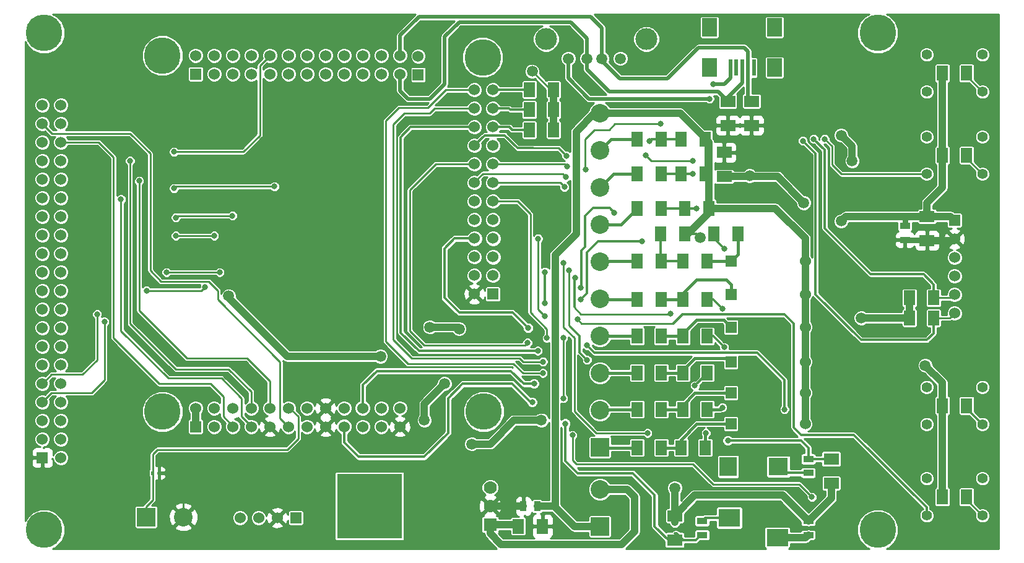
<source format=gtl>
G04 (created by PCBNEW (2013-mar-13)-testing) date jue 26 sep 2013 04:07:39 COT*
%MOIN*%
G04 Gerber Fmt 3.4, Leading zero omitted, Abs format*
%FSLAX34Y34*%
G01*
G70*
G90*
G04 APERTURE LIST*
%ADD10C,0.005906*%
%ADD11R,0.060000X0.080000*%
%ADD12R,0.078700X0.098400*%
%ADD13R,0.019700X0.090600*%
%ADD14C,0.196900*%
%ADD15R,0.060000X0.060000*%
%ADD16C,0.060000*%
%ADD17C,0.059100*%
%ADD18C,0.118100*%
%ADD19C,0.055000*%
%ADD20R,0.080000X0.060000*%
%ADD21R,0.070000X0.070000*%
%ADD22C,0.070000*%
%ADD23R,0.350000X0.350000*%
%ADD24R,0.100000X0.100000*%
%ADD25C,0.100000*%
%ADD26R,0.116100X0.094500*%
%ADD27R,0.094500X0.104300*%
%ADD28R,0.104300X0.094500*%
%ADD29R,0.055000X0.035000*%
%ADD30R,0.035000X0.055000*%
%ADD31R,0.015700X0.023600*%
%ADD32C,0.031496*%
%ADD33C,0.031500*%
%ADD34C,0.039400*%
%ADD35C,0.015700*%
%ADD36C,0.011800*%
%ADD37C,0.010000*%
%ADD38C,0.019700*%
%ADD39C,0.031500*%
%ADD40C,0.011400*%
%ADD41C,0.007900*%
G04 APERTURE END LIST*
G54D10*
G54D11*
X66378Y-34154D03*
X67678Y-34154D03*
G54D12*
X70276Y-13583D03*
X73780Y-13583D03*
X73780Y-15748D03*
X70276Y-15748D03*
G54D13*
X72028Y-15748D03*
X72343Y-15748D03*
X71713Y-15747D03*
X72658Y-15748D03*
X71398Y-15748D03*
G54D14*
X79331Y-40649D03*
X79331Y-13878D03*
X34449Y-13878D03*
X34449Y-40650D03*
X58067Y-15196D03*
X40822Y-34279D03*
X58114Y-34275D03*
X40814Y-15098D03*
G54D15*
X42602Y-16094D03*
G54D16*
X42602Y-15094D03*
X43602Y-16094D03*
X43602Y-15094D03*
X44602Y-16094D03*
X44602Y-15094D03*
X45602Y-16094D03*
X45602Y-15094D03*
X46602Y-16094D03*
X46602Y-15094D03*
X47602Y-16094D03*
X47602Y-15094D03*
X48602Y-16094D03*
X48602Y-15094D03*
X49602Y-16094D03*
X49602Y-15094D03*
X50602Y-16094D03*
X50602Y-15094D03*
X51602Y-16094D03*
X51602Y-15094D03*
X52602Y-16094D03*
X52602Y-15094D03*
X53602Y-16094D03*
X53602Y-15094D03*
G54D15*
X42602Y-35094D03*
G54D16*
X42602Y-34094D03*
X43602Y-35094D03*
X43602Y-34094D03*
X44602Y-35094D03*
X44602Y-34094D03*
X45602Y-35094D03*
X45602Y-34094D03*
X46602Y-35094D03*
X46602Y-34094D03*
X47602Y-35094D03*
X47602Y-34094D03*
X48602Y-35094D03*
X48602Y-34094D03*
X49602Y-35094D03*
X49602Y-34094D03*
X50602Y-35094D03*
X50602Y-34094D03*
X51602Y-35094D03*
X51602Y-34094D03*
X52602Y-35094D03*
X52602Y-34094D03*
X53602Y-35094D03*
X53602Y-34094D03*
G54D15*
X58614Y-27944D03*
G54D16*
X57614Y-27944D03*
X58614Y-26944D03*
X57614Y-26944D03*
X58614Y-25944D03*
X57614Y-25944D03*
X58614Y-24944D03*
X57614Y-24944D03*
X58614Y-23944D03*
X57614Y-23944D03*
X58614Y-22944D03*
X57614Y-22944D03*
X58614Y-21944D03*
X57614Y-21944D03*
X58614Y-20944D03*
X57614Y-20944D03*
X58614Y-19944D03*
X57614Y-19944D03*
X58614Y-18944D03*
X57614Y-18944D03*
X58614Y-17944D03*
X57614Y-17944D03*
X58614Y-16944D03*
X57614Y-16944D03*
G54D15*
X54590Y-16125D03*
G54D16*
X54590Y-15125D03*
G54D17*
X62675Y-15256D03*
X63675Y-15256D03*
X64475Y-15256D03*
X65475Y-15256D03*
G54D18*
X61475Y-14206D03*
X66875Y-14206D03*
G54D19*
X84965Y-21473D03*
X84965Y-19473D03*
X81965Y-21473D03*
X81965Y-19473D03*
X84965Y-17044D03*
X84965Y-15044D03*
X81965Y-17044D03*
X81965Y-15044D03*
X84965Y-34957D03*
X84965Y-32957D03*
X81965Y-34957D03*
X81965Y-32957D03*
X84965Y-39878D03*
X84965Y-37878D03*
X81965Y-39878D03*
X81965Y-37878D03*
G54D20*
X72540Y-17559D03*
X72540Y-18859D03*
X71260Y-17559D03*
X71260Y-18859D03*
X81988Y-23760D03*
X81988Y-25060D03*
G54D15*
X34351Y-36764D03*
G54D16*
X35351Y-36764D03*
X34351Y-31764D03*
X35351Y-35764D03*
X34351Y-30764D03*
X35351Y-34764D03*
X34351Y-29764D03*
X35351Y-33764D03*
X34351Y-28764D03*
X35351Y-32764D03*
X34351Y-27764D03*
X35351Y-31764D03*
X34351Y-26764D03*
X35351Y-30764D03*
X34351Y-25764D03*
X35351Y-29764D03*
X34351Y-24764D03*
X35351Y-28764D03*
X34351Y-23764D03*
X35351Y-27764D03*
X34351Y-22764D03*
X35351Y-26764D03*
X34351Y-21764D03*
X35351Y-25764D03*
X35351Y-24764D03*
X34351Y-20764D03*
X35351Y-23764D03*
X35351Y-21764D03*
X35351Y-20764D03*
X35351Y-19764D03*
X35351Y-18764D03*
X34351Y-19764D03*
X34351Y-18764D03*
X34351Y-35764D03*
X34351Y-34764D03*
X34351Y-33764D03*
X34351Y-32764D03*
X34351Y-17764D03*
X35351Y-17764D03*
X35351Y-22764D03*
G54D15*
X83464Y-23975D03*
G54D16*
X83464Y-24975D03*
X83464Y-25975D03*
X83464Y-26975D03*
X83464Y-27975D03*
X83464Y-28975D03*
G54D15*
X71425Y-31595D03*
G54D16*
X75425Y-31595D03*
G54D15*
X71425Y-33268D03*
G54D16*
X75425Y-33268D03*
G54D15*
X71425Y-34941D03*
G54D16*
X75425Y-34941D03*
G54D15*
X71425Y-29725D03*
G54D16*
X75425Y-29725D03*
G54D15*
X71425Y-26181D03*
G54D16*
X75425Y-26181D03*
G54D15*
X71425Y-27953D03*
G54D16*
X75425Y-27953D03*
G54D21*
X58465Y-40370D03*
G54D22*
X58465Y-39370D03*
X58465Y-38370D03*
G54D23*
X51965Y-39370D03*
G54D24*
X39945Y-39961D03*
G54D25*
X41945Y-39961D03*
X64370Y-18201D03*
X64370Y-20201D03*
X64370Y-22201D03*
X64370Y-24201D03*
X64370Y-34201D03*
X64370Y-32201D03*
G54D24*
X64370Y-36201D03*
G54D25*
X64370Y-30201D03*
X64370Y-28201D03*
X64370Y-26201D03*
G54D24*
X64370Y-40469D03*
G54D25*
X64370Y-38469D03*
G54D26*
X71349Y-40001D03*
G54D27*
X71289Y-37245D03*
G54D26*
X73927Y-41064D03*
G54D28*
X73986Y-37245D03*
G54D11*
X59980Y-40453D03*
X61280Y-40453D03*
G54D20*
X71063Y-21615D03*
X71063Y-20315D03*
G54D11*
X81043Y-28150D03*
X82343Y-28150D03*
X82815Y-38878D03*
X84115Y-38878D03*
X82815Y-33957D03*
X84115Y-33957D03*
X82815Y-16044D03*
X84115Y-16044D03*
X82815Y-20473D03*
X84115Y-20473D03*
X66378Y-26181D03*
X67678Y-26181D03*
X67657Y-24705D03*
X68957Y-24705D03*
X66378Y-32185D03*
X67678Y-32185D03*
X66378Y-30217D03*
X67678Y-30217D03*
X66378Y-28248D03*
X67678Y-28248D03*
X68838Y-26181D03*
X70138Y-26181D03*
X66378Y-23327D03*
X67678Y-23327D03*
X66378Y-21457D03*
X67678Y-21457D03*
X66378Y-19587D03*
X67678Y-19587D03*
X68740Y-36221D03*
X70040Y-36221D03*
X68838Y-34154D03*
X70138Y-34154D03*
X68838Y-32185D03*
X70138Y-32185D03*
X68838Y-30217D03*
X70138Y-30217D03*
X68838Y-28248D03*
X70138Y-28248D03*
X71812Y-24705D03*
X70512Y-24705D03*
X70237Y-23327D03*
X68937Y-23327D03*
X70040Y-21457D03*
X68740Y-21457D03*
X70040Y-19587D03*
X68740Y-19587D03*
X61871Y-16929D03*
X60571Y-16929D03*
X61871Y-18012D03*
X60571Y-18012D03*
X61871Y-19095D03*
X60571Y-19095D03*
G54D29*
X69882Y-40176D03*
X69882Y-40926D03*
X75591Y-37580D03*
X75591Y-36830D03*
X75591Y-40926D03*
X75591Y-40176D03*
G54D30*
X61005Y-39370D03*
X60255Y-39370D03*
G54D31*
X40287Y-37586D03*
X40641Y-37586D03*
G54D29*
X80791Y-24274D03*
X80791Y-25024D03*
G54D11*
X66378Y-36221D03*
X67678Y-36221D03*
G54D20*
X76830Y-36834D03*
X76830Y-38134D03*
G54D11*
X81043Y-29233D03*
X82343Y-29233D03*
G54D20*
X68406Y-41201D03*
X68406Y-39901D03*
G54D15*
X48000Y-40000D03*
G54D16*
X47000Y-40000D03*
X46000Y-40000D03*
X45000Y-40000D03*
G54D17*
X77362Y-19390D03*
X77953Y-20768D03*
X56792Y-29823D03*
X55217Y-29725D03*
X52559Y-31300D03*
X44390Y-28051D03*
G54D32*
X69587Y-23327D03*
X69390Y-21457D03*
X67028Y-19685D03*
G54D33*
X70079Y-35433D03*
G54D32*
X70965Y-34055D03*
G54D33*
X69488Y-32874D03*
X71063Y-30807D03*
X70965Y-28740D03*
G54D32*
X71063Y-25492D03*
X65149Y-23555D03*
X63342Y-27598D03*
X60507Y-29771D03*
X63342Y-28251D03*
X66634Y-25099D03*
X61418Y-28445D03*
X61418Y-26772D03*
X61299Y-32200D03*
X62402Y-26280D03*
X66929Y-35433D03*
X61307Y-31586D03*
X63681Y-31496D03*
X62697Y-26674D03*
X61024Y-31004D03*
X63047Y-27066D03*
X68169Y-29015D03*
X43111Y-27559D03*
X39961Y-27756D03*
X60827Y-32776D03*
X71260Y-35827D03*
X62503Y-34921D03*
X60729Y-33760D03*
G54D17*
X61221Y-34744D03*
X68406Y-38386D03*
X57481Y-36024D03*
G54D32*
X41437Y-22244D03*
X46851Y-22146D03*
X41536Y-24803D03*
X43603Y-24803D03*
X41536Y-23819D03*
X44587Y-23721D03*
X41437Y-20276D03*
X37697Y-29429D03*
X43898Y-26772D03*
X41044Y-26772D03*
X37303Y-29036D03*
X75296Y-19685D03*
X62602Y-21078D03*
X60472Y-30570D03*
X63681Y-30709D03*
X74311Y-34154D03*
X69389Y-20759D03*
X62460Y-22177D03*
X66831Y-20473D03*
X67641Y-18767D03*
X63614Y-21244D03*
X62551Y-21637D03*
X76477Y-19587D03*
X62894Y-35551D03*
X75788Y-38878D03*
X62402Y-33563D03*
X62402Y-30315D03*
X61516Y-30315D03*
X61418Y-29134D03*
X63177Y-29314D03*
X61047Y-24956D03*
X62574Y-20496D03*
X75886Y-19587D03*
X39075Y-20768D03*
X38583Y-22835D03*
X39567Y-21851D03*
X70276Y-17422D03*
X70473Y-16634D03*
G54D17*
X72437Y-21574D03*
X75350Y-23031D03*
X60729Y-15945D03*
X78445Y-29233D03*
X81890Y-31792D03*
X77362Y-24016D03*
X54922Y-34744D03*
X56004Y-32776D03*
X69767Y-24885D03*
G54D34*
X77362Y-19390D02*
X77953Y-19981D01*
X77953Y-19981D02*
X77953Y-20768D01*
X56792Y-29823D02*
X56694Y-29725D01*
X56694Y-29725D02*
X55217Y-29725D01*
X52559Y-31300D02*
X47540Y-31300D01*
X47540Y-31300D02*
X44390Y-28150D01*
X44390Y-28150D02*
X44390Y-28051D01*
G54D35*
X68740Y-35788D02*
X69587Y-34941D01*
X68740Y-36221D02*
X68740Y-35788D01*
X69587Y-34941D02*
X71425Y-34941D01*
X67678Y-36221D02*
X68740Y-36221D01*
X68838Y-33919D02*
X69489Y-33268D01*
X67678Y-34154D02*
X68838Y-34154D01*
X69489Y-33268D02*
X71425Y-33268D01*
X68838Y-34154D02*
X68838Y-33919D01*
X68838Y-32185D02*
X67678Y-32185D01*
X71228Y-31398D02*
X71425Y-31595D01*
X68838Y-32049D02*
X69489Y-31398D01*
X69489Y-31398D02*
X71228Y-31398D01*
X68838Y-32185D02*
X68838Y-32049D01*
X68838Y-30080D02*
X69587Y-29331D01*
X68838Y-30217D02*
X68838Y-30080D01*
X69587Y-29331D02*
X71031Y-29331D01*
X68838Y-30217D02*
X67678Y-30217D01*
X71031Y-29331D02*
X71425Y-29725D01*
X69587Y-27166D02*
X71162Y-27166D01*
X68838Y-28248D02*
X67678Y-28248D01*
X68838Y-28248D02*
X68838Y-27915D01*
X71425Y-27429D02*
X71425Y-27953D01*
X71162Y-27166D02*
X71425Y-27429D01*
X68838Y-27915D02*
X69587Y-27166D01*
X71812Y-25794D02*
X71425Y-26181D01*
X71812Y-24705D02*
X71812Y-25794D01*
X70138Y-26181D02*
X71425Y-26181D01*
G54D36*
X69587Y-23327D02*
X68937Y-23327D01*
X68937Y-23327D02*
X67678Y-23327D01*
X69390Y-21457D02*
X68740Y-21457D01*
X67678Y-21457D02*
X68740Y-21457D01*
X67678Y-19587D02*
X68740Y-19587D01*
X67028Y-19685D02*
X67126Y-19587D01*
X67126Y-19587D02*
X67678Y-19587D01*
G54D35*
X66378Y-36221D02*
X64390Y-36221D01*
X64390Y-36221D02*
X64370Y-36201D01*
X70079Y-35433D02*
X70040Y-35472D01*
X70040Y-35472D02*
X70040Y-36221D01*
X66378Y-34154D02*
X64417Y-34154D01*
X64417Y-34154D02*
X64370Y-34201D01*
X70866Y-34154D02*
X70138Y-34154D01*
X70965Y-34055D02*
X70866Y-34154D01*
X64386Y-32185D02*
X64370Y-32201D01*
X66378Y-32185D02*
X64386Y-32185D01*
G54D36*
X69488Y-32874D02*
X70138Y-32224D01*
X70138Y-32224D02*
X70138Y-32185D01*
G54D35*
X64386Y-30217D02*
X64370Y-30201D01*
X66378Y-30217D02*
X64386Y-30217D01*
G54D36*
X71063Y-30807D02*
X70473Y-30217D01*
X70473Y-30217D02*
X70138Y-30217D01*
G54D35*
X66378Y-28248D02*
X64417Y-28248D01*
X64417Y-28248D02*
X64370Y-28201D01*
G54D36*
X70965Y-28740D02*
X70473Y-28248D01*
X70473Y-28248D02*
X70138Y-28248D01*
G54D35*
X66378Y-26181D02*
X64390Y-26181D01*
X64390Y-26181D02*
X64370Y-26201D01*
G54D36*
X71063Y-25492D02*
X70512Y-24941D01*
X70512Y-24941D02*
X70512Y-24705D01*
G54D35*
X64370Y-24201D02*
X65504Y-24201D01*
X65504Y-24201D02*
X66378Y-23327D01*
X65114Y-21457D02*
X64370Y-22201D01*
X66378Y-21457D02*
X65114Y-21457D01*
X64984Y-19587D02*
X64370Y-20201D01*
X66378Y-19587D02*
X64984Y-19587D01*
G54D36*
X64007Y-23299D02*
X64893Y-23299D01*
X64893Y-23299D02*
X65149Y-23555D01*
X63594Y-23709D02*
X63594Y-23708D01*
X64003Y-23299D02*
X64007Y-23299D01*
X63594Y-23708D02*
X64003Y-23299D01*
X63386Y-27003D02*
X63386Y-27306D01*
X63342Y-27598D02*
X63386Y-27554D01*
X63386Y-27554D02*
X63386Y-27306D01*
X63583Y-23721D02*
X63594Y-23709D01*
X63583Y-25394D02*
X63583Y-23721D01*
X63386Y-25591D02*
X63583Y-25394D01*
X63386Y-27003D02*
X63386Y-25591D01*
X59074Y-28937D02*
X59673Y-28937D01*
X59673Y-28937D02*
X60507Y-29771D01*
X56004Y-25493D02*
X56004Y-28150D01*
X56791Y-28937D02*
X59074Y-28937D01*
X56004Y-28150D02*
X56791Y-28937D01*
X56004Y-25493D02*
X56553Y-24944D01*
X57614Y-24944D02*
X56553Y-24944D01*
X56553Y-24944D02*
X56004Y-25493D01*
X63342Y-28251D02*
X63681Y-27913D01*
X63681Y-27913D02*
X63681Y-27602D01*
X64271Y-25099D02*
X66634Y-25099D01*
X63681Y-25689D02*
X64271Y-25099D01*
X63681Y-27602D02*
X63681Y-25689D01*
X61418Y-26772D02*
X61418Y-28445D01*
G54D37*
X59185Y-31693D02*
X59720Y-31693D01*
X60228Y-32200D02*
X61299Y-32200D01*
X59720Y-31693D02*
X60228Y-32200D01*
X56088Y-16944D02*
X55118Y-17914D01*
X57614Y-16944D02*
X56088Y-16944D01*
X53544Y-17914D02*
X55118Y-17914D01*
X52855Y-18603D02*
X53544Y-17914D01*
X52855Y-30512D02*
X52855Y-18603D01*
X54036Y-31693D02*
X52855Y-30512D01*
X59185Y-31693D02*
X54036Y-31693D01*
X64173Y-35433D02*
X66929Y-35433D01*
X62992Y-34252D02*
X64173Y-35433D01*
X62992Y-30315D02*
X62992Y-34252D01*
G54D36*
X58629Y-16929D02*
X58614Y-16944D01*
G54D37*
X62402Y-26280D02*
X62402Y-29725D01*
G54D36*
X60571Y-16929D02*
X58629Y-16929D01*
G54D37*
X62402Y-29725D02*
X62992Y-30315D01*
X59354Y-31398D02*
X60035Y-31398D01*
X60224Y-31586D02*
X61307Y-31586D01*
X60035Y-31398D02*
X60224Y-31586D01*
X54233Y-31398D02*
X59354Y-31398D01*
X53248Y-30413D02*
X54233Y-31398D01*
X53248Y-18800D02*
X53248Y-30413D01*
X53839Y-18209D02*
X53248Y-18800D01*
X55217Y-18209D02*
X53839Y-18209D01*
X55482Y-17944D02*
X55217Y-18209D01*
X57614Y-17944D02*
X55482Y-17944D01*
G54D36*
X63681Y-31496D02*
X63288Y-31103D01*
X63288Y-31103D02*
X63288Y-30213D01*
G54D37*
X62697Y-28834D02*
X62697Y-26674D01*
X62697Y-28972D02*
X62697Y-28834D01*
X62697Y-29622D02*
X63288Y-30213D01*
X62697Y-28972D02*
X62697Y-29622D01*
G54D36*
X59547Y-18012D02*
X59479Y-17944D01*
X59479Y-17944D02*
X58614Y-17944D01*
X60571Y-18012D02*
X59547Y-18012D01*
X61024Y-31004D02*
X57973Y-31004D01*
X54626Y-31004D02*
X53642Y-30020D01*
X54187Y-18944D02*
X57614Y-18944D01*
X53642Y-19489D02*
X54187Y-18944D01*
X53642Y-30020D02*
X53642Y-19489D01*
X55020Y-31004D02*
X54626Y-31004D01*
X57973Y-31004D02*
X55020Y-31004D01*
G54D37*
X63047Y-27066D02*
X62992Y-27122D01*
X62992Y-27122D02*
X62992Y-28649D01*
X62992Y-28649D02*
X62992Y-28673D01*
X68157Y-29027D02*
X68169Y-29015D01*
X63346Y-29027D02*
X68157Y-29027D01*
X62992Y-28673D02*
X63346Y-29027D01*
G54D36*
X59646Y-19095D02*
X59495Y-18944D01*
X62992Y-28649D02*
X62992Y-27166D01*
X59495Y-18944D02*
X58614Y-18944D01*
X60571Y-19095D02*
X59646Y-19095D01*
X67657Y-26160D02*
X67678Y-26181D01*
X67657Y-24705D02*
X67657Y-26160D01*
X68838Y-26181D02*
X67678Y-26181D01*
G54D37*
X39961Y-27756D02*
X42914Y-27756D01*
X42914Y-27756D02*
X43111Y-27559D01*
G54D36*
X75591Y-36830D02*
X76826Y-36830D01*
X76826Y-36830D02*
X76830Y-36834D01*
X58661Y-32087D02*
X59590Y-32087D01*
X60279Y-32776D02*
X60827Y-32776D01*
X59590Y-32087D02*
X60279Y-32776D01*
X75591Y-36221D02*
X75197Y-35827D01*
X75591Y-36830D02*
X75591Y-36221D01*
X52362Y-32087D02*
X51602Y-32847D01*
X75197Y-35827D02*
X71260Y-35827D01*
X51602Y-32847D02*
X51602Y-34094D01*
X58661Y-32087D02*
X52362Y-32087D01*
X75591Y-37580D02*
X74321Y-37580D01*
X74321Y-37580D02*
X73986Y-37245D01*
X68406Y-40851D02*
X68508Y-40851D01*
X68508Y-40851D02*
X68858Y-41201D01*
X62515Y-36924D02*
X63190Y-37599D01*
X62515Y-34933D02*
X62515Y-36924D01*
X62503Y-34921D02*
X62515Y-34933D01*
X60630Y-33760D02*
X60729Y-33760D01*
X66142Y-37599D02*
X67323Y-38780D01*
X56988Y-32776D02*
X59646Y-32776D01*
X56201Y-33563D02*
X56988Y-32776D01*
X54921Y-36713D02*
X56201Y-35433D01*
X51378Y-36713D02*
X54921Y-36713D01*
X50602Y-35937D02*
X51378Y-36713D01*
X69803Y-40926D02*
X69528Y-41201D01*
X69882Y-40926D02*
X69803Y-40926D01*
X69528Y-41201D02*
X68858Y-41201D01*
X68858Y-41201D02*
X68406Y-41201D01*
X67323Y-38780D02*
X67323Y-40453D01*
X59646Y-32776D02*
X60630Y-33760D01*
X50602Y-35094D02*
X50602Y-35937D01*
X68071Y-41201D02*
X68406Y-41201D01*
X67323Y-40453D02*
X68071Y-41201D01*
X56201Y-35433D02*
X56201Y-33563D01*
X63190Y-37599D02*
X66142Y-37599D01*
X70057Y-40001D02*
X69882Y-40176D01*
X71349Y-40001D02*
X70057Y-40001D01*
G54D34*
X68406Y-40251D02*
X68406Y-39862D01*
X68406Y-39862D02*
X69488Y-38780D01*
X69488Y-38780D02*
X74195Y-38780D01*
X74195Y-38780D02*
X75591Y-40176D01*
X76830Y-38134D02*
X76830Y-38936D01*
X76830Y-38936D02*
X75591Y-40176D01*
X68406Y-39901D02*
X68406Y-40086D01*
X68406Y-40086D02*
X68389Y-40102D01*
X57481Y-36024D02*
X58465Y-36024D01*
X59745Y-34744D02*
X61221Y-34744D01*
X58465Y-36024D02*
X59745Y-34744D01*
X68406Y-39901D02*
X68406Y-39862D01*
X68406Y-39862D02*
X69488Y-38780D01*
X69488Y-38780D02*
X74195Y-38780D01*
X74195Y-38780D02*
X75591Y-40176D01*
X68406Y-38386D02*
X68406Y-39901D01*
G54D37*
X41535Y-22146D02*
X46851Y-22146D01*
X41437Y-22244D02*
X41535Y-22146D01*
X41536Y-24803D02*
X43603Y-24803D01*
X41634Y-23721D02*
X44587Y-23721D01*
X41536Y-23819D02*
X41634Y-23721D01*
X41437Y-20276D02*
X45177Y-20276D01*
X46063Y-19390D02*
X46063Y-15633D01*
X46063Y-15633D02*
X46602Y-15094D01*
X45177Y-20276D02*
X46063Y-19390D01*
X37697Y-32579D02*
X37697Y-29429D01*
X37008Y-33268D02*
X37697Y-32579D01*
X36122Y-33268D02*
X37008Y-33268D01*
X34843Y-33268D02*
X36122Y-33268D01*
X34351Y-33760D02*
X34843Y-33268D01*
X34351Y-33764D02*
X34351Y-33760D01*
X41044Y-26772D02*
X43898Y-26772D01*
X36516Y-32284D02*
X37303Y-31497D01*
X34843Y-32284D02*
X36516Y-32284D01*
X34363Y-32764D02*
X34843Y-32284D01*
X34351Y-32764D02*
X34363Y-32764D01*
X37303Y-31497D02*
X37303Y-29036D01*
G54D36*
X75985Y-20374D02*
X75296Y-19685D01*
X82343Y-30059D02*
X81988Y-30414D01*
X81988Y-30414D02*
X78445Y-30414D01*
X78445Y-30414D02*
X75985Y-27954D01*
X75985Y-27954D02*
X75985Y-20374D01*
X82343Y-29233D02*
X82343Y-30059D01*
G54D37*
X62467Y-20944D02*
X62602Y-21078D01*
X58614Y-20944D02*
X62467Y-20944D01*
X82343Y-29233D02*
X83206Y-29233D01*
X83206Y-29233D02*
X83464Y-28975D01*
X59141Y-30709D02*
X60334Y-30709D01*
X60334Y-30709D02*
X60472Y-30570D01*
G54D36*
X63681Y-30709D02*
X64075Y-31103D01*
X64075Y-31103D02*
X72835Y-31103D01*
X72835Y-31103D02*
X74311Y-32579D01*
X74311Y-32579D02*
X74311Y-34154D01*
G54D37*
X57614Y-20944D02*
X55533Y-20944D01*
X54922Y-30709D02*
X59141Y-30709D01*
X54134Y-29921D02*
X54922Y-30709D01*
X54134Y-22343D02*
X54134Y-29921D01*
X55533Y-20944D02*
X54134Y-22343D01*
X84115Y-34107D02*
X84965Y-34957D01*
X84115Y-33957D02*
X84115Y-34107D01*
X68716Y-20768D02*
X69381Y-20768D01*
X69381Y-20768D02*
X69389Y-20759D01*
X58614Y-21944D02*
X62227Y-21944D01*
X62227Y-21944D02*
X62460Y-22177D01*
X67126Y-20768D02*
X68716Y-20768D01*
X66831Y-20473D02*
X67126Y-20768D01*
X84115Y-16194D02*
X84965Y-17044D01*
X84115Y-16044D02*
X84115Y-16194D01*
X64862Y-19095D02*
X64862Y-19094D01*
X65188Y-18767D02*
X67641Y-18767D01*
X64862Y-19094D02*
X65188Y-18767D01*
X63583Y-21212D02*
X63583Y-19587D01*
X63614Y-21244D02*
X63583Y-21212D01*
X57614Y-21944D02*
X57614Y-21914D01*
X57614Y-21914D02*
X58071Y-21456D01*
X62370Y-21456D02*
X62551Y-21637D01*
X58071Y-21456D02*
X62370Y-21456D01*
X76870Y-20965D02*
X77378Y-21473D01*
X76870Y-19980D02*
X76870Y-20965D01*
X77378Y-21473D02*
X81965Y-21473D01*
X76477Y-19587D02*
X76870Y-19980D01*
X63583Y-19587D02*
X64075Y-19095D01*
X64075Y-19095D02*
X64862Y-19095D01*
X84115Y-20623D02*
X84965Y-21473D01*
X84115Y-20473D02*
X84115Y-20623D01*
X62894Y-35551D02*
X62894Y-36251D01*
X62894Y-36251D02*
X62893Y-36251D01*
X62893Y-36251D02*
X62894Y-36251D01*
X75099Y-38189D02*
X75788Y-38878D01*
X70472Y-38189D02*
X75099Y-38189D01*
X69390Y-37107D02*
X70472Y-38189D01*
X63091Y-37107D02*
X69390Y-37107D01*
X62894Y-36910D02*
X63091Y-37107D01*
X62894Y-36251D02*
X62894Y-36910D01*
X62402Y-31496D02*
X62402Y-33563D01*
X62402Y-30315D02*
X62402Y-31496D01*
X61516Y-29823D02*
X61516Y-30315D01*
X60630Y-28937D02*
X61516Y-29823D01*
X60630Y-23622D02*
X60630Y-28937D01*
X59952Y-22944D02*
X60630Y-23622D01*
X58614Y-22944D02*
X59952Y-22944D01*
X61047Y-24956D02*
X61047Y-28763D01*
X63390Y-29528D02*
X68307Y-29528D01*
X63177Y-29314D02*
X63390Y-29528D01*
X61047Y-28763D02*
X61418Y-29134D01*
X68307Y-29528D02*
X68799Y-29036D01*
G54D36*
X68307Y-29528D02*
X68799Y-29036D01*
X81965Y-39445D02*
X81965Y-39878D01*
X68799Y-29036D02*
X74311Y-29036D01*
X74311Y-29036D02*
X74803Y-29528D01*
X74803Y-29528D02*
X74803Y-35138D01*
X74803Y-35138D02*
X75197Y-35532D01*
X75197Y-35532D02*
X78052Y-35532D01*
X78052Y-35532D02*
X81965Y-39445D01*
G54D37*
X84115Y-38878D02*
X84115Y-39028D01*
X84115Y-39028D02*
X84965Y-39878D01*
X60779Y-20079D02*
X62157Y-20079D01*
X62157Y-20079D02*
X62574Y-20496D01*
G54D36*
X59253Y-19390D02*
X58168Y-19390D01*
X58168Y-19390D02*
X57614Y-19944D01*
X60779Y-20079D02*
X59942Y-20079D01*
X76477Y-20178D02*
X75886Y-19587D01*
X76477Y-24410D02*
X76477Y-20178D01*
X78937Y-26870D02*
X76477Y-24410D01*
X81791Y-26870D02*
X78937Y-26870D01*
X82343Y-27422D02*
X81791Y-26870D01*
G54D37*
X83289Y-28150D02*
X83464Y-27975D01*
X82343Y-28150D02*
X83289Y-28150D01*
G54D36*
X82343Y-28150D02*
X82343Y-27422D01*
X59942Y-20079D02*
X59253Y-19390D01*
G54D37*
X42717Y-27264D02*
X43307Y-27264D01*
X43799Y-27756D02*
X43799Y-28248D01*
X43307Y-27264D02*
X43799Y-27756D01*
X42422Y-27264D02*
X42717Y-27264D01*
X47146Y-31595D02*
X47146Y-32284D01*
X43799Y-28248D02*
X47146Y-31595D01*
X47146Y-34646D02*
X47146Y-32284D01*
X47602Y-35094D02*
X47594Y-35094D01*
X47594Y-35094D02*
X47146Y-34646D01*
X34879Y-19292D02*
X34351Y-18764D01*
X40748Y-27264D02*
X40158Y-26674D01*
X39076Y-19292D02*
X34879Y-19292D01*
X40158Y-20374D02*
X39076Y-19292D01*
X42422Y-27264D02*
X40748Y-27264D01*
X40158Y-26674D02*
X40158Y-20374D01*
X44095Y-34548D02*
X44095Y-33465D01*
X44602Y-35055D02*
X44095Y-34548D01*
X40650Y-32776D02*
X38189Y-30315D01*
X37382Y-19764D02*
X35351Y-19764D01*
X38189Y-20571D02*
X37382Y-19764D01*
X38189Y-30315D02*
X38189Y-20571D01*
X44602Y-35094D02*
X44602Y-35055D01*
X44095Y-33465D02*
X43406Y-32776D01*
X43406Y-32776D02*
X40650Y-32776D01*
X44389Y-31988D02*
X41536Y-31988D01*
X45602Y-33201D02*
X44389Y-31988D01*
X39075Y-29527D02*
X39075Y-20768D01*
X41536Y-31988D02*
X39075Y-29527D01*
X45602Y-34094D02*
X45602Y-33201D01*
X45079Y-33564D02*
X43996Y-32481D01*
X45079Y-34548D02*
X45079Y-33564D01*
X45602Y-35071D02*
X45079Y-34548D01*
X43996Y-32481D02*
X41143Y-32481D01*
X45602Y-35094D02*
X45602Y-35071D01*
X38583Y-29921D02*
X38583Y-22835D01*
X41143Y-32481D02*
X38583Y-29921D01*
X45375Y-31398D02*
X42126Y-31398D01*
X46602Y-32625D02*
X45375Y-31398D01*
X42126Y-31398D02*
X39567Y-28839D01*
X46602Y-34094D02*
X46602Y-32625D01*
X39567Y-28839D02*
X39567Y-21851D01*
G54D38*
X72343Y-14862D02*
X72343Y-15748D01*
X64475Y-15361D02*
X65453Y-16339D01*
X68012Y-16339D02*
X69685Y-14666D01*
X54626Y-12992D02*
X63878Y-12992D01*
X65453Y-16339D02*
X68012Y-16339D01*
X72343Y-17362D02*
X72540Y-17559D01*
X72343Y-15748D02*
X72343Y-17362D01*
X69685Y-14666D02*
X72147Y-14666D01*
X53602Y-14016D02*
X54626Y-12992D01*
X63878Y-12992D02*
X64475Y-13589D01*
X72147Y-14666D02*
X72343Y-14862D01*
X53602Y-15094D02*
X53602Y-14016D01*
X64475Y-15256D02*
X64475Y-15361D01*
X64475Y-13589D02*
X64475Y-15256D01*
X69587Y-17028D02*
X70729Y-17028D01*
X70729Y-17028D02*
X71260Y-17559D01*
X54036Y-17422D02*
X53602Y-16988D01*
X55217Y-17422D02*
X54036Y-17422D01*
X56004Y-16635D02*
X55217Y-17422D01*
X56004Y-14076D02*
X56004Y-16635D01*
X56792Y-13288D02*
X56004Y-14076D01*
X62796Y-13288D02*
X56792Y-13288D01*
X63675Y-14167D02*
X62796Y-13288D01*
X71260Y-17323D02*
X71260Y-17559D01*
X72028Y-16555D02*
X71260Y-17323D01*
X72028Y-15748D02*
X72028Y-16555D01*
X64862Y-17028D02*
X69587Y-17028D01*
X63675Y-15256D02*
X63675Y-15841D01*
X63675Y-15841D02*
X64862Y-17028D01*
X63675Y-15256D02*
X63675Y-14167D01*
X53602Y-16988D02*
X53602Y-16094D01*
X69292Y-17422D02*
X70276Y-17422D01*
X71398Y-15748D02*
X71398Y-16299D01*
X71063Y-16634D02*
X70473Y-16634D01*
X71398Y-16299D02*
X71063Y-16634D01*
X62675Y-16317D02*
X63780Y-17422D01*
X62675Y-15256D02*
X62675Y-16317D01*
X63780Y-17422D02*
X69292Y-17422D01*
G54D37*
X40295Y-39037D02*
X40295Y-37599D01*
X39945Y-39387D02*
X40295Y-39037D01*
X39945Y-39961D02*
X39945Y-39387D01*
X48130Y-35729D02*
X47540Y-36319D01*
X47540Y-36319D02*
X40552Y-36319D01*
X40295Y-36576D02*
X40295Y-37599D01*
X47602Y-34094D02*
X47676Y-34094D01*
X40552Y-36319D02*
X40295Y-36576D01*
X47676Y-34094D02*
X48130Y-34548D01*
X48130Y-34548D02*
X48130Y-35729D01*
X75453Y-41064D02*
X75591Y-40926D01*
X75453Y-41064D02*
X75591Y-40926D01*
G54D34*
X73927Y-41064D02*
X75453Y-41064D01*
X75453Y-41064D02*
X75591Y-40926D01*
X59897Y-40370D02*
X59980Y-40453D01*
X66240Y-40748D02*
X66240Y-38878D01*
X66240Y-38878D02*
X65831Y-38469D01*
X58465Y-40847D02*
X59055Y-41437D01*
X59055Y-41437D02*
X65551Y-41437D01*
X58465Y-40370D02*
X58465Y-40847D01*
X65831Y-38469D02*
X64370Y-38469D01*
X65551Y-41437D02*
X66240Y-40748D01*
X58465Y-40370D02*
X59897Y-40370D01*
G54D39*
X80791Y-24274D02*
X80791Y-23874D01*
X80791Y-23874D02*
X80906Y-23760D01*
G54D36*
X72437Y-21615D02*
X71063Y-21615D01*
X72437Y-21574D02*
X72437Y-21615D01*
G54D34*
X71063Y-21615D02*
X73933Y-21615D01*
X73933Y-21615D02*
X75350Y-23031D01*
G54D40*
X61713Y-16929D02*
X61871Y-16929D01*
X60729Y-15945D02*
X61713Y-16929D01*
G54D34*
X81043Y-29233D02*
X78445Y-29233D01*
X82815Y-32717D02*
X82815Y-33957D01*
X81890Y-31792D02*
X82815Y-32717D01*
G54D41*
X71851Y-21654D02*
X74115Y-21654D01*
X74115Y-21654D02*
X75099Y-22638D01*
X71812Y-21615D02*
X71063Y-21615D01*
X71851Y-21654D02*
X71812Y-21615D01*
G54D34*
X80906Y-23760D02*
X80441Y-23760D01*
X80441Y-23760D02*
X77618Y-23760D01*
X77618Y-23760D02*
X77362Y-24016D01*
X82815Y-33957D02*
X82815Y-38878D01*
X82815Y-16044D02*
X82815Y-20473D01*
X82815Y-20473D02*
X82815Y-22205D01*
X81988Y-23032D02*
X81988Y-23760D01*
X82815Y-22205D02*
X81988Y-23032D01*
X61871Y-18012D02*
X61871Y-19095D01*
X61871Y-16929D02*
X61871Y-18012D01*
X56004Y-32776D02*
X54922Y-33858D01*
X54922Y-33858D02*
X54922Y-34744D01*
X42602Y-34094D02*
X42602Y-35094D01*
X83249Y-23760D02*
X83464Y-23975D01*
X81988Y-23760D02*
X83249Y-23760D01*
X80906Y-23760D02*
X81988Y-23760D01*
X81043Y-28150D02*
X81043Y-29233D01*
G54D36*
X69586Y-24705D02*
X68957Y-24705D01*
X69767Y-24885D02*
X69586Y-24705D01*
G54D40*
X70040Y-19587D02*
X70040Y-21457D01*
G54D34*
X61959Y-39420D02*
X61959Y-25837D01*
X61959Y-25837D02*
X63091Y-24705D01*
X70040Y-19587D02*
X70040Y-19548D01*
X68693Y-18201D02*
X64370Y-18201D01*
X70040Y-19548D02*
X68693Y-18201D01*
X70237Y-23327D02*
X70237Y-19784D01*
X70237Y-19784D02*
X70040Y-19587D01*
X68957Y-24705D02*
X69095Y-24705D01*
X69095Y-24705D02*
X70237Y-23563D01*
X70237Y-23563D02*
X70237Y-23327D01*
X75425Y-26181D02*
X75425Y-24933D01*
X73819Y-23327D02*
X70237Y-23327D01*
X75425Y-24933D02*
X73819Y-23327D01*
X75425Y-34941D02*
X75425Y-33268D01*
X75425Y-31595D02*
X75425Y-33268D01*
X75425Y-29725D02*
X75425Y-31595D01*
X75425Y-26181D02*
X75425Y-27953D01*
X75425Y-27953D02*
X75425Y-29725D01*
X64370Y-18201D02*
X64083Y-18201D01*
X63091Y-19193D02*
X63091Y-24705D01*
X64083Y-18201D02*
X63091Y-19193D01*
X63008Y-40469D02*
X61959Y-39420D01*
X61959Y-39420D02*
X61909Y-39370D01*
X64370Y-40469D02*
X63008Y-40469D01*
X61909Y-39370D02*
X61005Y-39370D01*
G54D39*
X80791Y-25024D02*
X81952Y-25024D01*
X81952Y-25024D02*
X81988Y-25060D01*
G54D40*
X40641Y-37586D02*
X40976Y-37586D01*
X41945Y-38555D02*
X41945Y-39961D01*
X40976Y-37586D02*
X41945Y-38555D01*
G54D34*
X81988Y-25060D02*
X83379Y-25060D01*
X83379Y-25060D02*
X83464Y-24975D01*
X60255Y-39370D02*
X58465Y-39370D01*
G54D10*
G36*
X44678Y-34099D02*
X44607Y-34170D01*
X44602Y-34164D01*
X44596Y-34170D01*
X44525Y-34099D01*
X44531Y-34094D01*
X44525Y-34088D01*
X44596Y-34017D01*
X44602Y-34023D01*
X44607Y-34017D01*
X44678Y-34088D01*
X44672Y-34094D01*
X44678Y-34099D01*
X44678Y-34099D01*
G37*
G54D37*
X44678Y-34099D02*
X44607Y-34170D01*
X44602Y-34164D01*
X44596Y-34170D01*
X44525Y-34099D01*
X44531Y-34094D01*
X44525Y-34088D01*
X44596Y-34017D01*
X44602Y-34023D01*
X44607Y-34017D01*
X44678Y-34088D01*
X44672Y-34094D01*
X44678Y-34099D01*
G54D10*
G36*
X64709Y-17194D02*
X63874Y-17194D01*
X62902Y-16222D01*
X62902Y-15621D01*
X62915Y-15616D01*
X63034Y-15496D01*
X63099Y-15340D01*
X63099Y-15171D01*
X63035Y-15015D01*
X62915Y-14896D01*
X62759Y-14831D01*
X62590Y-14831D01*
X62434Y-14895D01*
X62315Y-15015D01*
X62250Y-15171D01*
X62250Y-15340D01*
X62314Y-15496D01*
X62434Y-15615D01*
X62447Y-15621D01*
X62447Y-16317D01*
X62464Y-16404D01*
X62514Y-16477D01*
X63619Y-17582D01*
X63692Y-17632D01*
X63780Y-17649D01*
X64057Y-17649D01*
X64014Y-17667D01*
X63837Y-17844D01*
X63741Y-18075D01*
X63741Y-18081D01*
X62860Y-18962D01*
X62789Y-19068D01*
X62765Y-19193D01*
X62765Y-20281D01*
X62737Y-20253D01*
X62632Y-20209D01*
X62541Y-20209D01*
X62300Y-19968D01*
X62300Y-19520D01*
X62300Y-19469D01*
X62300Y-18669D01*
X62280Y-18621D01*
X62244Y-18585D01*
X62197Y-18566D01*
X62197Y-18540D01*
X62244Y-18521D01*
X62280Y-18485D01*
X62300Y-18437D01*
X62300Y-18386D01*
X62300Y-17586D01*
X62280Y-17538D01*
X62244Y-17502D01*
X62197Y-17483D01*
X62197Y-17457D01*
X62244Y-17438D01*
X62280Y-17402D01*
X62300Y-17354D01*
X62300Y-17303D01*
X62300Y-16503D01*
X62280Y-16455D01*
X62244Y-16419D01*
X62196Y-16400D01*
X62145Y-16400D01*
X61545Y-16400D01*
X61497Y-16419D01*
X61482Y-16435D01*
X61130Y-16083D01*
X61153Y-16029D01*
X61153Y-15860D01*
X61089Y-15704D01*
X60969Y-15585D01*
X60813Y-15520D01*
X60644Y-15520D01*
X60488Y-15584D01*
X60369Y-15704D01*
X60304Y-15860D01*
X60304Y-16029D01*
X60368Y-16185D01*
X60488Y-16304D01*
X60644Y-16369D01*
X60813Y-16369D01*
X60867Y-16346D01*
X60938Y-16417D01*
X60896Y-16400D01*
X60845Y-16400D01*
X60245Y-16400D01*
X60197Y-16419D01*
X60161Y-16455D01*
X60142Y-16503D01*
X60142Y-16554D01*
X60142Y-16741D01*
X59180Y-16741D01*
X59180Y-14975D01*
X59011Y-14566D01*
X58698Y-14252D01*
X58289Y-14082D01*
X57846Y-14082D01*
X57437Y-14251D01*
X57123Y-14564D01*
X56953Y-14973D01*
X56953Y-15416D01*
X57122Y-15825D01*
X57435Y-16139D01*
X57844Y-16309D01*
X58287Y-16309D01*
X58696Y-16140D01*
X59010Y-15827D01*
X59180Y-15418D01*
X59180Y-14975D01*
X59180Y-16741D01*
X58994Y-16741D01*
X58977Y-16701D01*
X58857Y-16580D01*
X58699Y-16515D01*
X58529Y-16514D01*
X58371Y-16580D01*
X58250Y-16700D01*
X58185Y-16858D01*
X58184Y-17028D01*
X58250Y-17186D01*
X58370Y-17307D01*
X58528Y-17372D01*
X58698Y-17373D01*
X58856Y-17307D01*
X58977Y-17187D01*
X59006Y-17117D01*
X60142Y-17117D01*
X60142Y-17354D01*
X60161Y-17402D01*
X60197Y-17438D01*
X60245Y-17458D01*
X60296Y-17458D01*
X60896Y-17458D01*
X60944Y-17438D01*
X60980Y-17402D01*
X61000Y-17354D01*
X61000Y-17303D01*
X61000Y-16503D01*
X60982Y-16461D01*
X61442Y-16921D01*
X61442Y-17354D01*
X61461Y-17402D01*
X61497Y-17438D01*
X61545Y-17457D01*
X61545Y-17483D01*
X61497Y-17502D01*
X61461Y-17538D01*
X61442Y-17586D01*
X61442Y-17637D01*
X61442Y-18437D01*
X61461Y-18485D01*
X61497Y-18521D01*
X61545Y-18540D01*
X61545Y-18566D01*
X61497Y-18585D01*
X61461Y-18621D01*
X61442Y-18669D01*
X61442Y-18720D01*
X61442Y-19520D01*
X61461Y-19568D01*
X61497Y-19604D01*
X61545Y-19624D01*
X61596Y-19624D01*
X62196Y-19624D01*
X62244Y-19604D01*
X62280Y-19568D01*
X62300Y-19520D01*
X62300Y-19968D01*
X62284Y-19952D01*
X62226Y-19913D01*
X62157Y-19900D01*
X60824Y-19900D01*
X60779Y-19891D01*
X60019Y-19891D01*
X59385Y-19257D01*
X59324Y-19216D01*
X59253Y-19201D01*
X59252Y-19202D01*
X58962Y-19202D01*
X58977Y-19187D01*
X59000Y-19132D01*
X59417Y-19132D01*
X59513Y-19227D01*
X59513Y-19227D01*
X59574Y-19268D01*
X59646Y-19283D01*
X60142Y-19283D01*
X60142Y-19520D01*
X60161Y-19568D01*
X60197Y-19604D01*
X60245Y-19624D01*
X60296Y-19624D01*
X60896Y-19624D01*
X60944Y-19604D01*
X60980Y-19568D01*
X61000Y-19520D01*
X61000Y-19469D01*
X61000Y-18669D01*
X61000Y-18437D01*
X61000Y-18386D01*
X61000Y-17586D01*
X60980Y-17538D01*
X60944Y-17502D01*
X60896Y-17483D01*
X60845Y-17483D01*
X60245Y-17483D01*
X60197Y-17502D01*
X60161Y-17538D01*
X60142Y-17586D01*
X60142Y-17637D01*
X60142Y-17824D01*
X59624Y-17824D01*
X59611Y-17811D01*
X59550Y-17770D01*
X59479Y-17755D01*
X59478Y-17756D01*
X59000Y-17756D01*
X58977Y-17701D01*
X58857Y-17580D01*
X58699Y-17515D01*
X58529Y-17514D01*
X58371Y-17580D01*
X58250Y-17700D01*
X58185Y-17858D01*
X58184Y-18028D01*
X58250Y-18186D01*
X58370Y-18307D01*
X58528Y-18372D01*
X58698Y-18373D01*
X58856Y-18307D01*
X58977Y-18187D01*
X59000Y-18132D01*
X59401Y-18132D01*
X59414Y-18144D01*
X59475Y-18185D01*
X59547Y-18200D01*
X59547Y-18200D01*
X59547Y-18200D01*
X60142Y-18200D01*
X60142Y-18437D01*
X60161Y-18485D01*
X60197Y-18521D01*
X60245Y-18541D01*
X60296Y-18541D01*
X60896Y-18541D01*
X60944Y-18521D01*
X60980Y-18485D01*
X61000Y-18437D01*
X61000Y-18669D01*
X60980Y-18621D01*
X60944Y-18585D01*
X60896Y-18566D01*
X60845Y-18566D01*
X60245Y-18566D01*
X60197Y-18585D01*
X60161Y-18621D01*
X60142Y-18669D01*
X60142Y-18720D01*
X60142Y-18907D01*
X59723Y-18907D01*
X59627Y-18811D01*
X59566Y-18770D01*
X59495Y-18755D01*
X59494Y-18756D01*
X59000Y-18756D01*
X58977Y-18701D01*
X58857Y-18580D01*
X58699Y-18515D01*
X58529Y-18514D01*
X58371Y-18580D01*
X58250Y-18700D01*
X58185Y-18858D01*
X58184Y-19028D01*
X58250Y-19186D01*
X58265Y-19202D01*
X58168Y-19202D01*
X58168Y-19201D01*
X58096Y-19216D01*
X58035Y-19257D01*
X58035Y-19257D01*
X57754Y-19537D01*
X57699Y-19515D01*
X57529Y-19514D01*
X57371Y-19580D01*
X57250Y-19700D01*
X57185Y-19858D01*
X57184Y-20028D01*
X57250Y-20186D01*
X57370Y-20307D01*
X57528Y-20372D01*
X57698Y-20373D01*
X57856Y-20307D01*
X57977Y-20187D01*
X58042Y-20029D01*
X58043Y-19859D01*
X58020Y-19803D01*
X58245Y-19578D01*
X58376Y-19578D01*
X58371Y-19580D01*
X58250Y-19700D01*
X58185Y-19858D01*
X58184Y-20028D01*
X58250Y-20186D01*
X58370Y-20307D01*
X58528Y-20372D01*
X58698Y-20373D01*
X58856Y-20307D01*
X58977Y-20187D01*
X59042Y-20029D01*
X59043Y-19859D01*
X58977Y-19701D01*
X58857Y-19580D01*
X58851Y-19578D01*
X59175Y-19578D01*
X59809Y-20211D01*
X59809Y-20211D01*
X59809Y-20211D01*
X59870Y-20252D01*
X59942Y-20267D01*
X59942Y-20267D01*
X59942Y-20267D01*
X60779Y-20267D01*
X60824Y-20258D01*
X62083Y-20258D01*
X62288Y-20462D01*
X62288Y-20552D01*
X62331Y-20658D01*
X62412Y-20738D01*
X62482Y-20767D01*
X62467Y-20765D01*
X59004Y-20765D01*
X58977Y-20701D01*
X58857Y-20580D01*
X58699Y-20515D01*
X58529Y-20514D01*
X58371Y-20580D01*
X58250Y-20700D01*
X58185Y-20858D01*
X58184Y-21028D01*
X58250Y-21186D01*
X58340Y-21277D01*
X58071Y-21277D01*
X58002Y-21291D01*
X57944Y-21330D01*
X57742Y-21532D01*
X57699Y-21515D01*
X57529Y-21514D01*
X57371Y-21580D01*
X57250Y-21700D01*
X57185Y-21858D01*
X57184Y-22028D01*
X57250Y-22186D01*
X57370Y-22307D01*
X57528Y-22372D01*
X57698Y-22373D01*
X57856Y-22307D01*
X57977Y-22187D01*
X58042Y-22029D01*
X58043Y-21859D01*
X58007Y-21773D01*
X58145Y-21635D01*
X58315Y-21635D01*
X58250Y-21700D01*
X58185Y-21858D01*
X58184Y-22028D01*
X58250Y-22186D01*
X58370Y-22307D01*
X58528Y-22372D01*
X58698Y-22373D01*
X58856Y-22307D01*
X58977Y-22187D01*
X59004Y-22123D01*
X62153Y-22123D01*
X62174Y-22143D01*
X62174Y-22233D01*
X62217Y-22339D01*
X62298Y-22419D01*
X62403Y-22463D01*
X62517Y-22463D01*
X62622Y-22420D01*
X62703Y-22339D01*
X62747Y-22234D01*
X62747Y-22120D01*
X62703Y-22015D01*
X62623Y-21934D01*
X62598Y-21924D01*
X62607Y-21924D01*
X62713Y-21880D01*
X62765Y-21829D01*
X62765Y-24569D01*
X61728Y-25606D01*
X61657Y-25712D01*
X61633Y-25837D01*
X61633Y-26552D01*
X61592Y-26511D01*
X61479Y-26464D01*
X61357Y-26464D01*
X61244Y-26511D01*
X61226Y-26528D01*
X61226Y-25182D01*
X61289Y-25119D01*
X61333Y-25013D01*
X61333Y-24899D01*
X61290Y-24794D01*
X61209Y-24713D01*
X61104Y-24670D01*
X60990Y-24670D01*
X60885Y-24713D01*
X60809Y-24789D01*
X60809Y-23622D01*
X60795Y-23553D01*
X60756Y-23495D01*
X60078Y-22817D01*
X60020Y-22778D01*
X59952Y-22765D01*
X59004Y-22765D01*
X58977Y-22701D01*
X58857Y-22580D01*
X58699Y-22515D01*
X58529Y-22514D01*
X58371Y-22580D01*
X58250Y-22700D01*
X58185Y-22858D01*
X58184Y-23028D01*
X58250Y-23186D01*
X58370Y-23307D01*
X58528Y-23372D01*
X58698Y-23373D01*
X58856Y-23307D01*
X58977Y-23187D01*
X59004Y-23123D01*
X59877Y-23123D01*
X60451Y-23696D01*
X60451Y-28937D01*
X60464Y-29005D01*
X60503Y-29063D01*
X61337Y-29897D01*
X61337Y-30088D01*
X61273Y-30152D01*
X61229Y-30257D01*
X61229Y-30371D01*
X61272Y-30477D01*
X61353Y-30557D01*
X61458Y-30601D01*
X61572Y-30601D01*
X61633Y-30576D01*
X61633Y-34629D01*
X61581Y-34503D01*
X61461Y-34384D01*
X61305Y-34319D01*
X61136Y-34319D01*
X61036Y-34360D01*
X61036Y-33699D01*
X60989Y-33586D01*
X60903Y-33499D01*
X60790Y-33452D01*
X60668Y-33452D01*
X60632Y-33467D01*
X59793Y-32628D01*
X59725Y-32582D01*
X59646Y-32567D01*
X56988Y-32567D01*
X56988Y-32566D01*
X56908Y-32582D01*
X56874Y-32605D01*
X56840Y-32628D01*
X56840Y-32628D01*
X56428Y-33039D01*
X56428Y-32691D01*
X56364Y-32535D01*
X56244Y-32416D01*
X56088Y-32351D01*
X55919Y-32351D01*
X55763Y-32415D01*
X55644Y-32535D01*
X55579Y-32691D01*
X55579Y-32739D01*
X54691Y-33627D01*
X54620Y-33733D01*
X54596Y-33858D01*
X54596Y-34469D01*
X54562Y-34503D01*
X54497Y-34659D01*
X54497Y-34828D01*
X54561Y-34984D01*
X54681Y-35103D01*
X54837Y-35168D01*
X55006Y-35168D01*
X55162Y-35104D01*
X55281Y-34984D01*
X55346Y-34828D01*
X55346Y-34659D01*
X55282Y-34503D01*
X55248Y-34469D01*
X55248Y-33993D01*
X56040Y-33200D01*
X56088Y-33200D01*
X56244Y-33136D01*
X56363Y-33016D01*
X56428Y-32860D01*
X56428Y-32691D01*
X56428Y-33039D01*
X56053Y-33415D01*
X56007Y-33483D01*
X55992Y-33563D01*
X55992Y-35346D01*
X54834Y-36504D01*
X54192Y-36504D01*
X54192Y-35184D01*
X54182Y-34951D01*
X54113Y-34784D01*
X54031Y-34764D01*
X54031Y-34009D01*
X53965Y-33851D01*
X53845Y-33730D01*
X53687Y-33665D01*
X53517Y-33664D01*
X53359Y-33730D01*
X53238Y-33850D01*
X53173Y-34008D01*
X53172Y-34178D01*
X53238Y-34336D01*
X53358Y-34457D01*
X53490Y-34512D01*
X53459Y-34513D01*
X53292Y-34582D01*
X53267Y-34688D01*
X53602Y-35023D01*
X53936Y-34688D01*
X53911Y-34582D01*
X53714Y-34511D01*
X53844Y-34457D01*
X53965Y-34337D01*
X54030Y-34179D01*
X54031Y-34009D01*
X54031Y-34764D01*
X54007Y-34759D01*
X53672Y-35094D01*
X54007Y-35428D01*
X54113Y-35403D01*
X54192Y-35184D01*
X54192Y-36504D01*
X53936Y-36504D01*
X53936Y-35499D01*
X53602Y-35164D01*
X53531Y-35235D01*
X53531Y-35094D01*
X53196Y-34759D01*
X53090Y-34784D01*
X53031Y-34949D01*
X53031Y-34009D01*
X52965Y-33851D01*
X52845Y-33730D01*
X52687Y-33665D01*
X52517Y-33664D01*
X52359Y-33730D01*
X52238Y-33850D01*
X52173Y-34008D01*
X52172Y-34178D01*
X52238Y-34336D01*
X52358Y-34457D01*
X52516Y-34522D01*
X52686Y-34523D01*
X52844Y-34457D01*
X52965Y-34337D01*
X53030Y-34179D01*
X53031Y-34009D01*
X53031Y-34949D01*
X53019Y-34981D01*
X52965Y-34851D01*
X52845Y-34730D01*
X52687Y-34665D01*
X52517Y-34664D01*
X52359Y-34730D01*
X52238Y-34850D01*
X52173Y-35008D01*
X52172Y-35178D01*
X52238Y-35336D01*
X52358Y-35457D01*
X52516Y-35522D01*
X52686Y-35523D01*
X52844Y-35457D01*
X52965Y-35337D01*
X53020Y-35205D01*
X53021Y-35236D01*
X53090Y-35403D01*
X53196Y-35428D01*
X53531Y-35094D01*
X53531Y-35235D01*
X53267Y-35499D01*
X53292Y-35605D01*
X53511Y-35684D01*
X53744Y-35674D01*
X53911Y-35605D01*
X53936Y-35499D01*
X53936Y-36504D01*
X52031Y-36504D01*
X52031Y-35009D01*
X51965Y-34851D01*
X51845Y-34730D01*
X51687Y-34665D01*
X51517Y-34664D01*
X51359Y-34730D01*
X51238Y-34850D01*
X51173Y-35008D01*
X51172Y-35178D01*
X51238Y-35336D01*
X51358Y-35457D01*
X51516Y-35522D01*
X51686Y-35523D01*
X51844Y-35457D01*
X51965Y-35337D01*
X52030Y-35179D01*
X52031Y-35009D01*
X52031Y-36504D01*
X51464Y-36504D01*
X50811Y-35850D01*
X50811Y-35494D01*
X50856Y-35475D01*
X50983Y-35349D01*
X51051Y-35183D01*
X51052Y-35004D01*
X51031Y-34954D01*
X51031Y-34009D01*
X50965Y-33851D01*
X50845Y-33730D01*
X50687Y-33665D01*
X50517Y-33664D01*
X50359Y-33730D01*
X50238Y-33850D01*
X50183Y-33982D01*
X50182Y-33951D01*
X50113Y-33784D01*
X50007Y-33759D01*
X49936Y-33829D01*
X49936Y-33688D01*
X49911Y-33582D01*
X49692Y-33503D01*
X49459Y-33513D01*
X49292Y-33582D01*
X49267Y-33688D01*
X49602Y-34023D01*
X49936Y-33688D01*
X49936Y-33829D01*
X49672Y-34094D01*
X50007Y-34428D01*
X50113Y-34403D01*
X50184Y-34206D01*
X50238Y-34336D01*
X50358Y-34457D01*
X50516Y-34522D01*
X50686Y-34523D01*
X50844Y-34457D01*
X50965Y-34337D01*
X51030Y-34179D01*
X51031Y-34009D01*
X51031Y-34954D01*
X50983Y-34839D01*
X50857Y-34712D01*
X50691Y-34644D01*
X50512Y-34643D01*
X50347Y-34712D01*
X50220Y-34838D01*
X50178Y-34941D01*
X50113Y-34784D01*
X50007Y-34759D01*
X49936Y-34829D01*
X49936Y-34688D01*
X49914Y-34594D01*
X49936Y-34499D01*
X49602Y-34164D01*
X49531Y-34235D01*
X49531Y-34094D01*
X49196Y-33759D01*
X49090Y-33784D01*
X49019Y-33981D01*
X48965Y-33851D01*
X48845Y-33730D01*
X48687Y-33665D01*
X48517Y-33664D01*
X48359Y-33730D01*
X48238Y-33850D01*
X48173Y-34008D01*
X48172Y-34178D01*
X48238Y-34336D01*
X48358Y-34457D01*
X48516Y-34522D01*
X48686Y-34523D01*
X48844Y-34457D01*
X48965Y-34337D01*
X49020Y-34205D01*
X49021Y-34236D01*
X49090Y-34403D01*
X49196Y-34428D01*
X49531Y-34094D01*
X49531Y-34235D01*
X49267Y-34499D01*
X49289Y-34594D01*
X49267Y-34688D01*
X49602Y-35023D01*
X49936Y-34688D01*
X49936Y-34829D01*
X49672Y-35094D01*
X50007Y-35428D01*
X50113Y-35403D01*
X50173Y-35236D01*
X50220Y-35348D01*
X50346Y-35475D01*
X50393Y-35494D01*
X50393Y-35937D01*
X50408Y-36016D01*
X50454Y-36084D01*
X51230Y-36860D01*
X51230Y-36860D01*
X51298Y-36906D01*
X51298Y-36906D01*
X51378Y-36922D01*
X54921Y-36922D01*
X55000Y-36906D01*
X55000Y-36906D01*
X55068Y-36860D01*
X56348Y-35580D01*
X56394Y-35512D01*
X56394Y-35512D01*
X56410Y-35433D01*
X56410Y-33649D01*
X57074Y-32985D01*
X59559Y-32985D01*
X60439Y-33865D01*
X60468Y-33933D01*
X60554Y-34020D01*
X60667Y-34067D01*
X60789Y-34067D01*
X60902Y-34020D01*
X60989Y-33934D01*
X61036Y-33821D01*
X61036Y-33699D01*
X61036Y-34360D01*
X60980Y-34383D01*
X60946Y-34418D01*
X59745Y-34418D01*
X59620Y-34442D01*
X59514Y-34513D01*
X59227Y-34800D01*
X59227Y-34054D01*
X59058Y-33645D01*
X58745Y-33331D01*
X58336Y-33161D01*
X57893Y-33161D01*
X57484Y-33330D01*
X57170Y-33643D01*
X57000Y-34052D01*
X57000Y-34495D01*
X57169Y-34904D01*
X57482Y-35218D01*
X57891Y-35388D01*
X58334Y-35388D01*
X58743Y-35219D01*
X59057Y-34906D01*
X59227Y-34497D01*
X59227Y-34054D01*
X59227Y-34800D01*
X58329Y-35698D01*
X57755Y-35698D01*
X57721Y-35664D01*
X57565Y-35599D01*
X57396Y-35599D01*
X57240Y-35663D01*
X57121Y-35783D01*
X57056Y-35939D01*
X57056Y-36108D01*
X57120Y-36264D01*
X57240Y-36383D01*
X57396Y-36448D01*
X57565Y-36448D01*
X57721Y-36384D01*
X57755Y-36350D01*
X58465Y-36350D01*
X58589Y-36325D01*
X58695Y-36254D01*
X59880Y-35070D01*
X60946Y-35070D01*
X60980Y-35103D01*
X61136Y-35168D01*
X61305Y-35168D01*
X61461Y-35104D01*
X61580Y-34984D01*
X61633Y-34858D01*
X61633Y-39044D01*
X61298Y-39044D01*
X61289Y-39021D01*
X61253Y-38985D01*
X61205Y-38966D01*
X61154Y-38966D01*
X60804Y-38966D01*
X60756Y-38985D01*
X60720Y-39021D01*
X60714Y-39035D01*
X60672Y-38932D01*
X60592Y-38852D01*
X60486Y-38809D01*
X60376Y-38809D01*
X60305Y-38880D01*
X60305Y-39320D01*
X60312Y-39320D01*
X60312Y-39420D01*
X60305Y-39420D01*
X60305Y-39427D01*
X60205Y-39427D01*
X60205Y-39420D01*
X60205Y-39320D01*
X60205Y-38880D01*
X60133Y-38809D01*
X60023Y-38809D01*
X59917Y-38852D01*
X59837Y-38932D01*
X59794Y-39038D01*
X59794Y-39151D01*
X59794Y-39248D01*
X59865Y-39320D01*
X60205Y-39320D01*
X60205Y-39420D01*
X59865Y-39420D01*
X59794Y-39491D01*
X59794Y-39588D01*
X59794Y-39701D01*
X59837Y-39807D01*
X59917Y-39887D01*
X60006Y-39924D01*
X59654Y-39924D01*
X59606Y-39943D01*
X59570Y-39979D01*
X59551Y-40027D01*
X59551Y-40044D01*
X59105Y-40044D01*
X59105Y-39472D01*
X59095Y-39219D01*
X59017Y-39030D01*
X58944Y-39009D01*
X58944Y-38275D01*
X58871Y-38099D01*
X58736Y-37964D01*
X58560Y-37891D01*
X58370Y-37890D01*
X58194Y-37963D01*
X58059Y-38098D01*
X57986Y-38274D01*
X57985Y-38464D01*
X58058Y-38640D01*
X58193Y-38775D01*
X58209Y-38782D01*
X58125Y-38817D01*
X58093Y-38928D01*
X58465Y-39299D01*
X58836Y-38928D01*
X58804Y-38817D01*
X58715Y-38784D01*
X58735Y-38776D01*
X58870Y-38641D01*
X58943Y-38465D01*
X58944Y-38275D01*
X58944Y-39009D01*
X58906Y-38998D01*
X58535Y-39370D01*
X58906Y-39741D01*
X59017Y-39709D01*
X59105Y-39472D01*
X59105Y-40044D01*
X58944Y-40044D01*
X58944Y-39994D01*
X58924Y-39946D01*
X58888Y-39910D01*
X58840Y-39891D01*
X58813Y-39891D01*
X58836Y-39811D01*
X58465Y-39440D01*
X58394Y-39511D01*
X58394Y-39370D01*
X58023Y-38998D01*
X57912Y-39030D01*
X57824Y-39267D01*
X57834Y-39520D01*
X57912Y-39709D01*
X58023Y-39741D01*
X58394Y-39370D01*
X58394Y-39511D01*
X58093Y-39811D01*
X58116Y-39891D01*
X58089Y-39891D01*
X58041Y-39910D01*
X58005Y-39946D01*
X57986Y-39994D01*
X57986Y-40045D01*
X57986Y-40745D01*
X58005Y-40793D01*
X58041Y-40829D01*
X58089Y-40849D01*
X58139Y-40849D01*
X58163Y-40971D01*
X58234Y-41077D01*
X58818Y-41662D01*
X53844Y-41662D01*
X53844Y-41145D01*
X53844Y-41094D01*
X53844Y-37594D01*
X53824Y-37546D01*
X53788Y-37510D01*
X53740Y-37491D01*
X53689Y-37491D01*
X50189Y-37491D01*
X50141Y-37510D01*
X50105Y-37546D01*
X50086Y-37594D01*
X50086Y-37645D01*
X50086Y-41145D01*
X50105Y-41193D01*
X50141Y-41229D01*
X50189Y-41249D01*
X50240Y-41249D01*
X53740Y-41249D01*
X53788Y-41229D01*
X53824Y-41193D01*
X53844Y-41145D01*
X53844Y-41662D01*
X49936Y-41662D01*
X49936Y-35499D01*
X49602Y-35164D01*
X49267Y-35499D01*
X49292Y-35605D01*
X49511Y-35684D01*
X49744Y-35674D01*
X49911Y-35605D01*
X49936Y-35499D01*
X49936Y-41662D01*
X48429Y-41662D01*
X48429Y-40325D01*
X48429Y-40274D01*
X48429Y-39674D01*
X48409Y-39626D01*
X48373Y-39590D01*
X48325Y-39571D01*
X48274Y-39571D01*
X47674Y-39571D01*
X47626Y-39590D01*
X47590Y-39626D01*
X47571Y-39674D01*
X47571Y-39725D01*
X47571Y-39835D01*
X47511Y-39690D01*
X47405Y-39665D01*
X47334Y-39735D01*
X47334Y-39594D01*
X47309Y-39488D01*
X47090Y-39409D01*
X46857Y-39419D01*
X46690Y-39488D01*
X46665Y-39594D01*
X47000Y-39929D01*
X47334Y-39594D01*
X47334Y-39735D01*
X47070Y-40000D01*
X47405Y-40334D01*
X47511Y-40309D01*
X47571Y-40144D01*
X47571Y-40325D01*
X47590Y-40373D01*
X47626Y-40409D01*
X47674Y-40429D01*
X47725Y-40429D01*
X48325Y-40429D01*
X48373Y-40409D01*
X48409Y-40373D01*
X48429Y-40325D01*
X48429Y-41662D01*
X47334Y-41662D01*
X47334Y-40405D01*
X47000Y-40070D01*
X46929Y-40141D01*
X46929Y-40000D01*
X46594Y-39665D01*
X46488Y-39690D01*
X46417Y-39887D01*
X46363Y-39757D01*
X46243Y-39636D01*
X46085Y-39571D01*
X45915Y-39570D01*
X45757Y-39636D01*
X45636Y-39756D01*
X45571Y-39914D01*
X45570Y-40084D01*
X45636Y-40242D01*
X45756Y-40363D01*
X45914Y-40428D01*
X46084Y-40429D01*
X46242Y-40363D01*
X46363Y-40243D01*
X46418Y-40111D01*
X46419Y-40142D01*
X46488Y-40309D01*
X46594Y-40334D01*
X46929Y-40000D01*
X46929Y-40141D01*
X46665Y-40405D01*
X46690Y-40511D01*
X46909Y-40590D01*
X47142Y-40580D01*
X47309Y-40511D01*
X47334Y-40405D01*
X47334Y-41662D01*
X45429Y-41662D01*
X45429Y-39915D01*
X45363Y-39757D01*
X45243Y-39636D01*
X45085Y-39571D01*
X44915Y-39570D01*
X44757Y-39636D01*
X44636Y-39756D01*
X44571Y-39914D01*
X44570Y-40084D01*
X44636Y-40242D01*
X44756Y-40363D01*
X44914Y-40428D01*
X45084Y-40429D01*
X45242Y-40363D01*
X45363Y-40243D01*
X45428Y-40085D01*
X45429Y-39915D01*
X45429Y-41662D01*
X42734Y-41662D01*
X42734Y-40099D01*
X42727Y-39786D01*
X42621Y-39531D01*
X42495Y-39481D01*
X42424Y-39552D01*
X42424Y-39410D01*
X42374Y-39284D01*
X42083Y-39171D01*
X41770Y-39178D01*
X41515Y-39284D01*
X41465Y-39410D01*
X41945Y-39890D01*
X42424Y-39410D01*
X42424Y-39552D01*
X42015Y-39961D01*
X42495Y-40440D01*
X42621Y-40390D01*
X42734Y-40099D01*
X42734Y-41662D01*
X42424Y-41662D01*
X42424Y-40511D01*
X41945Y-40031D01*
X41874Y-40102D01*
X41874Y-39961D01*
X41394Y-39481D01*
X41268Y-39531D01*
X41155Y-39822D01*
X41162Y-40135D01*
X41268Y-40390D01*
X41394Y-40440D01*
X41874Y-39961D01*
X41874Y-40102D01*
X41465Y-40511D01*
X41515Y-40637D01*
X41806Y-40750D01*
X42119Y-40743D01*
X42374Y-40637D01*
X42424Y-40511D01*
X42424Y-41662D01*
X41006Y-41662D01*
X41006Y-37761D01*
X41006Y-37708D01*
X41006Y-37465D01*
X41006Y-37411D01*
X40962Y-37306D01*
X40882Y-37226D01*
X40776Y-37182D01*
X40752Y-37182D01*
X40680Y-37254D01*
X40680Y-37536D01*
X40934Y-37536D01*
X41006Y-37465D01*
X41006Y-37708D01*
X40934Y-37636D01*
X40680Y-37636D01*
X40680Y-37919D01*
X40752Y-37990D01*
X40776Y-37990D01*
X40882Y-37947D01*
X40962Y-37866D01*
X41006Y-37761D01*
X41006Y-41662D01*
X37983Y-41662D01*
X37983Y-29372D01*
X37940Y-29266D01*
X37859Y-29186D01*
X37754Y-29142D01*
X37640Y-29142D01*
X37554Y-29178D01*
X37589Y-29093D01*
X37589Y-28979D01*
X37546Y-28873D01*
X37465Y-28793D01*
X37360Y-28749D01*
X37246Y-28749D01*
X37140Y-28792D01*
X37060Y-28873D01*
X37016Y-28978D01*
X37016Y-29092D01*
X37059Y-29198D01*
X37124Y-29262D01*
X37124Y-31422D01*
X36441Y-32105D01*
X35616Y-32105D01*
X35714Y-32007D01*
X35779Y-31849D01*
X35780Y-31679D01*
X35780Y-30679D01*
X35780Y-29679D01*
X35780Y-28679D01*
X35780Y-27679D01*
X35780Y-26679D01*
X35780Y-25679D01*
X35780Y-24679D01*
X35780Y-23679D01*
X35780Y-22679D01*
X35780Y-21679D01*
X35780Y-20679D01*
X35714Y-20521D01*
X35594Y-20400D01*
X35436Y-20335D01*
X35266Y-20334D01*
X35108Y-20400D01*
X34987Y-20520D01*
X34922Y-20678D01*
X34921Y-20848D01*
X34987Y-21006D01*
X35107Y-21127D01*
X35265Y-21192D01*
X35435Y-21193D01*
X35593Y-21127D01*
X35714Y-21007D01*
X35779Y-20849D01*
X35780Y-20679D01*
X35780Y-21679D01*
X35714Y-21521D01*
X35594Y-21400D01*
X35436Y-21335D01*
X35266Y-21334D01*
X35108Y-21400D01*
X34987Y-21520D01*
X34922Y-21678D01*
X34921Y-21848D01*
X34987Y-22006D01*
X35107Y-22127D01*
X35265Y-22192D01*
X35435Y-22193D01*
X35593Y-22127D01*
X35714Y-22007D01*
X35779Y-21849D01*
X35780Y-21679D01*
X35780Y-22679D01*
X35714Y-22521D01*
X35594Y-22400D01*
X35436Y-22335D01*
X35266Y-22334D01*
X35108Y-22400D01*
X34987Y-22520D01*
X34922Y-22678D01*
X34921Y-22848D01*
X34987Y-23006D01*
X35107Y-23127D01*
X35265Y-23192D01*
X35435Y-23193D01*
X35593Y-23127D01*
X35714Y-23007D01*
X35779Y-22849D01*
X35780Y-22679D01*
X35780Y-23679D01*
X35714Y-23521D01*
X35594Y-23400D01*
X35436Y-23335D01*
X35266Y-23334D01*
X35108Y-23400D01*
X34987Y-23520D01*
X34922Y-23678D01*
X34921Y-23848D01*
X34987Y-24006D01*
X35107Y-24127D01*
X35265Y-24192D01*
X35435Y-24193D01*
X35593Y-24127D01*
X35714Y-24007D01*
X35779Y-23849D01*
X35780Y-23679D01*
X35780Y-24679D01*
X35714Y-24521D01*
X35594Y-24400D01*
X35436Y-24335D01*
X35266Y-24334D01*
X35108Y-24400D01*
X34987Y-24520D01*
X34922Y-24678D01*
X34921Y-24848D01*
X34987Y-25006D01*
X35107Y-25127D01*
X35265Y-25192D01*
X35435Y-25193D01*
X35593Y-25127D01*
X35714Y-25007D01*
X35779Y-24849D01*
X35780Y-24679D01*
X35780Y-25679D01*
X35714Y-25521D01*
X35594Y-25400D01*
X35436Y-25335D01*
X35266Y-25334D01*
X35108Y-25400D01*
X34987Y-25520D01*
X34922Y-25678D01*
X34921Y-25848D01*
X34987Y-26006D01*
X35107Y-26127D01*
X35265Y-26192D01*
X35435Y-26193D01*
X35593Y-26127D01*
X35714Y-26007D01*
X35779Y-25849D01*
X35780Y-25679D01*
X35780Y-26679D01*
X35714Y-26521D01*
X35594Y-26400D01*
X35436Y-26335D01*
X35266Y-26334D01*
X35108Y-26400D01*
X34987Y-26520D01*
X34922Y-26678D01*
X34921Y-26848D01*
X34987Y-27006D01*
X35107Y-27127D01*
X35265Y-27192D01*
X35435Y-27193D01*
X35593Y-27127D01*
X35714Y-27007D01*
X35779Y-26849D01*
X35780Y-26679D01*
X35780Y-27679D01*
X35714Y-27521D01*
X35594Y-27400D01*
X35436Y-27335D01*
X35266Y-27334D01*
X35108Y-27400D01*
X34987Y-27520D01*
X34922Y-27678D01*
X34921Y-27848D01*
X34987Y-28006D01*
X35107Y-28127D01*
X35265Y-28192D01*
X35435Y-28193D01*
X35593Y-28127D01*
X35714Y-28007D01*
X35779Y-27849D01*
X35780Y-27679D01*
X35780Y-28679D01*
X35714Y-28521D01*
X35594Y-28400D01*
X35436Y-28335D01*
X35266Y-28334D01*
X35108Y-28400D01*
X34987Y-28520D01*
X34922Y-28678D01*
X34921Y-28848D01*
X34987Y-29006D01*
X35107Y-29127D01*
X35265Y-29192D01*
X35435Y-29193D01*
X35593Y-29127D01*
X35714Y-29007D01*
X35779Y-28849D01*
X35780Y-28679D01*
X35780Y-29679D01*
X35714Y-29521D01*
X35594Y-29400D01*
X35436Y-29335D01*
X35266Y-29334D01*
X35108Y-29400D01*
X34987Y-29520D01*
X34922Y-29678D01*
X34921Y-29848D01*
X34987Y-30006D01*
X35107Y-30127D01*
X35265Y-30192D01*
X35435Y-30193D01*
X35593Y-30127D01*
X35714Y-30007D01*
X35779Y-29849D01*
X35780Y-29679D01*
X35780Y-30679D01*
X35714Y-30521D01*
X35594Y-30400D01*
X35436Y-30335D01*
X35266Y-30334D01*
X35108Y-30400D01*
X34987Y-30520D01*
X34922Y-30678D01*
X34921Y-30848D01*
X34987Y-31006D01*
X35107Y-31127D01*
X35265Y-31192D01*
X35435Y-31193D01*
X35593Y-31127D01*
X35714Y-31007D01*
X35779Y-30849D01*
X35780Y-30679D01*
X35780Y-31679D01*
X35714Y-31521D01*
X35594Y-31400D01*
X35436Y-31335D01*
X35266Y-31334D01*
X35108Y-31400D01*
X34987Y-31520D01*
X34922Y-31678D01*
X34921Y-31848D01*
X34987Y-32006D01*
X35085Y-32105D01*
X34843Y-32105D01*
X34780Y-32117D01*
X34780Y-31679D01*
X34780Y-30679D01*
X34780Y-29679D01*
X34780Y-28679D01*
X34780Y-27679D01*
X34780Y-26679D01*
X34780Y-25679D01*
X34780Y-24679D01*
X34780Y-23679D01*
X34780Y-22679D01*
X34780Y-21679D01*
X34780Y-20679D01*
X34780Y-19679D01*
X34714Y-19521D01*
X34594Y-19400D01*
X34436Y-19335D01*
X34266Y-19334D01*
X34108Y-19400D01*
X33987Y-19520D01*
X33922Y-19678D01*
X33921Y-19848D01*
X33987Y-20006D01*
X34107Y-20127D01*
X34265Y-20192D01*
X34435Y-20193D01*
X34593Y-20127D01*
X34714Y-20007D01*
X34779Y-19849D01*
X34780Y-19679D01*
X34780Y-20679D01*
X34714Y-20521D01*
X34594Y-20400D01*
X34436Y-20335D01*
X34266Y-20334D01*
X34108Y-20400D01*
X33987Y-20520D01*
X33922Y-20678D01*
X33921Y-20848D01*
X33987Y-21006D01*
X34107Y-21127D01*
X34265Y-21192D01*
X34435Y-21193D01*
X34593Y-21127D01*
X34714Y-21007D01*
X34779Y-20849D01*
X34780Y-20679D01*
X34780Y-21679D01*
X34714Y-21521D01*
X34594Y-21400D01*
X34436Y-21335D01*
X34266Y-21334D01*
X34108Y-21400D01*
X33987Y-21520D01*
X33922Y-21678D01*
X33921Y-21848D01*
X33987Y-22006D01*
X34107Y-22127D01*
X34265Y-22192D01*
X34435Y-22193D01*
X34593Y-22127D01*
X34714Y-22007D01*
X34779Y-21849D01*
X34780Y-21679D01*
X34780Y-22679D01*
X34714Y-22521D01*
X34594Y-22400D01*
X34436Y-22335D01*
X34266Y-22334D01*
X34108Y-22400D01*
X33987Y-22520D01*
X33922Y-22678D01*
X33921Y-22848D01*
X33987Y-23006D01*
X34107Y-23127D01*
X34265Y-23192D01*
X34435Y-23193D01*
X34593Y-23127D01*
X34714Y-23007D01*
X34779Y-22849D01*
X34780Y-22679D01*
X34780Y-23679D01*
X34714Y-23521D01*
X34594Y-23400D01*
X34436Y-23335D01*
X34266Y-23334D01*
X34108Y-23400D01*
X33987Y-23520D01*
X33922Y-23678D01*
X33921Y-23848D01*
X33987Y-24006D01*
X34107Y-24127D01*
X34265Y-24192D01*
X34435Y-24193D01*
X34593Y-24127D01*
X34714Y-24007D01*
X34779Y-23849D01*
X34780Y-23679D01*
X34780Y-24679D01*
X34714Y-24521D01*
X34594Y-24400D01*
X34436Y-24335D01*
X34266Y-24334D01*
X34108Y-24400D01*
X33987Y-24520D01*
X33922Y-24678D01*
X33921Y-24848D01*
X33987Y-25006D01*
X34107Y-25127D01*
X34265Y-25192D01*
X34435Y-25193D01*
X34593Y-25127D01*
X34714Y-25007D01*
X34779Y-24849D01*
X34780Y-24679D01*
X34780Y-25679D01*
X34714Y-25521D01*
X34594Y-25400D01*
X34436Y-25335D01*
X34266Y-25334D01*
X34108Y-25400D01*
X33987Y-25520D01*
X33922Y-25678D01*
X33921Y-25848D01*
X33987Y-26006D01*
X34107Y-26127D01*
X34265Y-26192D01*
X34435Y-26193D01*
X34593Y-26127D01*
X34714Y-26007D01*
X34779Y-25849D01*
X34780Y-25679D01*
X34780Y-26679D01*
X34714Y-26521D01*
X34594Y-26400D01*
X34436Y-26335D01*
X34266Y-26334D01*
X34108Y-26400D01*
X33987Y-26520D01*
X33922Y-26678D01*
X33921Y-26848D01*
X33987Y-27006D01*
X34107Y-27127D01*
X34265Y-27192D01*
X34435Y-27193D01*
X34593Y-27127D01*
X34714Y-27007D01*
X34779Y-26849D01*
X34780Y-26679D01*
X34780Y-27679D01*
X34714Y-27521D01*
X34594Y-27400D01*
X34436Y-27335D01*
X34266Y-27334D01*
X34108Y-27400D01*
X33987Y-27520D01*
X33922Y-27678D01*
X33921Y-27848D01*
X33987Y-28006D01*
X34107Y-28127D01*
X34265Y-28192D01*
X34435Y-28193D01*
X34593Y-28127D01*
X34714Y-28007D01*
X34779Y-27849D01*
X34780Y-27679D01*
X34780Y-28679D01*
X34714Y-28521D01*
X34594Y-28400D01*
X34436Y-28335D01*
X34266Y-28334D01*
X34108Y-28400D01*
X33987Y-28520D01*
X33922Y-28678D01*
X33921Y-28848D01*
X33987Y-29006D01*
X34107Y-29127D01*
X34265Y-29192D01*
X34435Y-29193D01*
X34593Y-29127D01*
X34714Y-29007D01*
X34779Y-28849D01*
X34780Y-28679D01*
X34780Y-29679D01*
X34714Y-29521D01*
X34594Y-29400D01*
X34436Y-29335D01*
X34266Y-29334D01*
X34108Y-29400D01*
X33987Y-29520D01*
X33922Y-29678D01*
X33921Y-29848D01*
X33987Y-30006D01*
X34107Y-30127D01*
X34265Y-30192D01*
X34435Y-30193D01*
X34593Y-30127D01*
X34714Y-30007D01*
X34779Y-29849D01*
X34780Y-29679D01*
X34780Y-30679D01*
X34714Y-30521D01*
X34594Y-30400D01*
X34436Y-30335D01*
X34266Y-30334D01*
X34108Y-30400D01*
X33987Y-30520D01*
X33922Y-30678D01*
X33921Y-30848D01*
X33987Y-31006D01*
X34107Y-31127D01*
X34265Y-31192D01*
X34435Y-31193D01*
X34593Y-31127D01*
X34714Y-31007D01*
X34779Y-30849D01*
X34780Y-30679D01*
X34780Y-31679D01*
X34714Y-31521D01*
X34594Y-31400D01*
X34436Y-31335D01*
X34266Y-31334D01*
X34108Y-31400D01*
X33987Y-31520D01*
X33922Y-31678D01*
X33921Y-31848D01*
X33987Y-32006D01*
X34107Y-32127D01*
X34265Y-32192D01*
X34435Y-32193D01*
X34593Y-32127D01*
X34714Y-32007D01*
X34779Y-31849D01*
X34780Y-31679D01*
X34780Y-32117D01*
X34774Y-32118D01*
X34716Y-32157D01*
X34508Y-32365D01*
X34436Y-32335D01*
X34266Y-32334D01*
X34108Y-32400D01*
X33987Y-32520D01*
X33922Y-32678D01*
X33921Y-32848D01*
X33987Y-33006D01*
X34107Y-33127D01*
X34265Y-33192D01*
X34435Y-33193D01*
X34593Y-33127D01*
X34714Y-33007D01*
X34779Y-32849D01*
X34780Y-32679D01*
X34756Y-32623D01*
X34917Y-32463D01*
X35045Y-32463D01*
X34987Y-32520D01*
X34922Y-32678D01*
X34921Y-32848D01*
X34987Y-33006D01*
X35069Y-33089D01*
X34843Y-33089D01*
X34774Y-33102D01*
X34716Y-33141D01*
X34497Y-33360D01*
X34436Y-33335D01*
X34266Y-33334D01*
X34108Y-33400D01*
X33987Y-33520D01*
X33922Y-33678D01*
X33921Y-33848D01*
X33987Y-34006D01*
X34107Y-34127D01*
X34265Y-34192D01*
X34435Y-34193D01*
X34593Y-34127D01*
X34714Y-34007D01*
X34779Y-33849D01*
X34780Y-33679D01*
X34752Y-33611D01*
X34917Y-33447D01*
X35061Y-33447D01*
X34987Y-33520D01*
X34922Y-33678D01*
X34921Y-33848D01*
X34987Y-34006D01*
X35107Y-34127D01*
X35265Y-34192D01*
X35435Y-34193D01*
X35593Y-34127D01*
X35714Y-34007D01*
X35779Y-33849D01*
X35780Y-33679D01*
X35714Y-33521D01*
X35640Y-33447D01*
X36122Y-33447D01*
X37008Y-33447D01*
X37076Y-33433D01*
X37134Y-33394D01*
X37823Y-32705D01*
X37862Y-32647D01*
X37862Y-32647D01*
X37876Y-32579D01*
X37876Y-29655D01*
X37939Y-29591D01*
X37983Y-29486D01*
X37983Y-29372D01*
X37983Y-41662D01*
X35780Y-41662D01*
X35780Y-36679D01*
X35780Y-35679D01*
X35780Y-34679D01*
X35714Y-34521D01*
X35594Y-34400D01*
X35436Y-34335D01*
X35266Y-34334D01*
X35108Y-34400D01*
X34987Y-34520D01*
X34922Y-34678D01*
X34921Y-34848D01*
X34987Y-35006D01*
X35107Y-35127D01*
X35265Y-35192D01*
X35435Y-35193D01*
X35593Y-35127D01*
X35714Y-35007D01*
X35779Y-34849D01*
X35780Y-34679D01*
X35780Y-35679D01*
X35714Y-35521D01*
X35594Y-35400D01*
X35436Y-35335D01*
X35266Y-35334D01*
X35108Y-35400D01*
X34987Y-35520D01*
X34922Y-35678D01*
X34921Y-35848D01*
X34987Y-36006D01*
X35107Y-36127D01*
X35265Y-36192D01*
X35435Y-36193D01*
X35593Y-36127D01*
X35714Y-36007D01*
X35779Y-35849D01*
X35780Y-35679D01*
X35780Y-36679D01*
X35714Y-36521D01*
X35594Y-36400D01*
X35436Y-36335D01*
X35266Y-36334D01*
X35108Y-36400D01*
X34987Y-36520D01*
X34937Y-36642D01*
X34937Y-36407D01*
X34893Y-36301D01*
X34813Y-36221D01*
X34780Y-36207D01*
X34707Y-36178D01*
X34594Y-36178D01*
X34472Y-36178D01*
X34401Y-36249D01*
X34401Y-36193D01*
X34435Y-36193D01*
X34593Y-36127D01*
X34714Y-36007D01*
X34779Y-35849D01*
X34780Y-35679D01*
X34780Y-34679D01*
X34714Y-34521D01*
X34594Y-34400D01*
X34436Y-34335D01*
X34266Y-34334D01*
X34108Y-34400D01*
X33987Y-34520D01*
X33922Y-34678D01*
X33921Y-34848D01*
X33987Y-35006D01*
X34107Y-35127D01*
X34265Y-35192D01*
X34435Y-35193D01*
X34593Y-35127D01*
X34714Y-35007D01*
X34779Y-34849D01*
X34780Y-34679D01*
X34780Y-35679D01*
X34714Y-35521D01*
X34594Y-35400D01*
X34436Y-35335D01*
X34266Y-35334D01*
X34108Y-35400D01*
X33987Y-35520D01*
X33922Y-35678D01*
X33921Y-35848D01*
X33987Y-36006D01*
X34107Y-36127D01*
X34229Y-36178D01*
X34107Y-36178D01*
X33994Y-36178D01*
X33888Y-36221D01*
X33808Y-36301D01*
X33765Y-36407D01*
X33765Y-36642D01*
X33836Y-36714D01*
X34301Y-36714D01*
X34301Y-36706D01*
X34401Y-36706D01*
X34401Y-36714D01*
X34408Y-36714D01*
X34408Y-36814D01*
X34401Y-36814D01*
X34401Y-37278D01*
X34472Y-37350D01*
X34594Y-37350D01*
X34707Y-37350D01*
X34813Y-37306D01*
X34893Y-37226D01*
X34937Y-37120D01*
X34937Y-36885D01*
X34865Y-36814D01*
X34921Y-36814D01*
X34921Y-36848D01*
X34987Y-37006D01*
X35107Y-37127D01*
X35265Y-37192D01*
X35435Y-37193D01*
X35593Y-37127D01*
X35714Y-37007D01*
X35779Y-36849D01*
X35780Y-36679D01*
X35780Y-41662D01*
X34915Y-41662D01*
X35078Y-41594D01*
X35392Y-41281D01*
X35562Y-40872D01*
X35562Y-40429D01*
X35393Y-40020D01*
X35080Y-39706D01*
X34937Y-39646D01*
X34671Y-39536D01*
X34301Y-39536D01*
X34301Y-37278D01*
X34301Y-36814D01*
X33836Y-36814D01*
X33765Y-36885D01*
X33765Y-37120D01*
X33808Y-37226D01*
X33888Y-37306D01*
X33994Y-37350D01*
X34107Y-37350D01*
X34229Y-37350D01*
X34301Y-37278D01*
X34301Y-39536D01*
X34228Y-39536D01*
X33819Y-39705D01*
X33505Y-40018D01*
X33437Y-40183D01*
X33437Y-14344D01*
X33504Y-14507D01*
X33817Y-14821D01*
X34226Y-14991D01*
X34669Y-14991D01*
X35078Y-14822D01*
X35392Y-14509D01*
X35562Y-14100D01*
X35562Y-13657D01*
X35393Y-13248D01*
X35080Y-12934D01*
X34915Y-12866D01*
X54430Y-12866D01*
X53441Y-13855D01*
X53391Y-13928D01*
X53374Y-14016D01*
X53374Y-14723D01*
X53359Y-14730D01*
X53238Y-14850D01*
X53173Y-15008D01*
X53172Y-15178D01*
X53238Y-15336D01*
X53358Y-15457D01*
X53516Y-15522D01*
X53686Y-15523D01*
X53844Y-15457D01*
X53965Y-15337D01*
X54030Y-15179D01*
X54031Y-15009D01*
X53965Y-14851D01*
X53845Y-14730D01*
X53829Y-14723D01*
X53829Y-14110D01*
X54720Y-13219D01*
X56538Y-13219D01*
X55843Y-13915D01*
X55793Y-13988D01*
X55776Y-14076D01*
X55776Y-16540D01*
X55122Y-17194D01*
X55019Y-17194D01*
X55019Y-15040D01*
X54953Y-14882D01*
X54833Y-14761D01*
X54675Y-14696D01*
X54505Y-14695D01*
X54347Y-14761D01*
X54226Y-14881D01*
X54161Y-15039D01*
X54160Y-15209D01*
X54226Y-15367D01*
X54346Y-15488D01*
X54504Y-15553D01*
X54674Y-15554D01*
X54832Y-15488D01*
X54953Y-15368D01*
X55018Y-15210D01*
X55019Y-15040D01*
X55019Y-17194D01*
X55019Y-17194D01*
X55019Y-16450D01*
X55019Y-16399D01*
X55019Y-15799D01*
X54999Y-15751D01*
X54963Y-15715D01*
X54915Y-15696D01*
X54864Y-15696D01*
X54264Y-15696D01*
X54216Y-15715D01*
X54180Y-15751D01*
X54161Y-15799D01*
X54161Y-15850D01*
X54161Y-16450D01*
X54180Y-16498D01*
X54216Y-16534D01*
X54264Y-16554D01*
X54315Y-16554D01*
X54915Y-16554D01*
X54963Y-16534D01*
X54999Y-16498D01*
X55019Y-16450D01*
X55019Y-17194D01*
X54130Y-17194D01*
X53829Y-16893D01*
X53829Y-16464D01*
X53844Y-16457D01*
X53965Y-16337D01*
X54030Y-16179D01*
X54031Y-16009D01*
X53965Y-15851D01*
X53845Y-15730D01*
X53687Y-15665D01*
X53517Y-15664D01*
X53359Y-15730D01*
X53238Y-15850D01*
X53173Y-16008D01*
X53172Y-16178D01*
X53238Y-16336D01*
X53358Y-16457D01*
X53374Y-16464D01*
X53374Y-16988D01*
X53391Y-17075D01*
X53441Y-17148D01*
X53875Y-17582D01*
X53875Y-17582D01*
X53948Y-17632D01*
X54036Y-17649D01*
X55129Y-17649D01*
X55043Y-17735D01*
X53544Y-17735D01*
X53475Y-17748D01*
X53417Y-17787D01*
X53031Y-18173D01*
X53031Y-16009D01*
X53031Y-15009D01*
X52965Y-14851D01*
X52845Y-14730D01*
X52687Y-14665D01*
X52517Y-14664D01*
X52359Y-14730D01*
X52238Y-14850D01*
X52173Y-15008D01*
X52172Y-15178D01*
X52238Y-15336D01*
X52358Y-15457D01*
X52516Y-15522D01*
X52686Y-15523D01*
X52844Y-15457D01*
X52965Y-15337D01*
X53030Y-15179D01*
X53031Y-15009D01*
X53031Y-16009D01*
X52965Y-15851D01*
X52845Y-15730D01*
X52687Y-15665D01*
X52517Y-15664D01*
X52359Y-15730D01*
X52238Y-15850D01*
X52173Y-16008D01*
X52172Y-16178D01*
X52238Y-16336D01*
X52358Y-16457D01*
X52516Y-16522D01*
X52686Y-16523D01*
X52844Y-16457D01*
X52965Y-16337D01*
X53030Y-16179D01*
X53031Y-16009D01*
X53031Y-18173D01*
X52728Y-18476D01*
X52689Y-18534D01*
X52676Y-18603D01*
X52676Y-30512D01*
X52689Y-30580D01*
X52728Y-30638D01*
X53909Y-31819D01*
X53967Y-31858D01*
X54036Y-31872D01*
X59185Y-31872D01*
X59646Y-31872D01*
X59667Y-31893D01*
X59590Y-31878D01*
X58661Y-31878D01*
X52983Y-31878D01*
X52983Y-31215D01*
X52919Y-31059D01*
X52799Y-30940D01*
X52643Y-30875D01*
X52474Y-30875D01*
X52318Y-30939D01*
X52284Y-30974D01*
X52031Y-30974D01*
X52031Y-16009D01*
X52031Y-15009D01*
X51965Y-14851D01*
X51845Y-14730D01*
X51687Y-14665D01*
X51517Y-14664D01*
X51359Y-14730D01*
X51238Y-14850D01*
X51173Y-15008D01*
X51172Y-15178D01*
X51238Y-15336D01*
X51358Y-15457D01*
X51516Y-15522D01*
X51686Y-15523D01*
X51844Y-15457D01*
X51965Y-15337D01*
X52030Y-15179D01*
X52031Y-15009D01*
X52031Y-16009D01*
X51965Y-15851D01*
X51845Y-15730D01*
X51687Y-15665D01*
X51517Y-15664D01*
X51359Y-15730D01*
X51238Y-15850D01*
X51173Y-16008D01*
X51172Y-16178D01*
X51238Y-16336D01*
X51358Y-16457D01*
X51516Y-16522D01*
X51686Y-16523D01*
X51844Y-16457D01*
X51965Y-16337D01*
X52030Y-16179D01*
X52031Y-16009D01*
X52031Y-30974D01*
X51031Y-30974D01*
X51031Y-16009D01*
X51031Y-15009D01*
X50965Y-14851D01*
X50845Y-14730D01*
X50687Y-14665D01*
X50517Y-14664D01*
X50359Y-14730D01*
X50238Y-14850D01*
X50173Y-15008D01*
X50172Y-15178D01*
X50238Y-15336D01*
X50358Y-15457D01*
X50516Y-15522D01*
X50686Y-15523D01*
X50844Y-15457D01*
X50965Y-15337D01*
X51030Y-15179D01*
X51031Y-15009D01*
X51031Y-16009D01*
X50965Y-15851D01*
X50845Y-15730D01*
X50687Y-15665D01*
X50517Y-15664D01*
X50359Y-15730D01*
X50238Y-15850D01*
X50173Y-16008D01*
X50172Y-16178D01*
X50238Y-16336D01*
X50358Y-16457D01*
X50516Y-16522D01*
X50686Y-16523D01*
X50844Y-16457D01*
X50965Y-16337D01*
X51030Y-16179D01*
X51031Y-16009D01*
X51031Y-30974D01*
X50031Y-30974D01*
X50031Y-16009D01*
X50031Y-15009D01*
X49965Y-14851D01*
X49845Y-14730D01*
X49687Y-14665D01*
X49517Y-14664D01*
X49359Y-14730D01*
X49238Y-14850D01*
X49173Y-15008D01*
X49172Y-15178D01*
X49238Y-15336D01*
X49358Y-15457D01*
X49516Y-15522D01*
X49686Y-15523D01*
X49844Y-15457D01*
X49965Y-15337D01*
X50030Y-15179D01*
X50031Y-15009D01*
X50031Y-16009D01*
X49965Y-15851D01*
X49845Y-15730D01*
X49687Y-15665D01*
X49517Y-15664D01*
X49359Y-15730D01*
X49238Y-15850D01*
X49173Y-16008D01*
X49172Y-16178D01*
X49238Y-16336D01*
X49358Y-16457D01*
X49516Y-16522D01*
X49686Y-16523D01*
X49844Y-16457D01*
X49965Y-16337D01*
X50030Y-16179D01*
X50031Y-16009D01*
X50031Y-30974D01*
X49031Y-30974D01*
X49031Y-16009D01*
X49031Y-15009D01*
X48965Y-14851D01*
X48845Y-14730D01*
X48687Y-14665D01*
X48517Y-14664D01*
X48359Y-14730D01*
X48238Y-14850D01*
X48173Y-15008D01*
X48172Y-15178D01*
X48238Y-15336D01*
X48358Y-15457D01*
X48516Y-15522D01*
X48686Y-15523D01*
X48844Y-15457D01*
X48965Y-15337D01*
X49030Y-15179D01*
X49031Y-15009D01*
X49031Y-16009D01*
X48965Y-15851D01*
X48845Y-15730D01*
X48687Y-15665D01*
X48517Y-15664D01*
X48359Y-15730D01*
X48238Y-15850D01*
X48173Y-16008D01*
X48172Y-16178D01*
X48238Y-16336D01*
X48358Y-16457D01*
X48516Y-16522D01*
X48686Y-16523D01*
X48844Y-16457D01*
X48965Y-16337D01*
X49030Y-16179D01*
X49031Y-16009D01*
X49031Y-30974D01*
X48031Y-30974D01*
X48031Y-16009D01*
X48031Y-15009D01*
X47965Y-14851D01*
X47845Y-14730D01*
X47687Y-14665D01*
X47517Y-14664D01*
X47359Y-14730D01*
X47238Y-14850D01*
X47173Y-15008D01*
X47172Y-15178D01*
X47238Y-15336D01*
X47358Y-15457D01*
X47516Y-15522D01*
X47686Y-15523D01*
X47844Y-15457D01*
X47965Y-15337D01*
X48030Y-15179D01*
X48031Y-15009D01*
X48031Y-16009D01*
X47965Y-15851D01*
X47845Y-15730D01*
X47687Y-15665D01*
X47517Y-15664D01*
X47359Y-15730D01*
X47238Y-15850D01*
X47173Y-16008D01*
X47172Y-16178D01*
X47238Y-16336D01*
X47358Y-16457D01*
X47516Y-16522D01*
X47686Y-16523D01*
X47844Y-16457D01*
X47965Y-16337D01*
X48030Y-16179D01*
X48031Y-16009D01*
X48031Y-30974D01*
X47675Y-30974D01*
X47137Y-30436D01*
X47137Y-22089D01*
X47094Y-21983D01*
X47031Y-21920D01*
X47031Y-16009D01*
X46965Y-15851D01*
X46845Y-15730D01*
X46687Y-15665D01*
X46517Y-15664D01*
X46359Y-15730D01*
X46242Y-15847D01*
X46242Y-15707D01*
X46452Y-15496D01*
X46516Y-15522D01*
X46686Y-15523D01*
X46844Y-15457D01*
X46965Y-15337D01*
X47030Y-15179D01*
X47031Y-15009D01*
X46965Y-14851D01*
X46845Y-14730D01*
X46687Y-14665D01*
X46517Y-14664D01*
X46359Y-14730D01*
X46238Y-14850D01*
X46173Y-15008D01*
X46172Y-15178D01*
X46199Y-15243D01*
X46031Y-15411D01*
X46031Y-15009D01*
X45965Y-14851D01*
X45845Y-14730D01*
X45687Y-14665D01*
X45517Y-14664D01*
X45359Y-14730D01*
X45238Y-14850D01*
X45173Y-15008D01*
X45172Y-15178D01*
X45238Y-15336D01*
X45358Y-15457D01*
X45516Y-15522D01*
X45686Y-15523D01*
X45844Y-15457D01*
X45965Y-15337D01*
X46030Y-15179D01*
X46031Y-15009D01*
X46031Y-15411D01*
X45936Y-15506D01*
X45897Y-15564D01*
X45884Y-15633D01*
X45884Y-15769D01*
X45845Y-15730D01*
X45687Y-15665D01*
X45517Y-15664D01*
X45359Y-15730D01*
X45238Y-15850D01*
X45173Y-16008D01*
X45172Y-16178D01*
X45238Y-16336D01*
X45358Y-16457D01*
X45516Y-16522D01*
X45686Y-16523D01*
X45844Y-16457D01*
X45884Y-16418D01*
X45884Y-19315D01*
X45102Y-20097D01*
X45031Y-20097D01*
X45031Y-16009D01*
X45031Y-15009D01*
X44965Y-14851D01*
X44845Y-14730D01*
X44687Y-14665D01*
X44517Y-14664D01*
X44359Y-14730D01*
X44238Y-14850D01*
X44173Y-15008D01*
X44172Y-15178D01*
X44238Y-15336D01*
X44358Y-15457D01*
X44516Y-15522D01*
X44686Y-15523D01*
X44844Y-15457D01*
X44965Y-15337D01*
X45030Y-15179D01*
X45031Y-15009D01*
X45031Y-16009D01*
X44965Y-15851D01*
X44845Y-15730D01*
X44687Y-15665D01*
X44517Y-15664D01*
X44359Y-15730D01*
X44238Y-15850D01*
X44173Y-16008D01*
X44172Y-16178D01*
X44238Y-16336D01*
X44358Y-16457D01*
X44516Y-16522D01*
X44686Y-16523D01*
X44844Y-16457D01*
X44965Y-16337D01*
X45030Y-16179D01*
X45031Y-16009D01*
X45031Y-20097D01*
X44031Y-20097D01*
X44031Y-16009D01*
X44031Y-15009D01*
X43965Y-14851D01*
X43845Y-14730D01*
X43687Y-14665D01*
X43517Y-14664D01*
X43359Y-14730D01*
X43238Y-14850D01*
X43173Y-15008D01*
X43172Y-15178D01*
X43238Y-15336D01*
X43358Y-15457D01*
X43516Y-15522D01*
X43686Y-15523D01*
X43844Y-15457D01*
X43965Y-15337D01*
X44030Y-15179D01*
X44031Y-15009D01*
X44031Y-16009D01*
X43965Y-15851D01*
X43845Y-15730D01*
X43687Y-15665D01*
X43517Y-15664D01*
X43359Y-15730D01*
X43238Y-15850D01*
X43173Y-16008D01*
X43172Y-16178D01*
X43238Y-16336D01*
X43358Y-16457D01*
X43516Y-16522D01*
X43686Y-16523D01*
X43844Y-16457D01*
X43965Y-16337D01*
X44030Y-16179D01*
X44031Y-16009D01*
X44031Y-20097D01*
X43031Y-20097D01*
X43031Y-15009D01*
X42965Y-14851D01*
X42845Y-14730D01*
X42687Y-14665D01*
X42517Y-14664D01*
X42359Y-14730D01*
X42238Y-14850D01*
X42173Y-15008D01*
X42172Y-15178D01*
X42238Y-15336D01*
X42358Y-15457D01*
X42516Y-15522D01*
X42686Y-15523D01*
X42844Y-15457D01*
X42965Y-15337D01*
X43030Y-15179D01*
X43031Y-15009D01*
X43031Y-20097D01*
X43031Y-20097D01*
X43031Y-16419D01*
X43031Y-16368D01*
X43031Y-15768D01*
X43011Y-15720D01*
X42975Y-15684D01*
X42927Y-15665D01*
X42876Y-15665D01*
X42276Y-15665D01*
X42228Y-15684D01*
X42192Y-15720D01*
X42173Y-15768D01*
X42173Y-15819D01*
X42173Y-16419D01*
X42192Y-16467D01*
X42228Y-16503D01*
X42276Y-16523D01*
X42327Y-16523D01*
X42927Y-16523D01*
X42975Y-16503D01*
X43011Y-16467D01*
X43031Y-16419D01*
X43031Y-20097D01*
X41927Y-20097D01*
X41927Y-14877D01*
X41758Y-14468D01*
X41445Y-14154D01*
X41036Y-13984D01*
X40593Y-13984D01*
X40184Y-14153D01*
X39870Y-14466D01*
X39700Y-14875D01*
X39700Y-15318D01*
X39869Y-15727D01*
X40182Y-16041D01*
X40591Y-16211D01*
X41034Y-16211D01*
X41443Y-16042D01*
X41757Y-15729D01*
X41927Y-15320D01*
X41927Y-14877D01*
X41927Y-20097D01*
X41663Y-20097D01*
X41599Y-20033D01*
X41494Y-19989D01*
X41380Y-19989D01*
X41274Y-20032D01*
X41194Y-20113D01*
X41150Y-20218D01*
X41150Y-20332D01*
X41193Y-20438D01*
X41274Y-20518D01*
X41379Y-20562D01*
X41493Y-20562D01*
X41599Y-20519D01*
X41663Y-20455D01*
X45177Y-20455D01*
X45245Y-20441D01*
X45303Y-20402D01*
X46189Y-19516D01*
X46228Y-19458D01*
X46242Y-19390D01*
X46242Y-16340D01*
X46358Y-16457D01*
X46516Y-16522D01*
X46686Y-16523D01*
X46844Y-16457D01*
X46965Y-16337D01*
X47030Y-16179D01*
X47031Y-16009D01*
X47031Y-21920D01*
X47013Y-21903D01*
X46908Y-21859D01*
X46794Y-21859D01*
X46688Y-21902D01*
X46624Y-21967D01*
X41535Y-21967D01*
X41522Y-21969D01*
X41494Y-21957D01*
X41380Y-21957D01*
X41274Y-22000D01*
X41194Y-22081D01*
X41150Y-22186D01*
X41150Y-22300D01*
X41193Y-22406D01*
X41274Y-22486D01*
X41379Y-22530D01*
X41493Y-22530D01*
X41599Y-22487D01*
X41679Y-22406D01*
X41713Y-22325D01*
X46624Y-22325D01*
X46688Y-22388D01*
X46793Y-22432D01*
X46907Y-22432D01*
X47013Y-22389D01*
X47093Y-22308D01*
X47137Y-22203D01*
X47137Y-22089D01*
X47137Y-30436D01*
X44873Y-28172D01*
X44873Y-23664D01*
X44830Y-23558D01*
X44749Y-23478D01*
X44644Y-23434D01*
X44530Y-23434D01*
X44424Y-23477D01*
X44360Y-23542D01*
X41634Y-23542D01*
X41621Y-23544D01*
X41593Y-23532D01*
X41479Y-23532D01*
X41373Y-23575D01*
X41293Y-23656D01*
X41249Y-23761D01*
X41249Y-23875D01*
X41292Y-23981D01*
X41373Y-24061D01*
X41478Y-24105D01*
X41592Y-24105D01*
X41698Y-24062D01*
X41778Y-23981D01*
X41812Y-23900D01*
X44360Y-23900D01*
X44424Y-23963D01*
X44529Y-24007D01*
X44643Y-24007D01*
X44749Y-23964D01*
X44829Y-23883D01*
X44873Y-23778D01*
X44873Y-23664D01*
X44873Y-28172D01*
X44814Y-28113D01*
X44814Y-27966D01*
X44750Y-27810D01*
X44630Y-27691D01*
X44474Y-27626D01*
X44305Y-27626D01*
X44184Y-27676D01*
X44184Y-26715D01*
X44141Y-26609D01*
X44060Y-26529D01*
X43955Y-26485D01*
X43889Y-26485D01*
X43889Y-24746D01*
X43846Y-24640D01*
X43765Y-24560D01*
X43660Y-24516D01*
X43546Y-24516D01*
X43440Y-24559D01*
X43376Y-24624D01*
X41762Y-24624D01*
X41698Y-24560D01*
X41593Y-24516D01*
X41479Y-24516D01*
X41373Y-24559D01*
X41293Y-24640D01*
X41249Y-24745D01*
X41249Y-24859D01*
X41292Y-24965D01*
X41373Y-25045D01*
X41478Y-25089D01*
X41592Y-25089D01*
X41698Y-25046D01*
X41762Y-24982D01*
X43376Y-24982D01*
X43440Y-25045D01*
X43545Y-25089D01*
X43659Y-25089D01*
X43765Y-25046D01*
X43845Y-24965D01*
X43889Y-24860D01*
X43889Y-24746D01*
X43889Y-26485D01*
X43841Y-26485D01*
X43735Y-26528D01*
X43671Y-26593D01*
X41270Y-26593D01*
X41206Y-26529D01*
X41101Y-26485D01*
X40987Y-26485D01*
X40881Y-26528D01*
X40801Y-26609D01*
X40757Y-26714D01*
X40757Y-26828D01*
X40800Y-26934D01*
X40881Y-27014D01*
X40986Y-27058D01*
X41100Y-27058D01*
X41206Y-27015D01*
X41270Y-26951D01*
X43671Y-26951D01*
X43735Y-27014D01*
X43840Y-27058D01*
X43954Y-27058D01*
X44060Y-27015D01*
X44140Y-26934D01*
X44184Y-26829D01*
X44184Y-26715D01*
X44184Y-27676D01*
X44149Y-27690D01*
X44030Y-27810D01*
X43978Y-27936D01*
X43978Y-27756D01*
X43964Y-27687D01*
X43925Y-27629D01*
X43433Y-27137D01*
X43375Y-27098D01*
X43307Y-27085D01*
X42717Y-27085D01*
X42422Y-27085D01*
X40822Y-27085D01*
X40337Y-26599D01*
X40337Y-20374D01*
X40323Y-20305D01*
X40284Y-20247D01*
X39202Y-19165D01*
X39144Y-19126D01*
X39076Y-19113D01*
X35608Y-19113D01*
X35714Y-19007D01*
X35779Y-18849D01*
X35780Y-18679D01*
X35780Y-17679D01*
X35714Y-17521D01*
X35594Y-17400D01*
X35436Y-17335D01*
X35266Y-17334D01*
X35108Y-17400D01*
X34987Y-17520D01*
X34922Y-17678D01*
X34921Y-17848D01*
X34987Y-18006D01*
X35107Y-18127D01*
X35265Y-18192D01*
X35435Y-18193D01*
X35593Y-18127D01*
X35714Y-18007D01*
X35779Y-17849D01*
X35780Y-17679D01*
X35780Y-18679D01*
X35714Y-18521D01*
X35594Y-18400D01*
X35436Y-18335D01*
X35266Y-18334D01*
X35108Y-18400D01*
X34987Y-18520D01*
X34922Y-18678D01*
X34921Y-18848D01*
X34987Y-19006D01*
X35093Y-19113D01*
X34953Y-19113D01*
X34753Y-18913D01*
X34779Y-18849D01*
X34780Y-18679D01*
X34780Y-17679D01*
X34714Y-17521D01*
X34594Y-17400D01*
X34436Y-17335D01*
X34266Y-17334D01*
X34108Y-17400D01*
X33987Y-17520D01*
X33922Y-17678D01*
X33921Y-17848D01*
X33987Y-18006D01*
X34107Y-18127D01*
X34265Y-18192D01*
X34435Y-18193D01*
X34593Y-18127D01*
X34714Y-18007D01*
X34779Y-17849D01*
X34780Y-17679D01*
X34780Y-18679D01*
X34714Y-18521D01*
X34594Y-18400D01*
X34436Y-18335D01*
X34266Y-18334D01*
X34108Y-18400D01*
X33987Y-18520D01*
X33922Y-18678D01*
X33921Y-18848D01*
X33987Y-19006D01*
X34107Y-19127D01*
X34265Y-19192D01*
X34435Y-19193D01*
X34500Y-19166D01*
X34752Y-19418D01*
X34810Y-19457D01*
X34879Y-19471D01*
X35037Y-19471D01*
X34987Y-19520D01*
X34922Y-19678D01*
X34921Y-19848D01*
X34987Y-20006D01*
X35107Y-20127D01*
X35265Y-20192D01*
X35435Y-20193D01*
X35593Y-20127D01*
X35714Y-20007D01*
X35741Y-19943D01*
X37307Y-19943D01*
X38010Y-20645D01*
X38010Y-30315D01*
X38023Y-30383D01*
X38062Y-30441D01*
X40523Y-32902D01*
X40581Y-32941D01*
X40650Y-32955D01*
X43331Y-32955D01*
X43916Y-33539D01*
X43916Y-33801D01*
X43845Y-33730D01*
X43687Y-33665D01*
X43517Y-33664D01*
X43359Y-33730D01*
X43238Y-33850D01*
X43173Y-34008D01*
X43172Y-34178D01*
X43238Y-34336D01*
X43358Y-34457D01*
X43516Y-34522D01*
X43686Y-34523D01*
X43844Y-34457D01*
X43916Y-34386D01*
X43916Y-34548D01*
X43929Y-34616D01*
X43968Y-34674D01*
X44210Y-34917D01*
X44173Y-35008D01*
X44172Y-35178D01*
X44238Y-35336D01*
X44358Y-35457D01*
X44516Y-35522D01*
X44686Y-35523D01*
X44844Y-35457D01*
X44965Y-35337D01*
X45030Y-35179D01*
X45031Y-35009D01*
X44965Y-34851D01*
X44845Y-34730D01*
X44713Y-34675D01*
X44744Y-34674D01*
X44911Y-34605D01*
X44913Y-34616D01*
X44952Y-34674D01*
X45206Y-34928D01*
X45173Y-35008D01*
X45172Y-35178D01*
X45238Y-35336D01*
X45358Y-35457D01*
X45516Y-35522D01*
X45686Y-35523D01*
X45844Y-35457D01*
X45965Y-35337D01*
X46020Y-35205D01*
X46021Y-35236D01*
X46090Y-35403D01*
X46196Y-35428D01*
X46531Y-35094D01*
X46196Y-34759D01*
X46090Y-34784D01*
X46019Y-34981D01*
X45965Y-34851D01*
X45845Y-34730D01*
X45687Y-34665D01*
X45517Y-34664D01*
X45468Y-34684D01*
X45258Y-34473D01*
X45258Y-34356D01*
X45358Y-34457D01*
X45516Y-34522D01*
X45686Y-34523D01*
X45844Y-34457D01*
X45965Y-34337D01*
X46030Y-34179D01*
X46031Y-34009D01*
X45965Y-33851D01*
X45845Y-33730D01*
X45781Y-33703D01*
X45781Y-33201D01*
X45767Y-33132D01*
X45728Y-33074D01*
X44515Y-31861D01*
X44457Y-31822D01*
X44389Y-31809D01*
X41610Y-31809D01*
X39254Y-29452D01*
X39254Y-20994D01*
X39317Y-20930D01*
X39361Y-20825D01*
X39361Y-20711D01*
X39318Y-20605D01*
X39237Y-20525D01*
X39132Y-20481D01*
X39018Y-20481D01*
X38912Y-20524D01*
X38832Y-20605D01*
X38788Y-20710D01*
X38788Y-20824D01*
X38831Y-20930D01*
X38896Y-20994D01*
X38896Y-29527D01*
X38909Y-29595D01*
X38948Y-29653D01*
X41409Y-32114D01*
X41467Y-32153D01*
X41536Y-32167D01*
X44314Y-32167D01*
X45423Y-33275D01*
X45423Y-33703D01*
X45359Y-33730D01*
X45258Y-33831D01*
X45258Y-33564D01*
X45244Y-33495D01*
X45205Y-33437D01*
X44122Y-32354D01*
X44064Y-32315D01*
X43996Y-32302D01*
X41217Y-32302D01*
X38762Y-29846D01*
X38762Y-23061D01*
X38825Y-22997D01*
X38869Y-22892D01*
X38869Y-22778D01*
X38826Y-22672D01*
X38745Y-22592D01*
X38640Y-22548D01*
X38526Y-22548D01*
X38420Y-22591D01*
X38368Y-22644D01*
X38368Y-20571D01*
X38354Y-20502D01*
X38354Y-20502D01*
X38315Y-20444D01*
X37508Y-19637D01*
X37450Y-19598D01*
X37382Y-19585D01*
X35741Y-19585D01*
X35714Y-19521D01*
X35664Y-19471D01*
X39001Y-19471D01*
X39979Y-20448D01*
X39979Y-26674D01*
X39992Y-26742D01*
X40031Y-26800D01*
X40621Y-27390D01*
X40679Y-27429D01*
X40748Y-27443D01*
X42422Y-27443D01*
X42717Y-27443D01*
X42848Y-27443D01*
X42824Y-27501D01*
X42824Y-27577D01*
X40187Y-27577D01*
X40123Y-27513D01*
X40018Y-27469D01*
X39904Y-27469D01*
X39798Y-27512D01*
X39746Y-27565D01*
X39746Y-22077D01*
X39809Y-22013D01*
X39853Y-21908D01*
X39853Y-21794D01*
X39810Y-21688D01*
X39729Y-21608D01*
X39624Y-21564D01*
X39510Y-21564D01*
X39404Y-21607D01*
X39324Y-21688D01*
X39280Y-21793D01*
X39280Y-21907D01*
X39323Y-22013D01*
X39388Y-22077D01*
X39388Y-28839D01*
X39401Y-28907D01*
X39440Y-28965D01*
X41999Y-31524D01*
X42057Y-31563D01*
X42126Y-31577D01*
X45300Y-31577D01*
X46423Y-32699D01*
X46423Y-33703D01*
X46359Y-33730D01*
X46238Y-33850D01*
X46173Y-34008D01*
X46172Y-34178D01*
X46238Y-34336D01*
X46358Y-34457D01*
X46490Y-34512D01*
X46459Y-34513D01*
X46292Y-34582D01*
X46267Y-34688D01*
X46602Y-35023D01*
X46607Y-35017D01*
X46678Y-35088D01*
X46672Y-35094D01*
X47007Y-35428D01*
X47113Y-35403D01*
X47184Y-35206D01*
X47238Y-35336D01*
X47358Y-35457D01*
X47516Y-35522D01*
X47686Y-35523D01*
X47844Y-35457D01*
X47951Y-35351D01*
X47951Y-35654D01*
X47465Y-36140D01*
X46936Y-36140D01*
X46936Y-35499D01*
X46602Y-35164D01*
X46267Y-35499D01*
X46292Y-35605D01*
X46511Y-35684D01*
X46744Y-35674D01*
X46911Y-35605D01*
X46936Y-35499D01*
X46936Y-36140D01*
X44031Y-36140D01*
X44031Y-35009D01*
X43965Y-34851D01*
X43845Y-34730D01*
X43687Y-34665D01*
X43517Y-34664D01*
X43359Y-34730D01*
X43238Y-34850D01*
X43173Y-35008D01*
X43172Y-35178D01*
X43238Y-35336D01*
X43358Y-35457D01*
X43516Y-35522D01*
X43686Y-35523D01*
X43844Y-35457D01*
X43965Y-35337D01*
X44030Y-35179D01*
X44031Y-35009D01*
X44031Y-36140D01*
X43031Y-36140D01*
X43031Y-34009D01*
X42965Y-33851D01*
X42845Y-33730D01*
X42687Y-33665D01*
X42517Y-33664D01*
X42359Y-33730D01*
X42238Y-33850D01*
X42173Y-34008D01*
X42172Y-34178D01*
X42238Y-34336D01*
X42276Y-34374D01*
X42276Y-34665D01*
X42228Y-34684D01*
X42192Y-34720D01*
X42173Y-34768D01*
X42173Y-34819D01*
X42173Y-35419D01*
X42192Y-35467D01*
X42228Y-35503D01*
X42276Y-35523D01*
X42327Y-35523D01*
X42927Y-35523D01*
X42975Y-35503D01*
X43011Y-35467D01*
X43031Y-35419D01*
X43031Y-35368D01*
X43031Y-34768D01*
X43011Y-34720D01*
X42975Y-34684D01*
X42928Y-34665D01*
X42928Y-34374D01*
X42965Y-34337D01*
X43030Y-34179D01*
X43031Y-34009D01*
X43031Y-36140D01*
X41935Y-36140D01*
X41935Y-34058D01*
X41766Y-33649D01*
X41453Y-33335D01*
X41044Y-33165D01*
X40601Y-33165D01*
X40192Y-33334D01*
X39878Y-33647D01*
X39708Y-34056D01*
X39708Y-34499D01*
X39877Y-34908D01*
X40190Y-35222D01*
X40599Y-35392D01*
X41042Y-35392D01*
X41451Y-35223D01*
X41765Y-34910D01*
X41935Y-34501D01*
X41935Y-34058D01*
X41935Y-36140D01*
X40552Y-36140D01*
X40483Y-36153D01*
X40425Y-36192D01*
X40168Y-36449D01*
X40129Y-36507D01*
X40116Y-36576D01*
X40116Y-37379D01*
X40099Y-37395D01*
X40080Y-37442D01*
X40080Y-37494D01*
X40080Y-37730D01*
X40099Y-37777D01*
X40116Y-37793D01*
X40116Y-38962D01*
X39818Y-39260D01*
X39779Y-39318D01*
X39776Y-39332D01*
X39419Y-39332D01*
X39371Y-39351D01*
X39335Y-39387D01*
X39316Y-39435D01*
X39316Y-39486D01*
X39316Y-40486D01*
X39335Y-40534D01*
X39371Y-40570D01*
X39419Y-40590D01*
X39470Y-40590D01*
X40470Y-40590D01*
X40518Y-40570D01*
X40554Y-40534D01*
X40574Y-40486D01*
X40574Y-40435D01*
X40574Y-39435D01*
X40554Y-39387D01*
X40518Y-39351D01*
X40470Y-39332D01*
X40419Y-39332D01*
X40253Y-39332D01*
X40421Y-39163D01*
X40460Y-39105D01*
X40474Y-39037D01*
X40474Y-37977D01*
X40506Y-37990D01*
X40530Y-37990D01*
X40602Y-37919D01*
X40602Y-37636D01*
X40583Y-37636D01*
X40583Y-37536D01*
X40602Y-37536D01*
X40602Y-37254D01*
X40530Y-37182D01*
X40506Y-37182D01*
X40474Y-37195D01*
X40474Y-36650D01*
X40626Y-36498D01*
X47540Y-36498D01*
X47608Y-36484D01*
X47666Y-36445D01*
X48256Y-35855D01*
X48295Y-35797D01*
X48308Y-35729D01*
X48309Y-35729D01*
X48309Y-35407D01*
X48358Y-35457D01*
X48516Y-35522D01*
X48686Y-35523D01*
X48844Y-35457D01*
X48965Y-35337D01*
X49020Y-35205D01*
X49021Y-35236D01*
X49090Y-35403D01*
X49196Y-35428D01*
X49531Y-35094D01*
X49196Y-34759D01*
X49090Y-34784D01*
X49019Y-34981D01*
X48965Y-34851D01*
X48845Y-34730D01*
X48687Y-34665D01*
X48517Y-34664D01*
X48359Y-34730D01*
X48309Y-34780D01*
X48309Y-34548D01*
X48295Y-34479D01*
X48295Y-34479D01*
X48279Y-34456D01*
X48256Y-34421D01*
X48026Y-34191D01*
X48030Y-34179D01*
X48031Y-34009D01*
X47965Y-33851D01*
X47845Y-33730D01*
X47687Y-33665D01*
X47517Y-33664D01*
X47359Y-33730D01*
X47325Y-33764D01*
X47325Y-32284D01*
X47325Y-31595D01*
X47312Y-31532D01*
X47415Y-31601D01*
X47540Y-31626D01*
X47540Y-31626D01*
X47540Y-31626D01*
X52284Y-31626D01*
X52318Y-31659D01*
X52474Y-31724D01*
X52643Y-31724D01*
X52799Y-31660D01*
X52918Y-31540D01*
X52983Y-31384D01*
X52983Y-31215D01*
X52983Y-31878D01*
X52362Y-31878D01*
X52362Y-31877D01*
X52282Y-31893D01*
X52214Y-31939D01*
X51454Y-32699D01*
X51408Y-32767D01*
X51393Y-32847D01*
X51393Y-33693D01*
X51347Y-33712D01*
X51220Y-33838D01*
X51152Y-34004D01*
X51151Y-34183D01*
X51220Y-34348D01*
X51346Y-34475D01*
X51512Y-34543D01*
X51691Y-34544D01*
X51856Y-34475D01*
X51983Y-34349D01*
X52051Y-34183D01*
X52052Y-34004D01*
X51983Y-33839D01*
X51857Y-33712D01*
X51811Y-33693D01*
X51811Y-32933D01*
X52448Y-32296D01*
X58661Y-32296D01*
X59504Y-32296D01*
X60132Y-32923D01*
X60132Y-32923D01*
X60132Y-32923D01*
X60199Y-32969D01*
X60279Y-32985D01*
X60279Y-32985D01*
X60279Y-32985D01*
X60601Y-32985D01*
X60652Y-33036D01*
X60765Y-33083D01*
X60887Y-33083D01*
X61000Y-33036D01*
X61087Y-32950D01*
X61134Y-32837D01*
X61134Y-32715D01*
X61087Y-32602D01*
X61001Y-32515D01*
X60888Y-32468D01*
X60766Y-32468D01*
X60653Y-32515D01*
X60601Y-32567D01*
X60366Y-32567D01*
X60167Y-32367D01*
X60228Y-32379D01*
X61073Y-32379D01*
X61136Y-32443D01*
X61241Y-32487D01*
X61355Y-32487D01*
X61461Y-32443D01*
X61541Y-32363D01*
X61585Y-32258D01*
X61585Y-32144D01*
X61542Y-32038D01*
X61461Y-31958D01*
X61356Y-31914D01*
X61242Y-31914D01*
X61137Y-31957D01*
X61073Y-32021D01*
X60302Y-32021D01*
X59857Y-31577D01*
X59961Y-31577D01*
X60097Y-31713D01*
X60155Y-31751D01*
X60224Y-31765D01*
X61080Y-31765D01*
X61144Y-31829D01*
X61249Y-31873D01*
X61363Y-31873D01*
X61469Y-31829D01*
X61549Y-31749D01*
X61593Y-31643D01*
X61593Y-31529D01*
X61550Y-31424D01*
X61469Y-31343D01*
X61364Y-31300D01*
X61310Y-31300D01*
X61310Y-30947D01*
X61267Y-30841D01*
X61186Y-30761D01*
X61081Y-30717D01*
X60967Y-30717D01*
X60861Y-30760D01*
X60815Y-30807D01*
X60815Y-29710D01*
X60768Y-29597D01*
X60682Y-29511D01*
X60569Y-29464D01*
X60495Y-29464D01*
X59821Y-28789D01*
X59753Y-28743D01*
X59673Y-28728D01*
X59074Y-28728D01*
X59064Y-28728D01*
X59064Y-25854D01*
X59064Y-24854D01*
X59043Y-24804D01*
X59043Y-23859D01*
X58977Y-23701D01*
X58857Y-23580D01*
X58699Y-23515D01*
X58529Y-23514D01*
X58371Y-23580D01*
X58250Y-23700D01*
X58185Y-23858D01*
X58184Y-24028D01*
X58250Y-24186D01*
X58370Y-24307D01*
X58528Y-24372D01*
X58698Y-24373D01*
X58856Y-24307D01*
X58977Y-24187D01*
X59042Y-24029D01*
X59043Y-23859D01*
X59043Y-24804D01*
X58995Y-24689D01*
X58869Y-24562D01*
X58703Y-24494D01*
X58524Y-24493D01*
X58359Y-24562D01*
X58232Y-24688D01*
X58164Y-24854D01*
X58163Y-25033D01*
X58232Y-25198D01*
X58358Y-25325D01*
X58524Y-25393D01*
X58703Y-25394D01*
X58868Y-25325D01*
X58995Y-25199D01*
X59063Y-25033D01*
X59064Y-24854D01*
X59064Y-25854D01*
X58995Y-25689D01*
X58869Y-25562D01*
X58703Y-25494D01*
X58524Y-25493D01*
X58359Y-25562D01*
X58232Y-25688D01*
X58164Y-25854D01*
X58163Y-26033D01*
X58232Y-26198D01*
X58358Y-26325D01*
X58524Y-26393D01*
X58703Y-26394D01*
X58868Y-26325D01*
X58995Y-26199D01*
X59063Y-26033D01*
X59064Y-25854D01*
X59064Y-28728D01*
X59043Y-28728D01*
X59043Y-26859D01*
X58977Y-26701D01*
X58857Y-26580D01*
X58699Y-26515D01*
X58529Y-26514D01*
X58371Y-26580D01*
X58250Y-26700D01*
X58185Y-26858D01*
X58184Y-27028D01*
X58250Y-27186D01*
X58370Y-27307D01*
X58528Y-27372D01*
X58698Y-27373D01*
X58856Y-27307D01*
X58977Y-27187D01*
X59042Y-27029D01*
X59043Y-26859D01*
X59043Y-28728D01*
X59043Y-28728D01*
X59043Y-28269D01*
X59043Y-28218D01*
X59043Y-27618D01*
X59023Y-27570D01*
X58987Y-27534D01*
X58939Y-27515D01*
X58888Y-27515D01*
X58288Y-27515D01*
X58240Y-27534D01*
X58204Y-27570D01*
X58185Y-27618D01*
X58185Y-27669D01*
X58185Y-27779D01*
X58125Y-27634D01*
X58043Y-27614D01*
X58043Y-26859D01*
X58043Y-25859D01*
X57977Y-25701D01*
X57857Y-25580D01*
X57699Y-25515D01*
X57529Y-25514D01*
X57371Y-25580D01*
X57250Y-25700D01*
X57185Y-25858D01*
X57184Y-26028D01*
X57250Y-26186D01*
X57370Y-26307D01*
X57528Y-26372D01*
X57698Y-26373D01*
X57856Y-26307D01*
X57977Y-26187D01*
X58042Y-26029D01*
X58043Y-25859D01*
X58043Y-26859D01*
X57977Y-26701D01*
X57857Y-26580D01*
X57699Y-26515D01*
X57529Y-26514D01*
X57371Y-26580D01*
X57250Y-26700D01*
X57185Y-26858D01*
X57184Y-27028D01*
X57250Y-27186D01*
X57370Y-27307D01*
X57502Y-27362D01*
X57471Y-27363D01*
X57304Y-27432D01*
X57279Y-27538D01*
X57614Y-27873D01*
X57948Y-27538D01*
X57923Y-27432D01*
X57726Y-27361D01*
X57856Y-27307D01*
X57977Y-27187D01*
X58042Y-27029D01*
X58043Y-26859D01*
X58043Y-27614D01*
X58019Y-27609D01*
X57684Y-27944D01*
X58019Y-28278D01*
X58125Y-28253D01*
X58185Y-28088D01*
X58185Y-28269D01*
X58204Y-28317D01*
X58240Y-28353D01*
X58288Y-28373D01*
X58339Y-28373D01*
X58939Y-28373D01*
X58987Y-28353D01*
X59023Y-28317D01*
X59043Y-28269D01*
X59043Y-28728D01*
X57948Y-28728D01*
X57948Y-28349D01*
X57614Y-28014D01*
X57543Y-28085D01*
X57543Y-27944D01*
X57208Y-27609D01*
X57102Y-27634D01*
X57023Y-27853D01*
X57033Y-28086D01*
X57102Y-28253D01*
X57208Y-28278D01*
X57543Y-27944D01*
X57543Y-28085D01*
X57279Y-28349D01*
X57304Y-28455D01*
X57523Y-28534D01*
X57756Y-28524D01*
X57923Y-28455D01*
X57948Y-28349D01*
X57948Y-28728D01*
X56877Y-28728D01*
X56213Y-28063D01*
X56213Y-25579D01*
X56639Y-25153D01*
X57213Y-25153D01*
X57232Y-25198D01*
X57358Y-25325D01*
X57524Y-25393D01*
X57703Y-25394D01*
X57868Y-25325D01*
X57995Y-25199D01*
X58063Y-25033D01*
X58064Y-24854D01*
X58043Y-24804D01*
X58043Y-23859D01*
X58043Y-22859D01*
X57977Y-22701D01*
X57857Y-22580D01*
X57699Y-22515D01*
X57529Y-22514D01*
X57371Y-22580D01*
X57250Y-22700D01*
X57185Y-22858D01*
X57184Y-23028D01*
X57250Y-23186D01*
X57370Y-23307D01*
X57528Y-23372D01*
X57698Y-23373D01*
X57856Y-23307D01*
X57977Y-23187D01*
X58042Y-23029D01*
X58043Y-22859D01*
X58043Y-23859D01*
X57977Y-23701D01*
X57857Y-23580D01*
X57699Y-23515D01*
X57529Y-23514D01*
X57371Y-23580D01*
X57250Y-23700D01*
X57185Y-23858D01*
X57184Y-24028D01*
X57250Y-24186D01*
X57370Y-24307D01*
X57528Y-24372D01*
X57698Y-24373D01*
X57856Y-24307D01*
X57977Y-24187D01*
X58042Y-24029D01*
X58043Y-23859D01*
X58043Y-24804D01*
X57995Y-24689D01*
X57869Y-24562D01*
X57703Y-24494D01*
X57524Y-24493D01*
X57359Y-24562D01*
X57232Y-24688D01*
X57213Y-24735D01*
X56553Y-24735D01*
X56473Y-24750D01*
X56405Y-24796D01*
X55856Y-25345D01*
X55810Y-25413D01*
X55795Y-25493D01*
X55795Y-28150D01*
X55810Y-28229D01*
X55856Y-28297D01*
X56643Y-29084D01*
X56643Y-29084D01*
X56643Y-29084D01*
X56677Y-29107D01*
X56711Y-29130D01*
X56711Y-29130D01*
X56791Y-29146D01*
X56791Y-29146D01*
X56791Y-29146D01*
X59074Y-29146D01*
X59586Y-29146D01*
X60200Y-29759D01*
X60200Y-29832D01*
X60247Y-29945D01*
X60333Y-30032D01*
X60446Y-30079D01*
X60568Y-30079D01*
X60681Y-30032D01*
X60768Y-29946D01*
X60815Y-29833D01*
X60815Y-29710D01*
X60815Y-30807D01*
X60806Y-30816D01*
X60629Y-30816D01*
X60634Y-30813D01*
X60715Y-30733D01*
X60758Y-30628D01*
X60758Y-30514D01*
X60715Y-30408D01*
X60634Y-30328D01*
X60529Y-30284D01*
X60415Y-30284D01*
X60310Y-30327D01*
X60229Y-30408D01*
X60186Y-30513D01*
X60185Y-30530D01*
X59141Y-30530D01*
X57216Y-30530D01*
X57216Y-29738D01*
X57152Y-29582D01*
X57032Y-29463D01*
X56876Y-29398D01*
X56707Y-29398D01*
X56702Y-29400D01*
X56694Y-29399D01*
X55491Y-29399D01*
X55457Y-29365D01*
X55301Y-29300D01*
X55132Y-29300D01*
X54976Y-29364D01*
X54857Y-29484D01*
X54792Y-29640D01*
X54792Y-29809D01*
X54856Y-29965D01*
X54976Y-30084D01*
X55132Y-30149D01*
X55301Y-30149D01*
X55457Y-30085D01*
X55491Y-30051D01*
X56426Y-30051D01*
X56431Y-30063D01*
X56551Y-30182D01*
X56707Y-30247D01*
X56876Y-30247D01*
X57032Y-30183D01*
X57151Y-30063D01*
X57216Y-29907D01*
X57216Y-29738D01*
X57216Y-30530D01*
X54996Y-30530D01*
X54313Y-29846D01*
X54313Y-22417D01*
X55607Y-21123D01*
X57223Y-21123D01*
X57250Y-21186D01*
X57370Y-21307D01*
X57528Y-21372D01*
X57698Y-21373D01*
X57856Y-21307D01*
X57977Y-21187D01*
X58042Y-21029D01*
X58043Y-20859D01*
X57977Y-20701D01*
X57857Y-20580D01*
X57699Y-20515D01*
X57529Y-20514D01*
X57371Y-20580D01*
X57250Y-20700D01*
X57223Y-20765D01*
X55533Y-20765D01*
X55464Y-20778D01*
X55406Y-20817D01*
X54007Y-22216D01*
X53968Y-22274D01*
X53955Y-22343D01*
X53955Y-29921D01*
X53968Y-29989D01*
X54007Y-30047D01*
X54775Y-30816D01*
X54703Y-30816D01*
X53830Y-29942D01*
X53830Y-19566D01*
X54264Y-19132D01*
X57227Y-19132D01*
X57250Y-19186D01*
X57370Y-19307D01*
X57528Y-19372D01*
X57698Y-19373D01*
X57856Y-19307D01*
X57977Y-19187D01*
X58042Y-19029D01*
X58043Y-18859D01*
X57977Y-18701D01*
X57857Y-18580D01*
X57699Y-18515D01*
X57529Y-18514D01*
X57371Y-18580D01*
X57250Y-18700D01*
X57227Y-18756D01*
X54187Y-18756D01*
X54187Y-18755D01*
X54115Y-18770D01*
X54054Y-18811D01*
X53509Y-19356D01*
X53468Y-19417D01*
X53453Y-19489D01*
X53454Y-19489D01*
X53454Y-30019D01*
X53453Y-30020D01*
X53468Y-30091D01*
X53509Y-30152D01*
X54493Y-31136D01*
X54493Y-31136D01*
X54493Y-31136D01*
X54554Y-31177D01*
X54626Y-31192D01*
X54626Y-31192D01*
X54626Y-31192D01*
X55020Y-31192D01*
X57973Y-31192D01*
X60806Y-31192D01*
X60861Y-31246D01*
X60966Y-31290D01*
X61080Y-31290D01*
X61186Y-31247D01*
X61266Y-31166D01*
X61310Y-31061D01*
X61310Y-30947D01*
X61310Y-31300D01*
X61250Y-31300D01*
X61145Y-31343D01*
X61080Y-31407D01*
X60298Y-31407D01*
X60162Y-31271D01*
X60104Y-31232D01*
X60035Y-31219D01*
X59354Y-31219D01*
X54307Y-31219D01*
X53427Y-30338D01*
X53427Y-18874D01*
X53913Y-18388D01*
X55217Y-18388D01*
X55285Y-18374D01*
X55343Y-18335D01*
X55556Y-18123D01*
X57223Y-18123D01*
X57250Y-18186D01*
X57370Y-18307D01*
X57528Y-18372D01*
X57698Y-18373D01*
X57856Y-18307D01*
X57977Y-18187D01*
X58042Y-18029D01*
X58043Y-17859D01*
X57977Y-17701D01*
X57857Y-17580D01*
X57699Y-17515D01*
X57529Y-17514D01*
X57371Y-17580D01*
X57250Y-17700D01*
X57223Y-17765D01*
X55520Y-17765D01*
X56162Y-17123D01*
X57223Y-17123D01*
X57250Y-17186D01*
X57370Y-17307D01*
X57528Y-17372D01*
X57698Y-17373D01*
X57856Y-17307D01*
X57977Y-17187D01*
X58042Y-17029D01*
X58043Y-16859D01*
X57977Y-16701D01*
X57857Y-16580D01*
X57699Y-16515D01*
X57529Y-16514D01*
X57371Y-16580D01*
X57250Y-16700D01*
X57223Y-16765D01*
X56185Y-16765D01*
X56214Y-16722D01*
X56214Y-16722D01*
X56217Y-16707D01*
X56231Y-16635D01*
X56231Y-16635D01*
X56231Y-16634D01*
X56231Y-14170D01*
X56886Y-13515D01*
X61262Y-13515D01*
X61067Y-13595D01*
X60865Y-13797D01*
X60755Y-14062D01*
X60755Y-14348D01*
X60864Y-14613D01*
X61066Y-14815D01*
X61331Y-14925D01*
X61617Y-14925D01*
X61882Y-14816D01*
X62084Y-14614D01*
X62194Y-14349D01*
X62194Y-14063D01*
X62085Y-13798D01*
X61883Y-13596D01*
X61688Y-13515D01*
X62701Y-13515D01*
X63447Y-14261D01*
X63447Y-14890D01*
X63434Y-14895D01*
X63315Y-15015D01*
X63250Y-15171D01*
X63250Y-15340D01*
X63314Y-15496D01*
X63434Y-15615D01*
X63447Y-15621D01*
X63447Y-15841D01*
X63464Y-15928D01*
X63514Y-16001D01*
X64701Y-17188D01*
X64701Y-17188D01*
X64701Y-17188D01*
X64709Y-17194D01*
X64709Y-17194D01*
G37*
G54D37*
X64709Y-17194D02*
X63874Y-17194D01*
X62902Y-16222D01*
X62902Y-15621D01*
X62915Y-15616D01*
X63034Y-15496D01*
X63099Y-15340D01*
X63099Y-15171D01*
X63035Y-15015D01*
X62915Y-14896D01*
X62759Y-14831D01*
X62590Y-14831D01*
X62434Y-14895D01*
X62315Y-15015D01*
X62250Y-15171D01*
X62250Y-15340D01*
X62314Y-15496D01*
X62434Y-15615D01*
X62447Y-15621D01*
X62447Y-16317D01*
X62464Y-16404D01*
X62514Y-16477D01*
X63619Y-17582D01*
X63692Y-17632D01*
X63780Y-17649D01*
X64057Y-17649D01*
X64014Y-17667D01*
X63837Y-17844D01*
X63741Y-18075D01*
X63741Y-18081D01*
X62860Y-18962D01*
X62789Y-19068D01*
X62765Y-19193D01*
X62765Y-20281D01*
X62737Y-20253D01*
X62632Y-20209D01*
X62541Y-20209D01*
X62300Y-19968D01*
X62300Y-19520D01*
X62300Y-19469D01*
X62300Y-18669D01*
X62280Y-18621D01*
X62244Y-18585D01*
X62197Y-18566D01*
X62197Y-18540D01*
X62244Y-18521D01*
X62280Y-18485D01*
X62300Y-18437D01*
X62300Y-18386D01*
X62300Y-17586D01*
X62280Y-17538D01*
X62244Y-17502D01*
X62197Y-17483D01*
X62197Y-17457D01*
X62244Y-17438D01*
X62280Y-17402D01*
X62300Y-17354D01*
X62300Y-17303D01*
X62300Y-16503D01*
X62280Y-16455D01*
X62244Y-16419D01*
X62196Y-16400D01*
X62145Y-16400D01*
X61545Y-16400D01*
X61497Y-16419D01*
X61482Y-16435D01*
X61130Y-16083D01*
X61153Y-16029D01*
X61153Y-15860D01*
X61089Y-15704D01*
X60969Y-15585D01*
X60813Y-15520D01*
X60644Y-15520D01*
X60488Y-15584D01*
X60369Y-15704D01*
X60304Y-15860D01*
X60304Y-16029D01*
X60368Y-16185D01*
X60488Y-16304D01*
X60644Y-16369D01*
X60813Y-16369D01*
X60867Y-16346D01*
X60938Y-16417D01*
X60896Y-16400D01*
X60845Y-16400D01*
X60245Y-16400D01*
X60197Y-16419D01*
X60161Y-16455D01*
X60142Y-16503D01*
X60142Y-16554D01*
X60142Y-16741D01*
X59180Y-16741D01*
X59180Y-14975D01*
X59011Y-14566D01*
X58698Y-14252D01*
X58289Y-14082D01*
X57846Y-14082D01*
X57437Y-14251D01*
X57123Y-14564D01*
X56953Y-14973D01*
X56953Y-15416D01*
X57122Y-15825D01*
X57435Y-16139D01*
X57844Y-16309D01*
X58287Y-16309D01*
X58696Y-16140D01*
X59010Y-15827D01*
X59180Y-15418D01*
X59180Y-14975D01*
X59180Y-16741D01*
X58994Y-16741D01*
X58977Y-16701D01*
X58857Y-16580D01*
X58699Y-16515D01*
X58529Y-16514D01*
X58371Y-16580D01*
X58250Y-16700D01*
X58185Y-16858D01*
X58184Y-17028D01*
X58250Y-17186D01*
X58370Y-17307D01*
X58528Y-17372D01*
X58698Y-17373D01*
X58856Y-17307D01*
X58977Y-17187D01*
X59006Y-17117D01*
X60142Y-17117D01*
X60142Y-17354D01*
X60161Y-17402D01*
X60197Y-17438D01*
X60245Y-17458D01*
X60296Y-17458D01*
X60896Y-17458D01*
X60944Y-17438D01*
X60980Y-17402D01*
X61000Y-17354D01*
X61000Y-17303D01*
X61000Y-16503D01*
X60982Y-16461D01*
X61442Y-16921D01*
X61442Y-17354D01*
X61461Y-17402D01*
X61497Y-17438D01*
X61545Y-17457D01*
X61545Y-17483D01*
X61497Y-17502D01*
X61461Y-17538D01*
X61442Y-17586D01*
X61442Y-17637D01*
X61442Y-18437D01*
X61461Y-18485D01*
X61497Y-18521D01*
X61545Y-18540D01*
X61545Y-18566D01*
X61497Y-18585D01*
X61461Y-18621D01*
X61442Y-18669D01*
X61442Y-18720D01*
X61442Y-19520D01*
X61461Y-19568D01*
X61497Y-19604D01*
X61545Y-19624D01*
X61596Y-19624D01*
X62196Y-19624D01*
X62244Y-19604D01*
X62280Y-19568D01*
X62300Y-19520D01*
X62300Y-19968D01*
X62284Y-19952D01*
X62226Y-19913D01*
X62157Y-19900D01*
X60824Y-19900D01*
X60779Y-19891D01*
X60019Y-19891D01*
X59385Y-19257D01*
X59324Y-19216D01*
X59253Y-19201D01*
X59252Y-19202D01*
X58962Y-19202D01*
X58977Y-19187D01*
X59000Y-19132D01*
X59417Y-19132D01*
X59513Y-19227D01*
X59513Y-19227D01*
X59574Y-19268D01*
X59646Y-19283D01*
X60142Y-19283D01*
X60142Y-19520D01*
X60161Y-19568D01*
X60197Y-19604D01*
X60245Y-19624D01*
X60296Y-19624D01*
X60896Y-19624D01*
X60944Y-19604D01*
X60980Y-19568D01*
X61000Y-19520D01*
X61000Y-19469D01*
X61000Y-18669D01*
X61000Y-18437D01*
X61000Y-18386D01*
X61000Y-17586D01*
X60980Y-17538D01*
X60944Y-17502D01*
X60896Y-17483D01*
X60845Y-17483D01*
X60245Y-17483D01*
X60197Y-17502D01*
X60161Y-17538D01*
X60142Y-17586D01*
X60142Y-17637D01*
X60142Y-17824D01*
X59624Y-17824D01*
X59611Y-17811D01*
X59550Y-17770D01*
X59479Y-17755D01*
X59478Y-17756D01*
X59000Y-17756D01*
X58977Y-17701D01*
X58857Y-17580D01*
X58699Y-17515D01*
X58529Y-17514D01*
X58371Y-17580D01*
X58250Y-17700D01*
X58185Y-17858D01*
X58184Y-18028D01*
X58250Y-18186D01*
X58370Y-18307D01*
X58528Y-18372D01*
X58698Y-18373D01*
X58856Y-18307D01*
X58977Y-18187D01*
X59000Y-18132D01*
X59401Y-18132D01*
X59414Y-18144D01*
X59475Y-18185D01*
X59547Y-18200D01*
X59547Y-18200D01*
X59547Y-18200D01*
X60142Y-18200D01*
X60142Y-18437D01*
X60161Y-18485D01*
X60197Y-18521D01*
X60245Y-18541D01*
X60296Y-18541D01*
X60896Y-18541D01*
X60944Y-18521D01*
X60980Y-18485D01*
X61000Y-18437D01*
X61000Y-18669D01*
X60980Y-18621D01*
X60944Y-18585D01*
X60896Y-18566D01*
X60845Y-18566D01*
X60245Y-18566D01*
X60197Y-18585D01*
X60161Y-18621D01*
X60142Y-18669D01*
X60142Y-18720D01*
X60142Y-18907D01*
X59723Y-18907D01*
X59627Y-18811D01*
X59566Y-18770D01*
X59495Y-18755D01*
X59494Y-18756D01*
X59000Y-18756D01*
X58977Y-18701D01*
X58857Y-18580D01*
X58699Y-18515D01*
X58529Y-18514D01*
X58371Y-18580D01*
X58250Y-18700D01*
X58185Y-18858D01*
X58184Y-19028D01*
X58250Y-19186D01*
X58265Y-19202D01*
X58168Y-19202D01*
X58168Y-19201D01*
X58096Y-19216D01*
X58035Y-19257D01*
X58035Y-19257D01*
X57754Y-19537D01*
X57699Y-19515D01*
X57529Y-19514D01*
X57371Y-19580D01*
X57250Y-19700D01*
X57185Y-19858D01*
X57184Y-20028D01*
X57250Y-20186D01*
X57370Y-20307D01*
X57528Y-20372D01*
X57698Y-20373D01*
X57856Y-20307D01*
X57977Y-20187D01*
X58042Y-20029D01*
X58043Y-19859D01*
X58020Y-19803D01*
X58245Y-19578D01*
X58376Y-19578D01*
X58371Y-19580D01*
X58250Y-19700D01*
X58185Y-19858D01*
X58184Y-20028D01*
X58250Y-20186D01*
X58370Y-20307D01*
X58528Y-20372D01*
X58698Y-20373D01*
X58856Y-20307D01*
X58977Y-20187D01*
X59042Y-20029D01*
X59043Y-19859D01*
X58977Y-19701D01*
X58857Y-19580D01*
X58851Y-19578D01*
X59175Y-19578D01*
X59809Y-20211D01*
X59809Y-20211D01*
X59809Y-20211D01*
X59870Y-20252D01*
X59942Y-20267D01*
X59942Y-20267D01*
X59942Y-20267D01*
X60779Y-20267D01*
X60824Y-20258D01*
X62083Y-20258D01*
X62288Y-20462D01*
X62288Y-20552D01*
X62331Y-20658D01*
X62412Y-20738D01*
X62482Y-20767D01*
X62467Y-20765D01*
X59004Y-20765D01*
X58977Y-20701D01*
X58857Y-20580D01*
X58699Y-20515D01*
X58529Y-20514D01*
X58371Y-20580D01*
X58250Y-20700D01*
X58185Y-20858D01*
X58184Y-21028D01*
X58250Y-21186D01*
X58340Y-21277D01*
X58071Y-21277D01*
X58002Y-21291D01*
X57944Y-21330D01*
X57742Y-21532D01*
X57699Y-21515D01*
X57529Y-21514D01*
X57371Y-21580D01*
X57250Y-21700D01*
X57185Y-21858D01*
X57184Y-22028D01*
X57250Y-22186D01*
X57370Y-22307D01*
X57528Y-22372D01*
X57698Y-22373D01*
X57856Y-22307D01*
X57977Y-22187D01*
X58042Y-22029D01*
X58043Y-21859D01*
X58007Y-21773D01*
X58145Y-21635D01*
X58315Y-21635D01*
X58250Y-21700D01*
X58185Y-21858D01*
X58184Y-22028D01*
X58250Y-22186D01*
X58370Y-22307D01*
X58528Y-22372D01*
X58698Y-22373D01*
X58856Y-22307D01*
X58977Y-22187D01*
X59004Y-22123D01*
X62153Y-22123D01*
X62174Y-22143D01*
X62174Y-22233D01*
X62217Y-22339D01*
X62298Y-22419D01*
X62403Y-22463D01*
X62517Y-22463D01*
X62622Y-22420D01*
X62703Y-22339D01*
X62747Y-22234D01*
X62747Y-22120D01*
X62703Y-22015D01*
X62623Y-21934D01*
X62598Y-21924D01*
X62607Y-21924D01*
X62713Y-21880D01*
X62765Y-21829D01*
X62765Y-24569D01*
X61728Y-25606D01*
X61657Y-25712D01*
X61633Y-25837D01*
X61633Y-26552D01*
X61592Y-26511D01*
X61479Y-26464D01*
X61357Y-26464D01*
X61244Y-26511D01*
X61226Y-26528D01*
X61226Y-25182D01*
X61289Y-25119D01*
X61333Y-25013D01*
X61333Y-24899D01*
X61290Y-24794D01*
X61209Y-24713D01*
X61104Y-24670D01*
X60990Y-24670D01*
X60885Y-24713D01*
X60809Y-24789D01*
X60809Y-23622D01*
X60795Y-23553D01*
X60756Y-23495D01*
X60078Y-22817D01*
X60020Y-22778D01*
X59952Y-22765D01*
X59004Y-22765D01*
X58977Y-22701D01*
X58857Y-22580D01*
X58699Y-22515D01*
X58529Y-22514D01*
X58371Y-22580D01*
X58250Y-22700D01*
X58185Y-22858D01*
X58184Y-23028D01*
X58250Y-23186D01*
X58370Y-23307D01*
X58528Y-23372D01*
X58698Y-23373D01*
X58856Y-23307D01*
X58977Y-23187D01*
X59004Y-23123D01*
X59877Y-23123D01*
X60451Y-23696D01*
X60451Y-28937D01*
X60464Y-29005D01*
X60503Y-29063D01*
X61337Y-29897D01*
X61337Y-30088D01*
X61273Y-30152D01*
X61229Y-30257D01*
X61229Y-30371D01*
X61272Y-30477D01*
X61353Y-30557D01*
X61458Y-30601D01*
X61572Y-30601D01*
X61633Y-30576D01*
X61633Y-34629D01*
X61581Y-34503D01*
X61461Y-34384D01*
X61305Y-34319D01*
X61136Y-34319D01*
X61036Y-34360D01*
X61036Y-33699D01*
X60989Y-33586D01*
X60903Y-33499D01*
X60790Y-33452D01*
X60668Y-33452D01*
X60632Y-33467D01*
X59793Y-32628D01*
X59725Y-32582D01*
X59646Y-32567D01*
X56988Y-32567D01*
X56988Y-32566D01*
X56908Y-32582D01*
X56874Y-32605D01*
X56840Y-32628D01*
X56840Y-32628D01*
X56428Y-33039D01*
X56428Y-32691D01*
X56364Y-32535D01*
X56244Y-32416D01*
X56088Y-32351D01*
X55919Y-32351D01*
X55763Y-32415D01*
X55644Y-32535D01*
X55579Y-32691D01*
X55579Y-32739D01*
X54691Y-33627D01*
X54620Y-33733D01*
X54596Y-33858D01*
X54596Y-34469D01*
X54562Y-34503D01*
X54497Y-34659D01*
X54497Y-34828D01*
X54561Y-34984D01*
X54681Y-35103D01*
X54837Y-35168D01*
X55006Y-35168D01*
X55162Y-35104D01*
X55281Y-34984D01*
X55346Y-34828D01*
X55346Y-34659D01*
X55282Y-34503D01*
X55248Y-34469D01*
X55248Y-33993D01*
X56040Y-33200D01*
X56088Y-33200D01*
X56244Y-33136D01*
X56363Y-33016D01*
X56428Y-32860D01*
X56428Y-32691D01*
X56428Y-33039D01*
X56053Y-33415D01*
X56007Y-33483D01*
X55992Y-33563D01*
X55992Y-35346D01*
X54834Y-36504D01*
X54192Y-36504D01*
X54192Y-35184D01*
X54182Y-34951D01*
X54113Y-34784D01*
X54031Y-34764D01*
X54031Y-34009D01*
X53965Y-33851D01*
X53845Y-33730D01*
X53687Y-33665D01*
X53517Y-33664D01*
X53359Y-33730D01*
X53238Y-33850D01*
X53173Y-34008D01*
X53172Y-34178D01*
X53238Y-34336D01*
X53358Y-34457D01*
X53490Y-34512D01*
X53459Y-34513D01*
X53292Y-34582D01*
X53267Y-34688D01*
X53602Y-35023D01*
X53936Y-34688D01*
X53911Y-34582D01*
X53714Y-34511D01*
X53844Y-34457D01*
X53965Y-34337D01*
X54030Y-34179D01*
X54031Y-34009D01*
X54031Y-34764D01*
X54007Y-34759D01*
X53672Y-35094D01*
X54007Y-35428D01*
X54113Y-35403D01*
X54192Y-35184D01*
X54192Y-36504D01*
X53936Y-36504D01*
X53936Y-35499D01*
X53602Y-35164D01*
X53531Y-35235D01*
X53531Y-35094D01*
X53196Y-34759D01*
X53090Y-34784D01*
X53031Y-34949D01*
X53031Y-34009D01*
X52965Y-33851D01*
X52845Y-33730D01*
X52687Y-33665D01*
X52517Y-33664D01*
X52359Y-33730D01*
X52238Y-33850D01*
X52173Y-34008D01*
X52172Y-34178D01*
X52238Y-34336D01*
X52358Y-34457D01*
X52516Y-34522D01*
X52686Y-34523D01*
X52844Y-34457D01*
X52965Y-34337D01*
X53030Y-34179D01*
X53031Y-34009D01*
X53031Y-34949D01*
X53019Y-34981D01*
X52965Y-34851D01*
X52845Y-34730D01*
X52687Y-34665D01*
X52517Y-34664D01*
X52359Y-34730D01*
X52238Y-34850D01*
X52173Y-35008D01*
X52172Y-35178D01*
X52238Y-35336D01*
X52358Y-35457D01*
X52516Y-35522D01*
X52686Y-35523D01*
X52844Y-35457D01*
X52965Y-35337D01*
X53020Y-35205D01*
X53021Y-35236D01*
X53090Y-35403D01*
X53196Y-35428D01*
X53531Y-35094D01*
X53531Y-35235D01*
X53267Y-35499D01*
X53292Y-35605D01*
X53511Y-35684D01*
X53744Y-35674D01*
X53911Y-35605D01*
X53936Y-35499D01*
X53936Y-36504D01*
X52031Y-36504D01*
X52031Y-35009D01*
X51965Y-34851D01*
X51845Y-34730D01*
X51687Y-34665D01*
X51517Y-34664D01*
X51359Y-34730D01*
X51238Y-34850D01*
X51173Y-35008D01*
X51172Y-35178D01*
X51238Y-35336D01*
X51358Y-35457D01*
X51516Y-35522D01*
X51686Y-35523D01*
X51844Y-35457D01*
X51965Y-35337D01*
X52030Y-35179D01*
X52031Y-35009D01*
X52031Y-36504D01*
X51464Y-36504D01*
X50811Y-35850D01*
X50811Y-35494D01*
X50856Y-35475D01*
X50983Y-35349D01*
X51051Y-35183D01*
X51052Y-35004D01*
X51031Y-34954D01*
X51031Y-34009D01*
X50965Y-33851D01*
X50845Y-33730D01*
X50687Y-33665D01*
X50517Y-33664D01*
X50359Y-33730D01*
X50238Y-33850D01*
X50183Y-33982D01*
X50182Y-33951D01*
X50113Y-33784D01*
X50007Y-33759D01*
X49936Y-33829D01*
X49936Y-33688D01*
X49911Y-33582D01*
X49692Y-33503D01*
X49459Y-33513D01*
X49292Y-33582D01*
X49267Y-33688D01*
X49602Y-34023D01*
X49936Y-33688D01*
X49936Y-33829D01*
X49672Y-34094D01*
X50007Y-34428D01*
X50113Y-34403D01*
X50184Y-34206D01*
X50238Y-34336D01*
X50358Y-34457D01*
X50516Y-34522D01*
X50686Y-34523D01*
X50844Y-34457D01*
X50965Y-34337D01*
X51030Y-34179D01*
X51031Y-34009D01*
X51031Y-34954D01*
X50983Y-34839D01*
X50857Y-34712D01*
X50691Y-34644D01*
X50512Y-34643D01*
X50347Y-34712D01*
X50220Y-34838D01*
X50178Y-34941D01*
X50113Y-34784D01*
X50007Y-34759D01*
X49936Y-34829D01*
X49936Y-34688D01*
X49914Y-34594D01*
X49936Y-34499D01*
X49602Y-34164D01*
X49531Y-34235D01*
X49531Y-34094D01*
X49196Y-33759D01*
X49090Y-33784D01*
X49019Y-33981D01*
X48965Y-33851D01*
X48845Y-33730D01*
X48687Y-33665D01*
X48517Y-33664D01*
X48359Y-33730D01*
X48238Y-33850D01*
X48173Y-34008D01*
X48172Y-34178D01*
X48238Y-34336D01*
X48358Y-34457D01*
X48516Y-34522D01*
X48686Y-34523D01*
X48844Y-34457D01*
X48965Y-34337D01*
X49020Y-34205D01*
X49021Y-34236D01*
X49090Y-34403D01*
X49196Y-34428D01*
X49531Y-34094D01*
X49531Y-34235D01*
X49267Y-34499D01*
X49289Y-34594D01*
X49267Y-34688D01*
X49602Y-35023D01*
X49936Y-34688D01*
X49936Y-34829D01*
X49672Y-35094D01*
X50007Y-35428D01*
X50113Y-35403D01*
X50173Y-35236D01*
X50220Y-35348D01*
X50346Y-35475D01*
X50393Y-35494D01*
X50393Y-35937D01*
X50408Y-36016D01*
X50454Y-36084D01*
X51230Y-36860D01*
X51230Y-36860D01*
X51298Y-36906D01*
X51298Y-36906D01*
X51378Y-36922D01*
X54921Y-36922D01*
X55000Y-36906D01*
X55000Y-36906D01*
X55068Y-36860D01*
X56348Y-35580D01*
X56394Y-35512D01*
X56394Y-35512D01*
X56410Y-35433D01*
X56410Y-33649D01*
X57074Y-32985D01*
X59559Y-32985D01*
X60439Y-33865D01*
X60468Y-33933D01*
X60554Y-34020D01*
X60667Y-34067D01*
X60789Y-34067D01*
X60902Y-34020D01*
X60989Y-33934D01*
X61036Y-33821D01*
X61036Y-33699D01*
X61036Y-34360D01*
X60980Y-34383D01*
X60946Y-34418D01*
X59745Y-34418D01*
X59620Y-34442D01*
X59514Y-34513D01*
X59227Y-34800D01*
X59227Y-34054D01*
X59058Y-33645D01*
X58745Y-33331D01*
X58336Y-33161D01*
X57893Y-33161D01*
X57484Y-33330D01*
X57170Y-33643D01*
X57000Y-34052D01*
X57000Y-34495D01*
X57169Y-34904D01*
X57482Y-35218D01*
X57891Y-35388D01*
X58334Y-35388D01*
X58743Y-35219D01*
X59057Y-34906D01*
X59227Y-34497D01*
X59227Y-34054D01*
X59227Y-34800D01*
X58329Y-35698D01*
X57755Y-35698D01*
X57721Y-35664D01*
X57565Y-35599D01*
X57396Y-35599D01*
X57240Y-35663D01*
X57121Y-35783D01*
X57056Y-35939D01*
X57056Y-36108D01*
X57120Y-36264D01*
X57240Y-36383D01*
X57396Y-36448D01*
X57565Y-36448D01*
X57721Y-36384D01*
X57755Y-36350D01*
X58465Y-36350D01*
X58589Y-36325D01*
X58695Y-36254D01*
X59880Y-35070D01*
X60946Y-35070D01*
X60980Y-35103D01*
X61136Y-35168D01*
X61305Y-35168D01*
X61461Y-35104D01*
X61580Y-34984D01*
X61633Y-34858D01*
X61633Y-39044D01*
X61298Y-39044D01*
X61289Y-39021D01*
X61253Y-38985D01*
X61205Y-38966D01*
X61154Y-38966D01*
X60804Y-38966D01*
X60756Y-38985D01*
X60720Y-39021D01*
X60714Y-39035D01*
X60672Y-38932D01*
X60592Y-38852D01*
X60486Y-38809D01*
X60376Y-38809D01*
X60305Y-38880D01*
X60305Y-39320D01*
X60312Y-39320D01*
X60312Y-39420D01*
X60305Y-39420D01*
X60305Y-39427D01*
X60205Y-39427D01*
X60205Y-39420D01*
X60205Y-39320D01*
X60205Y-38880D01*
X60133Y-38809D01*
X60023Y-38809D01*
X59917Y-38852D01*
X59837Y-38932D01*
X59794Y-39038D01*
X59794Y-39151D01*
X59794Y-39248D01*
X59865Y-39320D01*
X60205Y-39320D01*
X60205Y-39420D01*
X59865Y-39420D01*
X59794Y-39491D01*
X59794Y-39588D01*
X59794Y-39701D01*
X59837Y-39807D01*
X59917Y-39887D01*
X60006Y-39924D01*
X59654Y-39924D01*
X59606Y-39943D01*
X59570Y-39979D01*
X59551Y-40027D01*
X59551Y-40044D01*
X59105Y-40044D01*
X59105Y-39472D01*
X59095Y-39219D01*
X59017Y-39030D01*
X58944Y-39009D01*
X58944Y-38275D01*
X58871Y-38099D01*
X58736Y-37964D01*
X58560Y-37891D01*
X58370Y-37890D01*
X58194Y-37963D01*
X58059Y-38098D01*
X57986Y-38274D01*
X57985Y-38464D01*
X58058Y-38640D01*
X58193Y-38775D01*
X58209Y-38782D01*
X58125Y-38817D01*
X58093Y-38928D01*
X58465Y-39299D01*
X58836Y-38928D01*
X58804Y-38817D01*
X58715Y-38784D01*
X58735Y-38776D01*
X58870Y-38641D01*
X58943Y-38465D01*
X58944Y-38275D01*
X58944Y-39009D01*
X58906Y-38998D01*
X58535Y-39370D01*
X58906Y-39741D01*
X59017Y-39709D01*
X59105Y-39472D01*
X59105Y-40044D01*
X58944Y-40044D01*
X58944Y-39994D01*
X58924Y-39946D01*
X58888Y-39910D01*
X58840Y-39891D01*
X58813Y-39891D01*
X58836Y-39811D01*
X58465Y-39440D01*
X58394Y-39511D01*
X58394Y-39370D01*
X58023Y-38998D01*
X57912Y-39030D01*
X57824Y-39267D01*
X57834Y-39520D01*
X57912Y-39709D01*
X58023Y-39741D01*
X58394Y-39370D01*
X58394Y-39511D01*
X58093Y-39811D01*
X58116Y-39891D01*
X58089Y-39891D01*
X58041Y-39910D01*
X58005Y-39946D01*
X57986Y-39994D01*
X57986Y-40045D01*
X57986Y-40745D01*
X58005Y-40793D01*
X58041Y-40829D01*
X58089Y-40849D01*
X58139Y-40849D01*
X58163Y-40971D01*
X58234Y-41077D01*
X58818Y-41662D01*
X53844Y-41662D01*
X53844Y-41145D01*
X53844Y-41094D01*
X53844Y-37594D01*
X53824Y-37546D01*
X53788Y-37510D01*
X53740Y-37491D01*
X53689Y-37491D01*
X50189Y-37491D01*
X50141Y-37510D01*
X50105Y-37546D01*
X50086Y-37594D01*
X50086Y-37645D01*
X50086Y-41145D01*
X50105Y-41193D01*
X50141Y-41229D01*
X50189Y-41249D01*
X50240Y-41249D01*
X53740Y-41249D01*
X53788Y-41229D01*
X53824Y-41193D01*
X53844Y-41145D01*
X53844Y-41662D01*
X49936Y-41662D01*
X49936Y-35499D01*
X49602Y-35164D01*
X49267Y-35499D01*
X49292Y-35605D01*
X49511Y-35684D01*
X49744Y-35674D01*
X49911Y-35605D01*
X49936Y-35499D01*
X49936Y-41662D01*
X48429Y-41662D01*
X48429Y-40325D01*
X48429Y-40274D01*
X48429Y-39674D01*
X48409Y-39626D01*
X48373Y-39590D01*
X48325Y-39571D01*
X48274Y-39571D01*
X47674Y-39571D01*
X47626Y-39590D01*
X47590Y-39626D01*
X47571Y-39674D01*
X47571Y-39725D01*
X47571Y-39835D01*
X47511Y-39690D01*
X47405Y-39665D01*
X47334Y-39735D01*
X47334Y-39594D01*
X47309Y-39488D01*
X47090Y-39409D01*
X46857Y-39419D01*
X46690Y-39488D01*
X46665Y-39594D01*
X47000Y-39929D01*
X47334Y-39594D01*
X47334Y-39735D01*
X47070Y-40000D01*
X47405Y-40334D01*
X47511Y-40309D01*
X47571Y-40144D01*
X47571Y-40325D01*
X47590Y-40373D01*
X47626Y-40409D01*
X47674Y-40429D01*
X47725Y-40429D01*
X48325Y-40429D01*
X48373Y-40409D01*
X48409Y-40373D01*
X48429Y-40325D01*
X48429Y-41662D01*
X47334Y-41662D01*
X47334Y-40405D01*
X47000Y-40070D01*
X46929Y-40141D01*
X46929Y-40000D01*
X46594Y-39665D01*
X46488Y-39690D01*
X46417Y-39887D01*
X46363Y-39757D01*
X46243Y-39636D01*
X46085Y-39571D01*
X45915Y-39570D01*
X45757Y-39636D01*
X45636Y-39756D01*
X45571Y-39914D01*
X45570Y-40084D01*
X45636Y-40242D01*
X45756Y-40363D01*
X45914Y-40428D01*
X46084Y-40429D01*
X46242Y-40363D01*
X46363Y-40243D01*
X46418Y-40111D01*
X46419Y-40142D01*
X46488Y-40309D01*
X46594Y-40334D01*
X46929Y-40000D01*
X46929Y-40141D01*
X46665Y-40405D01*
X46690Y-40511D01*
X46909Y-40590D01*
X47142Y-40580D01*
X47309Y-40511D01*
X47334Y-40405D01*
X47334Y-41662D01*
X45429Y-41662D01*
X45429Y-39915D01*
X45363Y-39757D01*
X45243Y-39636D01*
X45085Y-39571D01*
X44915Y-39570D01*
X44757Y-39636D01*
X44636Y-39756D01*
X44571Y-39914D01*
X44570Y-40084D01*
X44636Y-40242D01*
X44756Y-40363D01*
X44914Y-40428D01*
X45084Y-40429D01*
X45242Y-40363D01*
X45363Y-40243D01*
X45428Y-40085D01*
X45429Y-39915D01*
X45429Y-41662D01*
X42734Y-41662D01*
X42734Y-40099D01*
X42727Y-39786D01*
X42621Y-39531D01*
X42495Y-39481D01*
X42424Y-39552D01*
X42424Y-39410D01*
X42374Y-39284D01*
X42083Y-39171D01*
X41770Y-39178D01*
X41515Y-39284D01*
X41465Y-39410D01*
X41945Y-39890D01*
X42424Y-39410D01*
X42424Y-39552D01*
X42015Y-39961D01*
X42495Y-40440D01*
X42621Y-40390D01*
X42734Y-40099D01*
X42734Y-41662D01*
X42424Y-41662D01*
X42424Y-40511D01*
X41945Y-40031D01*
X41874Y-40102D01*
X41874Y-39961D01*
X41394Y-39481D01*
X41268Y-39531D01*
X41155Y-39822D01*
X41162Y-40135D01*
X41268Y-40390D01*
X41394Y-40440D01*
X41874Y-39961D01*
X41874Y-40102D01*
X41465Y-40511D01*
X41515Y-40637D01*
X41806Y-40750D01*
X42119Y-40743D01*
X42374Y-40637D01*
X42424Y-40511D01*
X42424Y-41662D01*
X41006Y-41662D01*
X41006Y-37761D01*
X41006Y-37708D01*
X41006Y-37465D01*
X41006Y-37411D01*
X40962Y-37306D01*
X40882Y-37226D01*
X40776Y-37182D01*
X40752Y-37182D01*
X40680Y-37254D01*
X40680Y-37536D01*
X40934Y-37536D01*
X41006Y-37465D01*
X41006Y-37708D01*
X40934Y-37636D01*
X40680Y-37636D01*
X40680Y-37919D01*
X40752Y-37990D01*
X40776Y-37990D01*
X40882Y-37947D01*
X40962Y-37866D01*
X41006Y-37761D01*
X41006Y-41662D01*
X37983Y-41662D01*
X37983Y-29372D01*
X37940Y-29266D01*
X37859Y-29186D01*
X37754Y-29142D01*
X37640Y-29142D01*
X37554Y-29178D01*
X37589Y-29093D01*
X37589Y-28979D01*
X37546Y-28873D01*
X37465Y-28793D01*
X37360Y-28749D01*
X37246Y-28749D01*
X37140Y-28792D01*
X37060Y-28873D01*
X37016Y-28978D01*
X37016Y-29092D01*
X37059Y-29198D01*
X37124Y-29262D01*
X37124Y-31422D01*
X36441Y-32105D01*
X35616Y-32105D01*
X35714Y-32007D01*
X35779Y-31849D01*
X35780Y-31679D01*
X35780Y-30679D01*
X35780Y-29679D01*
X35780Y-28679D01*
X35780Y-27679D01*
X35780Y-26679D01*
X35780Y-25679D01*
X35780Y-24679D01*
X35780Y-23679D01*
X35780Y-22679D01*
X35780Y-21679D01*
X35780Y-20679D01*
X35714Y-20521D01*
X35594Y-20400D01*
X35436Y-20335D01*
X35266Y-20334D01*
X35108Y-20400D01*
X34987Y-20520D01*
X34922Y-20678D01*
X34921Y-20848D01*
X34987Y-21006D01*
X35107Y-21127D01*
X35265Y-21192D01*
X35435Y-21193D01*
X35593Y-21127D01*
X35714Y-21007D01*
X35779Y-20849D01*
X35780Y-20679D01*
X35780Y-21679D01*
X35714Y-21521D01*
X35594Y-21400D01*
X35436Y-21335D01*
X35266Y-21334D01*
X35108Y-21400D01*
X34987Y-21520D01*
X34922Y-21678D01*
X34921Y-21848D01*
X34987Y-22006D01*
X35107Y-22127D01*
X35265Y-22192D01*
X35435Y-22193D01*
X35593Y-22127D01*
X35714Y-22007D01*
X35779Y-21849D01*
X35780Y-21679D01*
X35780Y-22679D01*
X35714Y-22521D01*
X35594Y-22400D01*
X35436Y-22335D01*
X35266Y-22334D01*
X35108Y-22400D01*
X34987Y-22520D01*
X34922Y-22678D01*
X34921Y-22848D01*
X34987Y-23006D01*
X35107Y-23127D01*
X35265Y-23192D01*
X35435Y-23193D01*
X35593Y-23127D01*
X35714Y-23007D01*
X35779Y-22849D01*
X35780Y-22679D01*
X35780Y-23679D01*
X35714Y-23521D01*
X35594Y-23400D01*
X35436Y-23335D01*
X35266Y-23334D01*
X35108Y-23400D01*
X34987Y-23520D01*
X34922Y-23678D01*
X34921Y-23848D01*
X34987Y-24006D01*
X35107Y-24127D01*
X35265Y-24192D01*
X35435Y-24193D01*
X35593Y-24127D01*
X35714Y-24007D01*
X35779Y-23849D01*
X35780Y-23679D01*
X35780Y-24679D01*
X35714Y-24521D01*
X35594Y-24400D01*
X35436Y-24335D01*
X35266Y-24334D01*
X35108Y-24400D01*
X34987Y-24520D01*
X34922Y-24678D01*
X34921Y-24848D01*
X34987Y-25006D01*
X35107Y-25127D01*
X35265Y-25192D01*
X35435Y-25193D01*
X35593Y-25127D01*
X35714Y-25007D01*
X35779Y-24849D01*
X35780Y-24679D01*
X35780Y-25679D01*
X35714Y-25521D01*
X35594Y-25400D01*
X35436Y-25335D01*
X35266Y-25334D01*
X35108Y-25400D01*
X34987Y-25520D01*
X34922Y-25678D01*
X34921Y-25848D01*
X34987Y-26006D01*
X35107Y-26127D01*
X35265Y-26192D01*
X35435Y-26193D01*
X35593Y-26127D01*
X35714Y-26007D01*
X35779Y-25849D01*
X35780Y-25679D01*
X35780Y-26679D01*
X35714Y-26521D01*
X35594Y-26400D01*
X35436Y-26335D01*
X35266Y-26334D01*
X35108Y-26400D01*
X34987Y-26520D01*
X34922Y-26678D01*
X34921Y-26848D01*
X34987Y-27006D01*
X35107Y-27127D01*
X35265Y-27192D01*
X35435Y-27193D01*
X35593Y-27127D01*
X35714Y-27007D01*
X35779Y-26849D01*
X35780Y-26679D01*
X35780Y-27679D01*
X35714Y-27521D01*
X35594Y-27400D01*
X35436Y-27335D01*
X35266Y-27334D01*
X35108Y-27400D01*
X34987Y-27520D01*
X34922Y-27678D01*
X34921Y-27848D01*
X34987Y-28006D01*
X35107Y-28127D01*
X35265Y-28192D01*
X35435Y-28193D01*
X35593Y-28127D01*
X35714Y-28007D01*
X35779Y-27849D01*
X35780Y-27679D01*
X35780Y-28679D01*
X35714Y-28521D01*
X35594Y-28400D01*
X35436Y-28335D01*
X35266Y-28334D01*
X35108Y-28400D01*
X34987Y-28520D01*
X34922Y-28678D01*
X34921Y-28848D01*
X34987Y-29006D01*
X35107Y-29127D01*
X35265Y-29192D01*
X35435Y-29193D01*
X35593Y-29127D01*
X35714Y-29007D01*
X35779Y-28849D01*
X35780Y-28679D01*
X35780Y-29679D01*
X35714Y-29521D01*
X35594Y-29400D01*
X35436Y-29335D01*
X35266Y-29334D01*
X35108Y-29400D01*
X34987Y-29520D01*
X34922Y-29678D01*
X34921Y-29848D01*
X34987Y-30006D01*
X35107Y-30127D01*
X35265Y-30192D01*
X35435Y-30193D01*
X35593Y-30127D01*
X35714Y-30007D01*
X35779Y-29849D01*
X35780Y-29679D01*
X35780Y-30679D01*
X35714Y-30521D01*
X35594Y-30400D01*
X35436Y-30335D01*
X35266Y-30334D01*
X35108Y-30400D01*
X34987Y-30520D01*
X34922Y-30678D01*
X34921Y-30848D01*
X34987Y-31006D01*
X35107Y-31127D01*
X35265Y-31192D01*
X35435Y-31193D01*
X35593Y-31127D01*
X35714Y-31007D01*
X35779Y-30849D01*
X35780Y-30679D01*
X35780Y-31679D01*
X35714Y-31521D01*
X35594Y-31400D01*
X35436Y-31335D01*
X35266Y-31334D01*
X35108Y-31400D01*
X34987Y-31520D01*
X34922Y-31678D01*
X34921Y-31848D01*
X34987Y-32006D01*
X35085Y-32105D01*
X34843Y-32105D01*
X34780Y-32117D01*
X34780Y-31679D01*
X34780Y-30679D01*
X34780Y-29679D01*
X34780Y-28679D01*
X34780Y-27679D01*
X34780Y-26679D01*
X34780Y-25679D01*
X34780Y-24679D01*
X34780Y-23679D01*
X34780Y-22679D01*
X34780Y-21679D01*
X34780Y-20679D01*
X34780Y-19679D01*
X34714Y-19521D01*
X34594Y-19400D01*
X34436Y-19335D01*
X34266Y-19334D01*
X34108Y-19400D01*
X33987Y-19520D01*
X33922Y-19678D01*
X33921Y-19848D01*
X33987Y-20006D01*
X34107Y-20127D01*
X34265Y-20192D01*
X34435Y-20193D01*
X34593Y-20127D01*
X34714Y-20007D01*
X34779Y-19849D01*
X34780Y-19679D01*
X34780Y-20679D01*
X34714Y-20521D01*
X34594Y-20400D01*
X34436Y-20335D01*
X34266Y-20334D01*
X34108Y-20400D01*
X33987Y-20520D01*
X33922Y-20678D01*
X33921Y-20848D01*
X33987Y-21006D01*
X34107Y-21127D01*
X34265Y-21192D01*
X34435Y-21193D01*
X34593Y-21127D01*
X34714Y-21007D01*
X34779Y-20849D01*
X34780Y-20679D01*
X34780Y-21679D01*
X34714Y-21521D01*
X34594Y-21400D01*
X34436Y-21335D01*
X34266Y-21334D01*
X34108Y-21400D01*
X33987Y-21520D01*
X33922Y-21678D01*
X33921Y-21848D01*
X33987Y-22006D01*
X34107Y-22127D01*
X34265Y-22192D01*
X34435Y-22193D01*
X34593Y-22127D01*
X34714Y-22007D01*
X34779Y-21849D01*
X34780Y-21679D01*
X34780Y-22679D01*
X34714Y-22521D01*
X34594Y-22400D01*
X34436Y-22335D01*
X34266Y-22334D01*
X34108Y-22400D01*
X33987Y-22520D01*
X33922Y-22678D01*
X33921Y-22848D01*
X33987Y-23006D01*
X34107Y-23127D01*
X34265Y-23192D01*
X34435Y-23193D01*
X34593Y-23127D01*
X34714Y-23007D01*
X34779Y-22849D01*
X34780Y-22679D01*
X34780Y-23679D01*
X34714Y-23521D01*
X34594Y-23400D01*
X34436Y-23335D01*
X34266Y-23334D01*
X34108Y-23400D01*
X33987Y-23520D01*
X33922Y-23678D01*
X33921Y-23848D01*
X33987Y-24006D01*
X34107Y-24127D01*
X34265Y-24192D01*
X34435Y-24193D01*
X34593Y-24127D01*
X34714Y-24007D01*
X34779Y-23849D01*
X34780Y-23679D01*
X34780Y-24679D01*
X34714Y-24521D01*
X34594Y-24400D01*
X34436Y-24335D01*
X34266Y-24334D01*
X34108Y-24400D01*
X33987Y-24520D01*
X33922Y-24678D01*
X33921Y-24848D01*
X33987Y-25006D01*
X34107Y-25127D01*
X34265Y-25192D01*
X34435Y-25193D01*
X34593Y-25127D01*
X34714Y-25007D01*
X34779Y-24849D01*
X34780Y-24679D01*
X34780Y-25679D01*
X34714Y-25521D01*
X34594Y-25400D01*
X34436Y-25335D01*
X34266Y-25334D01*
X34108Y-25400D01*
X33987Y-25520D01*
X33922Y-25678D01*
X33921Y-25848D01*
X33987Y-26006D01*
X34107Y-26127D01*
X34265Y-26192D01*
X34435Y-26193D01*
X34593Y-26127D01*
X34714Y-26007D01*
X34779Y-25849D01*
X34780Y-25679D01*
X34780Y-26679D01*
X34714Y-26521D01*
X34594Y-26400D01*
X34436Y-26335D01*
X34266Y-26334D01*
X34108Y-26400D01*
X33987Y-26520D01*
X33922Y-26678D01*
X33921Y-26848D01*
X33987Y-27006D01*
X34107Y-27127D01*
X34265Y-27192D01*
X34435Y-27193D01*
X34593Y-27127D01*
X34714Y-27007D01*
X34779Y-26849D01*
X34780Y-26679D01*
X34780Y-27679D01*
X34714Y-27521D01*
X34594Y-27400D01*
X34436Y-27335D01*
X34266Y-27334D01*
X34108Y-27400D01*
X33987Y-27520D01*
X33922Y-27678D01*
X33921Y-27848D01*
X33987Y-28006D01*
X34107Y-28127D01*
X34265Y-28192D01*
X34435Y-28193D01*
X34593Y-28127D01*
X34714Y-28007D01*
X34779Y-27849D01*
X34780Y-27679D01*
X34780Y-28679D01*
X34714Y-28521D01*
X34594Y-28400D01*
X34436Y-28335D01*
X34266Y-28334D01*
X34108Y-28400D01*
X33987Y-28520D01*
X33922Y-28678D01*
X33921Y-28848D01*
X33987Y-29006D01*
X34107Y-29127D01*
X34265Y-29192D01*
X34435Y-29193D01*
X34593Y-29127D01*
X34714Y-29007D01*
X34779Y-28849D01*
X34780Y-28679D01*
X34780Y-29679D01*
X34714Y-29521D01*
X34594Y-29400D01*
X34436Y-29335D01*
X34266Y-29334D01*
X34108Y-29400D01*
X33987Y-29520D01*
X33922Y-29678D01*
X33921Y-29848D01*
X33987Y-30006D01*
X34107Y-30127D01*
X34265Y-30192D01*
X34435Y-30193D01*
X34593Y-30127D01*
X34714Y-30007D01*
X34779Y-29849D01*
X34780Y-29679D01*
X34780Y-30679D01*
X34714Y-30521D01*
X34594Y-30400D01*
X34436Y-30335D01*
X34266Y-30334D01*
X34108Y-30400D01*
X33987Y-30520D01*
X33922Y-30678D01*
X33921Y-30848D01*
X33987Y-31006D01*
X34107Y-31127D01*
X34265Y-31192D01*
X34435Y-31193D01*
X34593Y-31127D01*
X34714Y-31007D01*
X34779Y-30849D01*
X34780Y-30679D01*
X34780Y-31679D01*
X34714Y-31521D01*
X34594Y-31400D01*
X34436Y-31335D01*
X34266Y-31334D01*
X34108Y-31400D01*
X33987Y-31520D01*
X33922Y-31678D01*
X33921Y-31848D01*
X33987Y-32006D01*
X34107Y-32127D01*
X34265Y-32192D01*
X34435Y-32193D01*
X34593Y-32127D01*
X34714Y-32007D01*
X34779Y-31849D01*
X34780Y-31679D01*
X34780Y-32117D01*
X34774Y-32118D01*
X34716Y-32157D01*
X34508Y-32365D01*
X34436Y-32335D01*
X34266Y-32334D01*
X34108Y-32400D01*
X33987Y-32520D01*
X33922Y-32678D01*
X33921Y-32848D01*
X33987Y-33006D01*
X34107Y-33127D01*
X34265Y-33192D01*
X34435Y-33193D01*
X34593Y-33127D01*
X34714Y-33007D01*
X34779Y-32849D01*
X34780Y-32679D01*
X34756Y-32623D01*
X34917Y-32463D01*
X35045Y-32463D01*
X34987Y-32520D01*
X34922Y-32678D01*
X34921Y-32848D01*
X34987Y-33006D01*
X35069Y-33089D01*
X34843Y-33089D01*
X34774Y-33102D01*
X34716Y-33141D01*
X34497Y-33360D01*
X34436Y-33335D01*
X34266Y-33334D01*
X34108Y-33400D01*
X33987Y-33520D01*
X33922Y-33678D01*
X33921Y-33848D01*
X33987Y-34006D01*
X34107Y-34127D01*
X34265Y-34192D01*
X34435Y-34193D01*
X34593Y-34127D01*
X34714Y-34007D01*
X34779Y-33849D01*
X34780Y-33679D01*
X34752Y-33611D01*
X34917Y-33447D01*
X35061Y-33447D01*
X34987Y-33520D01*
X34922Y-33678D01*
X34921Y-33848D01*
X34987Y-34006D01*
X35107Y-34127D01*
X35265Y-34192D01*
X35435Y-34193D01*
X35593Y-34127D01*
X35714Y-34007D01*
X35779Y-33849D01*
X35780Y-33679D01*
X35714Y-33521D01*
X35640Y-33447D01*
X36122Y-33447D01*
X37008Y-33447D01*
X37076Y-33433D01*
X37134Y-33394D01*
X37823Y-32705D01*
X37862Y-32647D01*
X37862Y-32647D01*
X37876Y-32579D01*
X37876Y-29655D01*
X37939Y-29591D01*
X37983Y-29486D01*
X37983Y-29372D01*
X37983Y-41662D01*
X35780Y-41662D01*
X35780Y-36679D01*
X35780Y-35679D01*
X35780Y-34679D01*
X35714Y-34521D01*
X35594Y-34400D01*
X35436Y-34335D01*
X35266Y-34334D01*
X35108Y-34400D01*
X34987Y-34520D01*
X34922Y-34678D01*
X34921Y-34848D01*
X34987Y-35006D01*
X35107Y-35127D01*
X35265Y-35192D01*
X35435Y-35193D01*
X35593Y-35127D01*
X35714Y-35007D01*
X35779Y-34849D01*
X35780Y-34679D01*
X35780Y-35679D01*
X35714Y-35521D01*
X35594Y-35400D01*
X35436Y-35335D01*
X35266Y-35334D01*
X35108Y-35400D01*
X34987Y-35520D01*
X34922Y-35678D01*
X34921Y-35848D01*
X34987Y-36006D01*
X35107Y-36127D01*
X35265Y-36192D01*
X35435Y-36193D01*
X35593Y-36127D01*
X35714Y-36007D01*
X35779Y-35849D01*
X35780Y-35679D01*
X35780Y-36679D01*
X35714Y-36521D01*
X35594Y-36400D01*
X35436Y-36335D01*
X35266Y-36334D01*
X35108Y-36400D01*
X34987Y-36520D01*
X34937Y-36642D01*
X34937Y-36407D01*
X34893Y-36301D01*
X34813Y-36221D01*
X34780Y-36207D01*
X34707Y-36178D01*
X34594Y-36178D01*
X34472Y-36178D01*
X34401Y-36249D01*
X34401Y-36193D01*
X34435Y-36193D01*
X34593Y-36127D01*
X34714Y-36007D01*
X34779Y-35849D01*
X34780Y-35679D01*
X34780Y-34679D01*
X34714Y-34521D01*
X34594Y-34400D01*
X34436Y-34335D01*
X34266Y-34334D01*
X34108Y-34400D01*
X33987Y-34520D01*
X33922Y-34678D01*
X33921Y-34848D01*
X33987Y-35006D01*
X34107Y-35127D01*
X34265Y-35192D01*
X34435Y-35193D01*
X34593Y-35127D01*
X34714Y-35007D01*
X34779Y-34849D01*
X34780Y-34679D01*
X34780Y-35679D01*
X34714Y-35521D01*
X34594Y-35400D01*
X34436Y-35335D01*
X34266Y-35334D01*
X34108Y-35400D01*
X33987Y-35520D01*
X33922Y-35678D01*
X33921Y-35848D01*
X33987Y-36006D01*
X34107Y-36127D01*
X34229Y-36178D01*
X34107Y-36178D01*
X33994Y-36178D01*
X33888Y-36221D01*
X33808Y-36301D01*
X33765Y-36407D01*
X33765Y-36642D01*
X33836Y-36714D01*
X34301Y-36714D01*
X34301Y-36706D01*
X34401Y-36706D01*
X34401Y-36714D01*
X34408Y-36714D01*
X34408Y-36814D01*
X34401Y-36814D01*
X34401Y-37278D01*
X34472Y-37350D01*
X34594Y-37350D01*
X34707Y-37350D01*
X34813Y-37306D01*
X34893Y-37226D01*
X34937Y-37120D01*
X34937Y-36885D01*
X34865Y-36814D01*
X34921Y-36814D01*
X34921Y-36848D01*
X34987Y-37006D01*
X35107Y-37127D01*
X35265Y-37192D01*
X35435Y-37193D01*
X35593Y-37127D01*
X35714Y-37007D01*
X35779Y-36849D01*
X35780Y-36679D01*
X35780Y-41662D01*
X34915Y-41662D01*
X35078Y-41594D01*
X35392Y-41281D01*
X35562Y-40872D01*
X35562Y-40429D01*
X35393Y-40020D01*
X35080Y-39706D01*
X34937Y-39646D01*
X34671Y-39536D01*
X34301Y-39536D01*
X34301Y-37278D01*
X34301Y-36814D01*
X33836Y-36814D01*
X33765Y-36885D01*
X33765Y-37120D01*
X33808Y-37226D01*
X33888Y-37306D01*
X33994Y-37350D01*
X34107Y-37350D01*
X34229Y-37350D01*
X34301Y-37278D01*
X34301Y-39536D01*
X34228Y-39536D01*
X33819Y-39705D01*
X33505Y-40018D01*
X33437Y-40183D01*
X33437Y-14344D01*
X33504Y-14507D01*
X33817Y-14821D01*
X34226Y-14991D01*
X34669Y-14991D01*
X35078Y-14822D01*
X35392Y-14509D01*
X35562Y-14100D01*
X35562Y-13657D01*
X35393Y-13248D01*
X35080Y-12934D01*
X34915Y-12866D01*
X54430Y-12866D01*
X53441Y-13855D01*
X53391Y-13928D01*
X53374Y-14016D01*
X53374Y-14723D01*
X53359Y-14730D01*
X53238Y-14850D01*
X53173Y-15008D01*
X53172Y-15178D01*
X53238Y-15336D01*
X53358Y-15457D01*
X53516Y-15522D01*
X53686Y-15523D01*
X53844Y-15457D01*
X53965Y-15337D01*
X54030Y-15179D01*
X54031Y-15009D01*
X53965Y-14851D01*
X53845Y-14730D01*
X53829Y-14723D01*
X53829Y-14110D01*
X54720Y-13219D01*
X56538Y-13219D01*
X55843Y-13915D01*
X55793Y-13988D01*
X55776Y-14076D01*
X55776Y-16540D01*
X55122Y-17194D01*
X55019Y-17194D01*
X55019Y-15040D01*
X54953Y-14882D01*
X54833Y-14761D01*
X54675Y-14696D01*
X54505Y-14695D01*
X54347Y-14761D01*
X54226Y-14881D01*
X54161Y-15039D01*
X54160Y-15209D01*
X54226Y-15367D01*
X54346Y-15488D01*
X54504Y-15553D01*
X54674Y-15554D01*
X54832Y-15488D01*
X54953Y-15368D01*
X55018Y-15210D01*
X55019Y-15040D01*
X55019Y-17194D01*
X55019Y-17194D01*
X55019Y-16450D01*
X55019Y-16399D01*
X55019Y-15799D01*
X54999Y-15751D01*
X54963Y-15715D01*
X54915Y-15696D01*
X54864Y-15696D01*
X54264Y-15696D01*
X54216Y-15715D01*
X54180Y-15751D01*
X54161Y-15799D01*
X54161Y-15850D01*
X54161Y-16450D01*
X54180Y-16498D01*
X54216Y-16534D01*
X54264Y-16554D01*
X54315Y-16554D01*
X54915Y-16554D01*
X54963Y-16534D01*
X54999Y-16498D01*
X55019Y-16450D01*
X55019Y-17194D01*
X54130Y-17194D01*
X53829Y-16893D01*
X53829Y-16464D01*
X53844Y-16457D01*
X53965Y-16337D01*
X54030Y-16179D01*
X54031Y-16009D01*
X53965Y-15851D01*
X53845Y-15730D01*
X53687Y-15665D01*
X53517Y-15664D01*
X53359Y-15730D01*
X53238Y-15850D01*
X53173Y-16008D01*
X53172Y-16178D01*
X53238Y-16336D01*
X53358Y-16457D01*
X53374Y-16464D01*
X53374Y-16988D01*
X53391Y-17075D01*
X53441Y-17148D01*
X53875Y-17582D01*
X53875Y-17582D01*
X53948Y-17632D01*
X54036Y-17649D01*
X55129Y-17649D01*
X55043Y-17735D01*
X53544Y-17735D01*
X53475Y-17748D01*
X53417Y-17787D01*
X53031Y-18173D01*
X53031Y-16009D01*
X53031Y-15009D01*
X52965Y-14851D01*
X52845Y-14730D01*
X52687Y-14665D01*
X52517Y-14664D01*
X52359Y-14730D01*
X52238Y-14850D01*
X52173Y-15008D01*
X52172Y-15178D01*
X52238Y-15336D01*
X52358Y-15457D01*
X52516Y-15522D01*
X52686Y-15523D01*
X52844Y-15457D01*
X52965Y-15337D01*
X53030Y-15179D01*
X53031Y-15009D01*
X53031Y-16009D01*
X52965Y-15851D01*
X52845Y-15730D01*
X52687Y-15665D01*
X52517Y-15664D01*
X52359Y-15730D01*
X52238Y-15850D01*
X52173Y-16008D01*
X52172Y-16178D01*
X52238Y-16336D01*
X52358Y-16457D01*
X52516Y-16522D01*
X52686Y-16523D01*
X52844Y-16457D01*
X52965Y-16337D01*
X53030Y-16179D01*
X53031Y-16009D01*
X53031Y-18173D01*
X52728Y-18476D01*
X52689Y-18534D01*
X52676Y-18603D01*
X52676Y-30512D01*
X52689Y-30580D01*
X52728Y-30638D01*
X53909Y-31819D01*
X53967Y-31858D01*
X54036Y-31872D01*
X59185Y-31872D01*
X59646Y-31872D01*
X59667Y-31893D01*
X59590Y-31878D01*
X58661Y-31878D01*
X52983Y-31878D01*
X52983Y-31215D01*
X52919Y-31059D01*
X52799Y-30940D01*
X52643Y-30875D01*
X52474Y-30875D01*
X52318Y-30939D01*
X52284Y-30974D01*
X52031Y-30974D01*
X52031Y-16009D01*
X52031Y-15009D01*
X51965Y-14851D01*
X51845Y-14730D01*
X51687Y-14665D01*
X51517Y-14664D01*
X51359Y-14730D01*
X51238Y-14850D01*
X51173Y-15008D01*
X51172Y-15178D01*
X51238Y-15336D01*
X51358Y-15457D01*
X51516Y-15522D01*
X51686Y-15523D01*
X51844Y-15457D01*
X51965Y-15337D01*
X52030Y-15179D01*
X52031Y-15009D01*
X52031Y-16009D01*
X51965Y-15851D01*
X51845Y-15730D01*
X51687Y-15665D01*
X51517Y-15664D01*
X51359Y-15730D01*
X51238Y-15850D01*
X51173Y-16008D01*
X51172Y-16178D01*
X51238Y-16336D01*
X51358Y-16457D01*
X51516Y-16522D01*
X51686Y-16523D01*
X51844Y-16457D01*
X51965Y-16337D01*
X52030Y-16179D01*
X52031Y-16009D01*
X52031Y-30974D01*
X51031Y-30974D01*
X51031Y-16009D01*
X51031Y-15009D01*
X50965Y-14851D01*
X50845Y-14730D01*
X50687Y-14665D01*
X50517Y-14664D01*
X50359Y-14730D01*
X50238Y-14850D01*
X50173Y-15008D01*
X50172Y-15178D01*
X50238Y-15336D01*
X50358Y-15457D01*
X50516Y-15522D01*
X50686Y-15523D01*
X50844Y-15457D01*
X50965Y-15337D01*
X51030Y-15179D01*
X51031Y-15009D01*
X51031Y-16009D01*
X50965Y-15851D01*
X50845Y-15730D01*
X50687Y-15665D01*
X50517Y-15664D01*
X50359Y-15730D01*
X50238Y-15850D01*
X50173Y-16008D01*
X50172Y-16178D01*
X50238Y-16336D01*
X50358Y-16457D01*
X50516Y-16522D01*
X50686Y-16523D01*
X50844Y-16457D01*
X50965Y-16337D01*
X51030Y-16179D01*
X51031Y-16009D01*
X51031Y-30974D01*
X50031Y-30974D01*
X50031Y-16009D01*
X50031Y-15009D01*
X49965Y-14851D01*
X49845Y-14730D01*
X49687Y-14665D01*
X49517Y-14664D01*
X49359Y-14730D01*
X49238Y-14850D01*
X49173Y-15008D01*
X49172Y-15178D01*
X49238Y-15336D01*
X49358Y-15457D01*
X49516Y-15522D01*
X49686Y-15523D01*
X49844Y-15457D01*
X49965Y-15337D01*
X50030Y-15179D01*
X50031Y-15009D01*
X50031Y-16009D01*
X49965Y-15851D01*
X49845Y-15730D01*
X49687Y-15665D01*
X49517Y-15664D01*
X49359Y-15730D01*
X49238Y-15850D01*
X49173Y-16008D01*
X49172Y-16178D01*
X49238Y-16336D01*
X49358Y-16457D01*
X49516Y-16522D01*
X49686Y-16523D01*
X49844Y-16457D01*
X49965Y-16337D01*
X50030Y-16179D01*
X50031Y-16009D01*
X50031Y-30974D01*
X49031Y-30974D01*
X49031Y-16009D01*
X49031Y-15009D01*
X48965Y-14851D01*
X48845Y-14730D01*
X48687Y-14665D01*
X48517Y-14664D01*
X48359Y-14730D01*
X48238Y-14850D01*
X48173Y-15008D01*
X48172Y-15178D01*
X48238Y-15336D01*
X48358Y-15457D01*
X48516Y-15522D01*
X48686Y-15523D01*
X48844Y-15457D01*
X48965Y-15337D01*
X49030Y-15179D01*
X49031Y-15009D01*
X49031Y-16009D01*
X48965Y-15851D01*
X48845Y-15730D01*
X48687Y-15665D01*
X48517Y-15664D01*
X48359Y-15730D01*
X48238Y-15850D01*
X48173Y-16008D01*
X48172Y-16178D01*
X48238Y-16336D01*
X48358Y-16457D01*
X48516Y-16522D01*
X48686Y-16523D01*
X48844Y-16457D01*
X48965Y-16337D01*
X49030Y-16179D01*
X49031Y-16009D01*
X49031Y-30974D01*
X48031Y-30974D01*
X48031Y-16009D01*
X48031Y-15009D01*
X47965Y-14851D01*
X47845Y-14730D01*
X47687Y-14665D01*
X47517Y-14664D01*
X47359Y-14730D01*
X47238Y-14850D01*
X47173Y-15008D01*
X47172Y-15178D01*
X47238Y-15336D01*
X47358Y-15457D01*
X47516Y-15522D01*
X47686Y-15523D01*
X47844Y-15457D01*
X47965Y-15337D01*
X48030Y-15179D01*
X48031Y-15009D01*
X48031Y-16009D01*
X47965Y-15851D01*
X47845Y-15730D01*
X47687Y-15665D01*
X47517Y-15664D01*
X47359Y-15730D01*
X47238Y-15850D01*
X47173Y-16008D01*
X47172Y-16178D01*
X47238Y-16336D01*
X47358Y-16457D01*
X47516Y-16522D01*
X47686Y-16523D01*
X47844Y-16457D01*
X47965Y-16337D01*
X48030Y-16179D01*
X48031Y-16009D01*
X48031Y-30974D01*
X47675Y-30974D01*
X47137Y-30436D01*
X47137Y-22089D01*
X47094Y-21983D01*
X47031Y-21920D01*
X47031Y-16009D01*
X46965Y-15851D01*
X46845Y-15730D01*
X46687Y-15665D01*
X46517Y-15664D01*
X46359Y-15730D01*
X46242Y-15847D01*
X46242Y-15707D01*
X46452Y-15496D01*
X46516Y-15522D01*
X46686Y-15523D01*
X46844Y-15457D01*
X46965Y-15337D01*
X47030Y-15179D01*
X47031Y-15009D01*
X46965Y-14851D01*
X46845Y-14730D01*
X46687Y-14665D01*
X46517Y-14664D01*
X46359Y-14730D01*
X46238Y-14850D01*
X46173Y-15008D01*
X46172Y-15178D01*
X46199Y-15243D01*
X46031Y-15411D01*
X46031Y-15009D01*
X45965Y-14851D01*
X45845Y-14730D01*
X45687Y-14665D01*
X45517Y-14664D01*
X45359Y-14730D01*
X45238Y-14850D01*
X45173Y-15008D01*
X45172Y-15178D01*
X45238Y-15336D01*
X45358Y-15457D01*
X45516Y-15522D01*
X45686Y-15523D01*
X45844Y-15457D01*
X45965Y-15337D01*
X46030Y-15179D01*
X46031Y-15009D01*
X46031Y-15411D01*
X45936Y-15506D01*
X45897Y-15564D01*
X45884Y-15633D01*
X45884Y-15769D01*
X45845Y-15730D01*
X45687Y-15665D01*
X45517Y-15664D01*
X45359Y-15730D01*
X45238Y-15850D01*
X45173Y-16008D01*
X45172Y-16178D01*
X45238Y-16336D01*
X45358Y-16457D01*
X45516Y-16522D01*
X45686Y-16523D01*
X45844Y-16457D01*
X45884Y-16418D01*
X45884Y-19315D01*
X45102Y-20097D01*
X45031Y-20097D01*
X45031Y-16009D01*
X45031Y-15009D01*
X44965Y-14851D01*
X44845Y-14730D01*
X44687Y-14665D01*
X44517Y-14664D01*
X44359Y-14730D01*
X44238Y-14850D01*
X44173Y-15008D01*
X44172Y-15178D01*
X44238Y-15336D01*
X44358Y-15457D01*
X44516Y-15522D01*
X44686Y-15523D01*
X44844Y-15457D01*
X44965Y-15337D01*
X45030Y-15179D01*
X45031Y-15009D01*
X45031Y-16009D01*
X44965Y-15851D01*
X44845Y-15730D01*
X44687Y-15665D01*
X44517Y-15664D01*
X44359Y-15730D01*
X44238Y-15850D01*
X44173Y-16008D01*
X44172Y-16178D01*
X44238Y-16336D01*
X44358Y-16457D01*
X44516Y-16522D01*
X44686Y-16523D01*
X44844Y-16457D01*
X44965Y-16337D01*
X45030Y-16179D01*
X45031Y-16009D01*
X45031Y-20097D01*
X44031Y-20097D01*
X44031Y-16009D01*
X44031Y-15009D01*
X43965Y-14851D01*
X43845Y-14730D01*
X43687Y-14665D01*
X43517Y-14664D01*
X43359Y-14730D01*
X43238Y-14850D01*
X43173Y-15008D01*
X43172Y-15178D01*
X43238Y-15336D01*
X43358Y-15457D01*
X43516Y-15522D01*
X43686Y-15523D01*
X43844Y-15457D01*
X43965Y-15337D01*
X44030Y-15179D01*
X44031Y-15009D01*
X44031Y-16009D01*
X43965Y-15851D01*
X43845Y-15730D01*
X43687Y-15665D01*
X43517Y-15664D01*
X43359Y-15730D01*
X43238Y-15850D01*
X43173Y-16008D01*
X43172Y-16178D01*
X43238Y-16336D01*
X43358Y-16457D01*
X43516Y-16522D01*
X43686Y-16523D01*
X43844Y-16457D01*
X43965Y-16337D01*
X44030Y-16179D01*
X44031Y-16009D01*
X44031Y-20097D01*
X43031Y-20097D01*
X43031Y-15009D01*
X42965Y-14851D01*
X42845Y-14730D01*
X42687Y-14665D01*
X42517Y-14664D01*
X42359Y-14730D01*
X42238Y-14850D01*
X42173Y-15008D01*
X42172Y-15178D01*
X42238Y-15336D01*
X42358Y-15457D01*
X42516Y-15522D01*
X42686Y-15523D01*
X42844Y-15457D01*
X42965Y-15337D01*
X43030Y-15179D01*
X43031Y-15009D01*
X43031Y-20097D01*
X43031Y-20097D01*
X43031Y-16419D01*
X43031Y-16368D01*
X43031Y-15768D01*
X43011Y-15720D01*
X42975Y-15684D01*
X42927Y-15665D01*
X42876Y-15665D01*
X42276Y-15665D01*
X42228Y-15684D01*
X42192Y-15720D01*
X42173Y-15768D01*
X42173Y-15819D01*
X42173Y-16419D01*
X42192Y-16467D01*
X42228Y-16503D01*
X42276Y-16523D01*
X42327Y-16523D01*
X42927Y-16523D01*
X42975Y-16503D01*
X43011Y-16467D01*
X43031Y-16419D01*
X43031Y-20097D01*
X41927Y-20097D01*
X41927Y-14877D01*
X41758Y-14468D01*
X41445Y-14154D01*
X41036Y-13984D01*
X40593Y-13984D01*
X40184Y-14153D01*
X39870Y-14466D01*
X39700Y-14875D01*
X39700Y-15318D01*
X39869Y-15727D01*
X40182Y-16041D01*
X40591Y-16211D01*
X41034Y-16211D01*
X41443Y-16042D01*
X41757Y-15729D01*
X41927Y-15320D01*
X41927Y-14877D01*
X41927Y-20097D01*
X41663Y-20097D01*
X41599Y-20033D01*
X41494Y-19989D01*
X41380Y-19989D01*
X41274Y-20032D01*
X41194Y-20113D01*
X41150Y-20218D01*
X41150Y-20332D01*
X41193Y-20438D01*
X41274Y-20518D01*
X41379Y-20562D01*
X41493Y-20562D01*
X41599Y-20519D01*
X41663Y-20455D01*
X45177Y-20455D01*
X45245Y-20441D01*
X45303Y-20402D01*
X46189Y-19516D01*
X46228Y-19458D01*
X46242Y-19390D01*
X46242Y-16340D01*
X46358Y-16457D01*
X46516Y-16522D01*
X46686Y-16523D01*
X46844Y-16457D01*
X46965Y-16337D01*
X47030Y-16179D01*
X47031Y-16009D01*
X47031Y-21920D01*
X47013Y-21903D01*
X46908Y-21859D01*
X46794Y-21859D01*
X46688Y-21902D01*
X46624Y-21967D01*
X41535Y-21967D01*
X41522Y-21969D01*
X41494Y-21957D01*
X41380Y-21957D01*
X41274Y-22000D01*
X41194Y-22081D01*
X41150Y-22186D01*
X41150Y-22300D01*
X41193Y-22406D01*
X41274Y-22486D01*
X41379Y-22530D01*
X41493Y-22530D01*
X41599Y-22487D01*
X41679Y-22406D01*
X41713Y-22325D01*
X46624Y-22325D01*
X46688Y-22388D01*
X46793Y-22432D01*
X46907Y-22432D01*
X47013Y-22389D01*
X47093Y-22308D01*
X47137Y-22203D01*
X47137Y-22089D01*
X47137Y-30436D01*
X44873Y-28172D01*
X44873Y-23664D01*
X44830Y-23558D01*
X44749Y-23478D01*
X44644Y-23434D01*
X44530Y-23434D01*
X44424Y-23477D01*
X44360Y-23542D01*
X41634Y-23542D01*
X41621Y-23544D01*
X41593Y-23532D01*
X41479Y-23532D01*
X41373Y-23575D01*
X41293Y-23656D01*
X41249Y-23761D01*
X41249Y-23875D01*
X41292Y-23981D01*
X41373Y-24061D01*
X41478Y-24105D01*
X41592Y-24105D01*
X41698Y-24062D01*
X41778Y-23981D01*
X41812Y-23900D01*
X44360Y-23900D01*
X44424Y-23963D01*
X44529Y-24007D01*
X44643Y-24007D01*
X44749Y-23964D01*
X44829Y-23883D01*
X44873Y-23778D01*
X44873Y-23664D01*
X44873Y-28172D01*
X44814Y-28113D01*
X44814Y-27966D01*
X44750Y-27810D01*
X44630Y-27691D01*
X44474Y-27626D01*
X44305Y-27626D01*
X44184Y-27676D01*
X44184Y-26715D01*
X44141Y-26609D01*
X44060Y-26529D01*
X43955Y-26485D01*
X43889Y-26485D01*
X43889Y-24746D01*
X43846Y-24640D01*
X43765Y-24560D01*
X43660Y-24516D01*
X43546Y-24516D01*
X43440Y-24559D01*
X43376Y-24624D01*
X41762Y-24624D01*
X41698Y-24560D01*
X41593Y-24516D01*
X41479Y-24516D01*
X41373Y-24559D01*
X41293Y-24640D01*
X41249Y-24745D01*
X41249Y-24859D01*
X41292Y-24965D01*
X41373Y-25045D01*
X41478Y-25089D01*
X41592Y-25089D01*
X41698Y-25046D01*
X41762Y-24982D01*
X43376Y-24982D01*
X43440Y-25045D01*
X43545Y-25089D01*
X43659Y-25089D01*
X43765Y-25046D01*
X43845Y-24965D01*
X43889Y-24860D01*
X43889Y-24746D01*
X43889Y-26485D01*
X43841Y-26485D01*
X43735Y-26528D01*
X43671Y-26593D01*
X41270Y-26593D01*
X41206Y-26529D01*
X41101Y-26485D01*
X40987Y-26485D01*
X40881Y-26528D01*
X40801Y-26609D01*
X40757Y-26714D01*
X40757Y-26828D01*
X40800Y-26934D01*
X40881Y-27014D01*
X40986Y-27058D01*
X41100Y-27058D01*
X41206Y-27015D01*
X41270Y-26951D01*
X43671Y-26951D01*
X43735Y-27014D01*
X43840Y-27058D01*
X43954Y-27058D01*
X44060Y-27015D01*
X44140Y-26934D01*
X44184Y-26829D01*
X44184Y-26715D01*
X44184Y-27676D01*
X44149Y-27690D01*
X44030Y-27810D01*
X43978Y-27936D01*
X43978Y-27756D01*
X43964Y-27687D01*
X43925Y-27629D01*
X43433Y-27137D01*
X43375Y-27098D01*
X43307Y-27085D01*
X42717Y-27085D01*
X42422Y-27085D01*
X40822Y-27085D01*
X40337Y-26599D01*
X40337Y-20374D01*
X40323Y-20305D01*
X40284Y-20247D01*
X39202Y-19165D01*
X39144Y-19126D01*
X39076Y-19113D01*
X35608Y-19113D01*
X35714Y-19007D01*
X35779Y-18849D01*
X35780Y-18679D01*
X35780Y-17679D01*
X35714Y-17521D01*
X35594Y-17400D01*
X35436Y-17335D01*
X35266Y-17334D01*
X35108Y-17400D01*
X34987Y-17520D01*
X34922Y-17678D01*
X34921Y-17848D01*
X34987Y-18006D01*
X35107Y-18127D01*
X35265Y-18192D01*
X35435Y-18193D01*
X35593Y-18127D01*
X35714Y-18007D01*
X35779Y-17849D01*
X35780Y-17679D01*
X35780Y-18679D01*
X35714Y-18521D01*
X35594Y-18400D01*
X35436Y-18335D01*
X35266Y-18334D01*
X35108Y-18400D01*
X34987Y-18520D01*
X34922Y-18678D01*
X34921Y-18848D01*
X34987Y-19006D01*
X35093Y-19113D01*
X34953Y-19113D01*
X34753Y-18913D01*
X34779Y-18849D01*
X34780Y-18679D01*
X34780Y-17679D01*
X34714Y-17521D01*
X34594Y-17400D01*
X34436Y-17335D01*
X34266Y-17334D01*
X34108Y-17400D01*
X33987Y-17520D01*
X33922Y-17678D01*
X33921Y-17848D01*
X33987Y-18006D01*
X34107Y-18127D01*
X34265Y-18192D01*
X34435Y-18193D01*
X34593Y-18127D01*
X34714Y-18007D01*
X34779Y-17849D01*
X34780Y-17679D01*
X34780Y-18679D01*
X34714Y-18521D01*
X34594Y-18400D01*
X34436Y-18335D01*
X34266Y-18334D01*
X34108Y-18400D01*
X33987Y-18520D01*
X33922Y-18678D01*
X33921Y-18848D01*
X33987Y-19006D01*
X34107Y-19127D01*
X34265Y-19192D01*
X34435Y-19193D01*
X34500Y-19166D01*
X34752Y-19418D01*
X34810Y-19457D01*
X34879Y-19471D01*
X35037Y-19471D01*
X34987Y-19520D01*
X34922Y-19678D01*
X34921Y-19848D01*
X34987Y-20006D01*
X35107Y-20127D01*
X35265Y-20192D01*
X35435Y-20193D01*
X35593Y-20127D01*
X35714Y-20007D01*
X35741Y-19943D01*
X37307Y-19943D01*
X38010Y-20645D01*
X38010Y-30315D01*
X38023Y-30383D01*
X38062Y-30441D01*
X40523Y-32902D01*
X40581Y-32941D01*
X40650Y-32955D01*
X43331Y-32955D01*
X43916Y-33539D01*
X43916Y-33801D01*
X43845Y-33730D01*
X43687Y-33665D01*
X43517Y-33664D01*
X43359Y-33730D01*
X43238Y-33850D01*
X43173Y-34008D01*
X43172Y-34178D01*
X43238Y-34336D01*
X43358Y-34457D01*
X43516Y-34522D01*
X43686Y-34523D01*
X43844Y-34457D01*
X43916Y-34386D01*
X43916Y-34548D01*
X43929Y-34616D01*
X43968Y-34674D01*
X44210Y-34917D01*
X44173Y-35008D01*
X44172Y-35178D01*
X44238Y-35336D01*
X44358Y-35457D01*
X44516Y-35522D01*
X44686Y-35523D01*
X44844Y-35457D01*
X44965Y-35337D01*
X45030Y-35179D01*
X45031Y-35009D01*
X44965Y-34851D01*
X44845Y-34730D01*
X44713Y-34675D01*
X44744Y-34674D01*
X44911Y-34605D01*
X44913Y-34616D01*
X44952Y-34674D01*
X45206Y-34928D01*
X45173Y-35008D01*
X45172Y-35178D01*
X45238Y-35336D01*
X45358Y-35457D01*
X45516Y-35522D01*
X45686Y-35523D01*
X45844Y-35457D01*
X45965Y-35337D01*
X46020Y-35205D01*
X46021Y-35236D01*
X46090Y-35403D01*
X46196Y-35428D01*
X46531Y-35094D01*
X46196Y-34759D01*
X46090Y-34784D01*
X46019Y-34981D01*
X45965Y-34851D01*
X45845Y-34730D01*
X45687Y-34665D01*
X45517Y-34664D01*
X45468Y-34684D01*
X45258Y-34473D01*
X45258Y-34356D01*
X45358Y-34457D01*
X45516Y-34522D01*
X45686Y-34523D01*
X45844Y-34457D01*
X45965Y-34337D01*
X46030Y-34179D01*
X46031Y-34009D01*
X45965Y-33851D01*
X45845Y-33730D01*
X45781Y-33703D01*
X45781Y-33201D01*
X45767Y-33132D01*
X45728Y-33074D01*
X44515Y-31861D01*
X44457Y-31822D01*
X44389Y-31809D01*
X41610Y-31809D01*
X39254Y-29452D01*
X39254Y-20994D01*
X39317Y-20930D01*
X39361Y-20825D01*
X39361Y-20711D01*
X39318Y-20605D01*
X39237Y-20525D01*
X39132Y-20481D01*
X39018Y-20481D01*
X38912Y-20524D01*
X38832Y-20605D01*
X38788Y-20710D01*
X38788Y-20824D01*
X38831Y-20930D01*
X38896Y-20994D01*
X38896Y-29527D01*
X38909Y-29595D01*
X38948Y-29653D01*
X41409Y-32114D01*
X41467Y-32153D01*
X41536Y-32167D01*
X44314Y-32167D01*
X45423Y-33275D01*
X45423Y-33703D01*
X45359Y-33730D01*
X45258Y-33831D01*
X45258Y-33564D01*
X45244Y-33495D01*
X45205Y-33437D01*
X44122Y-32354D01*
X44064Y-32315D01*
X43996Y-32302D01*
X41217Y-32302D01*
X38762Y-29846D01*
X38762Y-23061D01*
X38825Y-22997D01*
X38869Y-22892D01*
X38869Y-22778D01*
X38826Y-22672D01*
X38745Y-22592D01*
X38640Y-22548D01*
X38526Y-22548D01*
X38420Y-22591D01*
X38368Y-22644D01*
X38368Y-20571D01*
X38354Y-20502D01*
X38354Y-20502D01*
X38315Y-20444D01*
X37508Y-19637D01*
X37450Y-19598D01*
X37382Y-19585D01*
X35741Y-19585D01*
X35714Y-19521D01*
X35664Y-19471D01*
X39001Y-19471D01*
X39979Y-20448D01*
X39979Y-26674D01*
X39992Y-26742D01*
X40031Y-26800D01*
X40621Y-27390D01*
X40679Y-27429D01*
X40748Y-27443D01*
X42422Y-27443D01*
X42717Y-27443D01*
X42848Y-27443D01*
X42824Y-27501D01*
X42824Y-27577D01*
X40187Y-27577D01*
X40123Y-27513D01*
X40018Y-27469D01*
X39904Y-27469D01*
X39798Y-27512D01*
X39746Y-27565D01*
X39746Y-22077D01*
X39809Y-22013D01*
X39853Y-21908D01*
X39853Y-21794D01*
X39810Y-21688D01*
X39729Y-21608D01*
X39624Y-21564D01*
X39510Y-21564D01*
X39404Y-21607D01*
X39324Y-21688D01*
X39280Y-21793D01*
X39280Y-21907D01*
X39323Y-22013D01*
X39388Y-22077D01*
X39388Y-28839D01*
X39401Y-28907D01*
X39440Y-28965D01*
X41999Y-31524D01*
X42057Y-31563D01*
X42126Y-31577D01*
X45300Y-31577D01*
X46423Y-32699D01*
X46423Y-33703D01*
X46359Y-33730D01*
X46238Y-33850D01*
X46173Y-34008D01*
X46172Y-34178D01*
X46238Y-34336D01*
X46358Y-34457D01*
X46490Y-34512D01*
X46459Y-34513D01*
X46292Y-34582D01*
X46267Y-34688D01*
X46602Y-35023D01*
X46607Y-35017D01*
X46678Y-35088D01*
X46672Y-35094D01*
X47007Y-35428D01*
X47113Y-35403D01*
X47184Y-35206D01*
X47238Y-35336D01*
X47358Y-35457D01*
X47516Y-35522D01*
X47686Y-35523D01*
X47844Y-35457D01*
X47951Y-35351D01*
X47951Y-35654D01*
X47465Y-36140D01*
X46936Y-36140D01*
X46936Y-35499D01*
X46602Y-35164D01*
X46267Y-35499D01*
X46292Y-35605D01*
X46511Y-35684D01*
X46744Y-35674D01*
X46911Y-35605D01*
X46936Y-35499D01*
X46936Y-36140D01*
X44031Y-36140D01*
X44031Y-35009D01*
X43965Y-34851D01*
X43845Y-34730D01*
X43687Y-34665D01*
X43517Y-34664D01*
X43359Y-34730D01*
X43238Y-34850D01*
X43173Y-35008D01*
X43172Y-35178D01*
X43238Y-35336D01*
X43358Y-35457D01*
X43516Y-35522D01*
X43686Y-35523D01*
X43844Y-35457D01*
X43965Y-35337D01*
X44030Y-35179D01*
X44031Y-35009D01*
X44031Y-36140D01*
X43031Y-36140D01*
X43031Y-34009D01*
X42965Y-33851D01*
X42845Y-33730D01*
X42687Y-33665D01*
X42517Y-33664D01*
X42359Y-33730D01*
X42238Y-33850D01*
X42173Y-34008D01*
X42172Y-34178D01*
X42238Y-34336D01*
X42276Y-34374D01*
X42276Y-34665D01*
X42228Y-34684D01*
X42192Y-34720D01*
X42173Y-34768D01*
X42173Y-34819D01*
X42173Y-35419D01*
X42192Y-35467D01*
X42228Y-35503D01*
X42276Y-35523D01*
X42327Y-35523D01*
X42927Y-35523D01*
X42975Y-35503D01*
X43011Y-35467D01*
X43031Y-35419D01*
X43031Y-35368D01*
X43031Y-34768D01*
X43011Y-34720D01*
X42975Y-34684D01*
X42928Y-34665D01*
X42928Y-34374D01*
X42965Y-34337D01*
X43030Y-34179D01*
X43031Y-34009D01*
X43031Y-36140D01*
X41935Y-36140D01*
X41935Y-34058D01*
X41766Y-33649D01*
X41453Y-33335D01*
X41044Y-33165D01*
X40601Y-33165D01*
X40192Y-33334D01*
X39878Y-33647D01*
X39708Y-34056D01*
X39708Y-34499D01*
X39877Y-34908D01*
X40190Y-35222D01*
X40599Y-35392D01*
X41042Y-35392D01*
X41451Y-35223D01*
X41765Y-34910D01*
X41935Y-34501D01*
X41935Y-34058D01*
X41935Y-36140D01*
X40552Y-36140D01*
X40483Y-36153D01*
X40425Y-36192D01*
X40168Y-36449D01*
X40129Y-36507D01*
X40116Y-36576D01*
X40116Y-37379D01*
X40099Y-37395D01*
X40080Y-37442D01*
X40080Y-37494D01*
X40080Y-37730D01*
X40099Y-37777D01*
X40116Y-37793D01*
X40116Y-38962D01*
X39818Y-39260D01*
X39779Y-39318D01*
X39776Y-39332D01*
X39419Y-39332D01*
X39371Y-39351D01*
X39335Y-39387D01*
X39316Y-39435D01*
X39316Y-39486D01*
X39316Y-40486D01*
X39335Y-40534D01*
X39371Y-40570D01*
X39419Y-40590D01*
X39470Y-40590D01*
X40470Y-40590D01*
X40518Y-40570D01*
X40554Y-40534D01*
X40574Y-40486D01*
X40574Y-40435D01*
X40574Y-39435D01*
X40554Y-39387D01*
X40518Y-39351D01*
X40470Y-39332D01*
X40419Y-39332D01*
X40253Y-39332D01*
X40421Y-39163D01*
X40460Y-39105D01*
X40474Y-39037D01*
X40474Y-37977D01*
X40506Y-37990D01*
X40530Y-37990D01*
X40602Y-37919D01*
X40602Y-37636D01*
X40583Y-37636D01*
X40583Y-37536D01*
X40602Y-37536D01*
X40602Y-37254D01*
X40530Y-37182D01*
X40506Y-37182D01*
X40474Y-37195D01*
X40474Y-36650D01*
X40626Y-36498D01*
X47540Y-36498D01*
X47608Y-36484D01*
X47666Y-36445D01*
X48256Y-35855D01*
X48295Y-35797D01*
X48308Y-35729D01*
X48309Y-35729D01*
X48309Y-35407D01*
X48358Y-35457D01*
X48516Y-35522D01*
X48686Y-35523D01*
X48844Y-35457D01*
X48965Y-35337D01*
X49020Y-35205D01*
X49021Y-35236D01*
X49090Y-35403D01*
X49196Y-35428D01*
X49531Y-35094D01*
X49196Y-34759D01*
X49090Y-34784D01*
X49019Y-34981D01*
X48965Y-34851D01*
X48845Y-34730D01*
X48687Y-34665D01*
X48517Y-34664D01*
X48359Y-34730D01*
X48309Y-34780D01*
X48309Y-34548D01*
X48295Y-34479D01*
X48295Y-34479D01*
X48279Y-34456D01*
X48256Y-34421D01*
X48026Y-34191D01*
X48030Y-34179D01*
X48031Y-34009D01*
X47965Y-33851D01*
X47845Y-33730D01*
X47687Y-33665D01*
X47517Y-33664D01*
X47359Y-33730D01*
X47325Y-33764D01*
X47325Y-32284D01*
X47325Y-31595D01*
X47312Y-31532D01*
X47415Y-31601D01*
X47540Y-31626D01*
X47540Y-31626D01*
X47540Y-31626D01*
X52284Y-31626D01*
X52318Y-31659D01*
X52474Y-31724D01*
X52643Y-31724D01*
X52799Y-31660D01*
X52918Y-31540D01*
X52983Y-31384D01*
X52983Y-31215D01*
X52983Y-31878D01*
X52362Y-31878D01*
X52362Y-31877D01*
X52282Y-31893D01*
X52214Y-31939D01*
X51454Y-32699D01*
X51408Y-32767D01*
X51393Y-32847D01*
X51393Y-33693D01*
X51347Y-33712D01*
X51220Y-33838D01*
X51152Y-34004D01*
X51151Y-34183D01*
X51220Y-34348D01*
X51346Y-34475D01*
X51512Y-34543D01*
X51691Y-34544D01*
X51856Y-34475D01*
X51983Y-34349D01*
X52051Y-34183D01*
X52052Y-34004D01*
X51983Y-33839D01*
X51857Y-33712D01*
X51811Y-33693D01*
X51811Y-32933D01*
X52448Y-32296D01*
X58661Y-32296D01*
X59504Y-32296D01*
X60132Y-32923D01*
X60132Y-32923D01*
X60132Y-32923D01*
X60199Y-32969D01*
X60279Y-32985D01*
X60279Y-32985D01*
X60279Y-32985D01*
X60601Y-32985D01*
X60652Y-33036D01*
X60765Y-33083D01*
X60887Y-33083D01*
X61000Y-33036D01*
X61087Y-32950D01*
X61134Y-32837D01*
X61134Y-32715D01*
X61087Y-32602D01*
X61001Y-32515D01*
X60888Y-32468D01*
X60766Y-32468D01*
X60653Y-32515D01*
X60601Y-32567D01*
X60366Y-32567D01*
X60167Y-32367D01*
X60228Y-32379D01*
X61073Y-32379D01*
X61136Y-32443D01*
X61241Y-32487D01*
X61355Y-32487D01*
X61461Y-32443D01*
X61541Y-32363D01*
X61585Y-32258D01*
X61585Y-32144D01*
X61542Y-32038D01*
X61461Y-31958D01*
X61356Y-31914D01*
X61242Y-31914D01*
X61137Y-31957D01*
X61073Y-32021D01*
X60302Y-32021D01*
X59857Y-31577D01*
X59961Y-31577D01*
X60097Y-31713D01*
X60155Y-31751D01*
X60224Y-31765D01*
X61080Y-31765D01*
X61144Y-31829D01*
X61249Y-31873D01*
X61363Y-31873D01*
X61469Y-31829D01*
X61549Y-31749D01*
X61593Y-31643D01*
X61593Y-31529D01*
X61550Y-31424D01*
X61469Y-31343D01*
X61364Y-31300D01*
X61310Y-31300D01*
X61310Y-30947D01*
X61267Y-30841D01*
X61186Y-30761D01*
X61081Y-30717D01*
X60967Y-30717D01*
X60861Y-30760D01*
X60815Y-30807D01*
X60815Y-29710D01*
X60768Y-29597D01*
X60682Y-29511D01*
X60569Y-29464D01*
X60495Y-29464D01*
X59821Y-28789D01*
X59753Y-28743D01*
X59673Y-28728D01*
X59074Y-28728D01*
X59064Y-28728D01*
X59064Y-25854D01*
X59064Y-24854D01*
X59043Y-24804D01*
X59043Y-23859D01*
X58977Y-23701D01*
X58857Y-23580D01*
X58699Y-23515D01*
X58529Y-23514D01*
X58371Y-23580D01*
X58250Y-23700D01*
X58185Y-23858D01*
X58184Y-24028D01*
X58250Y-24186D01*
X58370Y-24307D01*
X58528Y-24372D01*
X58698Y-24373D01*
X58856Y-24307D01*
X58977Y-24187D01*
X59042Y-24029D01*
X59043Y-23859D01*
X59043Y-24804D01*
X58995Y-24689D01*
X58869Y-24562D01*
X58703Y-24494D01*
X58524Y-24493D01*
X58359Y-24562D01*
X58232Y-24688D01*
X58164Y-24854D01*
X58163Y-25033D01*
X58232Y-25198D01*
X58358Y-25325D01*
X58524Y-25393D01*
X58703Y-25394D01*
X58868Y-25325D01*
X58995Y-25199D01*
X59063Y-25033D01*
X59064Y-24854D01*
X59064Y-25854D01*
X58995Y-25689D01*
X58869Y-25562D01*
X58703Y-25494D01*
X58524Y-25493D01*
X58359Y-25562D01*
X58232Y-25688D01*
X58164Y-25854D01*
X58163Y-26033D01*
X58232Y-26198D01*
X58358Y-26325D01*
X58524Y-26393D01*
X58703Y-26394D01*
X58868Y-26325D01*
X58995Y-26199D01*
X59063Y-26033D01*
X59064Y-25854D01*
X59064Y-28728D01*
X59043Y-28728D01*
X59043Y-26859D01*
X58977Y-26701D01*
X58857Y-26580D01*
X58699Y-26515D01*
X58529Y-26514D01*
X58371Y-26580D01*
X58250Y-26700D01*
X58185Y-26858D01*
X58184Y-27028D01*
X58250Y-27186D01*
X58370Y-27307D01*
X58528Y-27372D01*
X58698Y-27373D01*
X58856Y-27307D01*
X58977Y-27187D01*
X59042Y-27029D01*
X59043Y-26859D01*
X59043Y-28728D01*
X59043Y-28728D01*
X59043Y-28269D01*
X59043Y-28218D01*
X59043Y-27618D01*
X59023Y-27570D01*
X58987Y-27534D01*
X58939Y-27515D01*
X58888Y-27515D01*
X58288Y-27515D01*
X58240Y-27534D01*
X58204Y-27570D01*
X58185Y-27618D01*
X58185Y-27669D01*
X58185Y-27779D01*
X58125Y-27634D01*
X58043Y-27614D01*
X58043Y-26859D01*
X58043Y-25859D01*
X57977Y-25701D01*
X57857Y-25580D01*
X57699Y-25515D01*
X57529Y-25514D01*
X57371Y-25580D01*
X57250Y-25700D01*
X57185Y-25858D01*
X57184Y-26028D01*
X57250Y-26186D01*
X57370Y-26307D01*
X57528Y-26372D01*
X57698Y-26373D01*
X57856Y-26307D01*
X57977Y-26187D01*
X58042Y-26029D01*
X58043Y-25859D01*
X58043Y-26859D01*
X57977Y-26701D01*
X57857Y-26580D01*
X57699Y-26515D01*
X57529Y-26514D01*
X57371Y-26580D01*
X57250Y-26700D01*
X57185Y-26858D01*
X57184Y-27028D01*
X57250Y-27186D01*
X57370Y-27307D01*
X57502Y-27362D01*
X57471Y-27363D01*
X57304Y-27432D01*
X57279Y-27538D01*
X57614Y-27873D01*
X57948Y-27538D01*
X57923Y-27432D01*
X57726Y-27361D01*
X57856Y-27307D01*
X57977Y-27187D01*
X58042Y-27029D01*
X58043Y-26859D01*
X58043Y-27614D01*
X58019Y-27609D01*
X57684Y-27944D01*
X58019Y-28278D01*
X58125Y-28253D01*
X58185Y-28088D01*
X58185Y-28269D01*
X58204Y-28317D01*
X58240Y-28353D01*
X58288Y-28373D01*
X58339Y-28373D01*
X58939Y-28373D01*
X58987Y-28353D01*
X59023Y-28317D01*
X59043Y-28269D01*
X59043Y-28728D01*
X57948Y-28728D01*
X57948Y-28349D01*
X57614Y-28014D01*
X57543Y-28085D01*
X57543Y-27944D01*
X57208Y-27609D01*
X57102Y-27634D01*
X57023Y-27853D01*
X57033Y-28086D01*
X57102Y-28253D01*
X57208Y-28278D01*
X57543Y-27944D01*
X57543Y-28085D01*
X57279Y-28349D01*
X57304Y-28455D01*
X57523Y-28534D01*
X57756Y-28524D01*
X57923Y-28455D01*
X57948Y-28349D01*
X57948Y-28728D01*
X56877Y-28728D01*
X56213Y-28063D01*
X56213Y-25579D01*
X56639Y-25153D01*
X57213Y-25153D01*
X57232Y-25198D01*
X57358Y-25325D01*
X57524Y-25393D01*
X57703Y-25394D01*
X57868Y-25325D01*
X57995Y-25199D01*
X58063Y-25033D01*
X58064Y-24854D01*
X58043Y-24804D01*
X58043Y-23859D01*
X58043Y-22859D01*
X57977Y-22701D01*
X57857Y-22580D01*
X57699Y-22515D01*
X57529Y-22514D01*
X57371Y-22580D01*
X57250Y-22700D01*
X57185Y-22858D01*
X57184Y-23028D01*
X57250Y-23186D01*
X57370Y-23307D01*
X57528Y-23372D01*
X57698Y-23373D01*
X57856Y-23307D01*
X57977Y-23187D01*
X58042Y-23029D01*
X58043Y-22859D01*
X58043Y-23859D01*
X57977Y-23701D01*
X57857Y-23580D01*
X57699Y-23515D01*
X57529Y-23514D01*
X57371Y-23580D01*
X57250Y-23700D01*
X57185Y-23858D01*
X57184Y-24028D01*
X57250Y-24186D01*
X57370Y-24307D01*
X57528Y-24372D01*
X57698Y-24373D01*
X57856Y-24307D01*
X57977Y-24187D01*
X58042Y-24029D01*
X58043Y-23859D01*
X58043Y-24804D01*
X57995Y-24689D01*
X57869Y-24562D01*
X57703Y-24494D01*
X57524Y-24493D01*
X57359Y-24562D01*
X57232Y-24688D01*
X57213Y-24735D01*
X56553Y-24735D01*
X56473Y-24750D01*
X56405Y-24796D01*
X55856Y-25345D01*
X55810Y-25413D01*
X55795Y-25493D01*
X55795Y-28150D01*
X55810Y-28229D01*
X55856Y-28297D01*
X56643Y-29084D01*
X56643Y-29084D01*
X56643Y-29084D01*
X56677Y-29107D01*
X56711Y-29130D01*
X56711Y-29130D01*
X56791Y-29146D01*
X56791Y-29146D01*
X56791Y-29146D01*
X59074Y-29146D01*
X59586Y-29146D01*
X60200Y-29759D01*
X60200Y-29832D01*
X60247Y-29945D01*
X60333Y-30032D01*
X60446Y-30079D01*
X60568Y-30079D01*
X60681Y-30032D01*
X60768Y-29946D01*
X60815Y-29833D01*
X60815Y-29710D01*
X60815Y-30807D01*
X60806Y-30816D01*
X60629Y-30816D01*
X60634Y-30813D01*
X60715Y-30733D01*
X60758Y-30628D01*
X60758Y-30514D01*
X60715Y-30408D01*
X60634Y-30328D01*
X60529Y-30284D01*
X60415Y-30284D01*
X60310Y-30327D01*
X60229Y-30408D01*
X60186Y-30513D01*
X60185Y-30530D01*
X59141Y-30530D01*
X57216Y-30530D01*
X57216Y-29738D01*
X57152Y-29582D01*
X57032Y-29463D01*
X56876Y-29398D01*
X56707Y-29398D01*
X56702Y-29400D01*
X56694Y-29399D01*
X55491Y-29399D01*
X55457Y-29365D01*
X55301Y-29300D01*
X55132Y-29300D01*
X54976Y-29364D01*
X54857Y-29484D01*
X54792Y-29640D01*
X54792Y-29809D01*
X54856Y-29965D01*
X54976Y-30084D01*
X55132Y-30149D01*
X55301Y-30149D01*
X55457Y-30085D01*
X55491Y-30051D01*
X56426Y-30051D01*
X56431Y-30063D01*
X56551Y-30182D01*
X56707Y-30247D01*
X56876Y-30247D01*
X57032Y-30183D01*
X57151Y-30063D01*
X57216Y-29907D01*
X57216Y-29738D01*
X57216Y-30530D01*
X54996Y-30530D01*
X54313Y-29846D01*
X54313Y-22417D01*
X55607Y-21123D01*
X57223Y-21123D01*
X57250Y-21186D01*
X57370Y-21307D01*
X57528Y-21372D01*
X57698Y-21373D01*
X57856Y-21307D01*
X57977Y-21187D01*
X58042Y-21029D01*
X58043Y-20859D01*
X57977Y-20701D01*
X57857Y-20580D01*
X57699Y-20515D01*
X57529Y-20514D01*
X57371Y-20580D01*
X57250Y-20700D01*
X57223Y-20765D01*
X55533Y-20765D01*
X55464Y-20778D01*
X55406Y-20817D01*
X54007Y-22216D01*
X53968Y-22274D01*
X53955Y-22343D01*
X53955Y-29921D01*
X53968Y-29989D01*
X54007Y-30047D01*
X54775Y-30816D01*
X54703Y-30816D01*
X53830Y-29942D01*
X53830Y-19566D01*
X54264Y-19132D01*
X57227Y-19132D01*
X57250Y-19186D01*
X57370Y-19307D01*
X57528Y-19372D01*
X57698Y-19373D01*
X57856Y-19307D01*
X57977Y-19187D01*
X58042Y-19029D01*
X58043Y-18859D01*
X57977Y-18701D01*
X57857Y-18580D01*
X57699Y-18515D01*
X57529Y-18514D01*
X57371Y-18580D01*
X57250Y-18700D01*
X57227Y-18756D01*
X54187Y-18756D01*
X54187Y-18755D01*
X54115Y-18770D01*
X54054Y-18811D01*
X53509Y-19356D01*
X53468Y-19417D01*
X53453Y-19489D01*
X53454Y-19489D01*
X53454Y-30019D01*
X53453Y-30020D01*
X53468Y-30091D01*
X53509Y-30152D01*
X54493Y-31136D01*
X54493Y-31136D01*
X54493Y-31136D01*
X54554Y-31177D01*
X54626Y-31192D01*
X54626Y-31192D01*
X54626Y-31192D01*
X55020Y-31192D01*
X57973Y-31192D01*
X60806Y-31192D01*
X60861Y-31246D01*
X60966Y-31290D01*
X61080Y-31290D01*
X61186Y-31247D01*
X61266Y-31166D01*
X61310Y-31061D01*
X61310Y-30947D01*
X61310Y-31300D01*
X61250Y-31300D01*
X61145Y-31343D01*
X61080Y-31407D01*
X60298Y-31407D01*
X60162Y-31271D01*
X60104Y-31232D01*
X60035Y-31219D01*
X59354Y-31219D01*
X54307Y-31219D01*
X53427Y-30338D01*
X53427Y-18874D01*
X53913Y-18388D01*
X55217Y-18388D01*
X55285Y-18374D01*
X55343Y-18335D01*
X55556Y-18123D01*
X57223Y-18123D01*
X57250Y-18186D01*
X57370Y-18307D01*
X57528Y-18372D01*
X57698Y-18373D01*
X57856Y-18307D01*
X57977Y-18187D01*
X58042Y-18029D01*
X58043Y-17859D01*
X57977Y-17701D01*
X57857Y-17580D01*
X57699Y-17515D01*
X57529Y-17514D01*
X57371Y-17580D01*
X57250Y-17700D01*
X57223Y-17765D01*
X55520Y-17765D01*
X56162Y-17123D01*
X57223Y-17123D01*
X57250Y-17186D01*
X57370Y-17307D01*
X57528Y-17372D01*
X57698Y-17373D01*
X57856Y-17307D01*
X57977Y-17187D01*
X58042Y-17029D01*
X58043Y-16859D01*
X57977Y-16701D01*
X57857Y-16580D01*
X57699Y-16515D01*
X57529Y-16514D01*
X57371Y-16580D01*
X57250Y-16700D01*
X57223Y-16765D01*
X56185Y-16765D01*
X56214Y-16722D01*
X56214Y-16722D01*
X56217Y-16707D01*
X56231Y-16635D01*
X56231Y-16635D01*
X56231Y-16634D01*
X56231Y-14170D01*
X56886Y-13515D01*
X61262Y-13515D01*
X61067Y-13595D01*
X60865Y-13797D01*
X60755Y-14062D01*
X60755Y-14348D01*
X60864Y-14613D01*
X61066Y-14815D01*
X61331Y-14925D01*
X61617Y-14925D01*
X61882Y-14816D01*
X62084Y-14614D01*
X62194Y-14349D01*
X62194Y-14063D01*
X62085Y-13798D01*
X61883Y-13596D01*
X61688Y-13515D01*
X62701Y-13515D01*
X63447Y-14261D01*
X63447Y-14890D01*
X63434Y-14895D01*
X63315Y-15015D01*
X63250Y-15171D01*
X63250Y-15340D01*
X63314Y-15496D01*
X63434Y-15615D01*
X63447Y-15621D01*
X63447Y-15841D01*
X63464Y-15928D01*
X63514Y-16001D01*
X64701Y-17188D01*
X64701Y-17188D01*
X64701Y-17188D01*
X64709Y-17194D01*
G54D10*
G36*
X85855Y-41662D02*
X85369Y-41662D01*
X85369Y-39797D01*
X85369Y-37797D01*
X85369Y-34876D01*
X85369Y-32876D01*
X85369Y-21392D01*
X85369Y-19392D01*
X85369Y-16963D01*
X85369Y-14963D01*
X85307Y-14815D01*
X85194Y-14701D01*
X85045Y-14640D01*
X84884Y-14639D01*
X84736Y-14701D01*
X84622Y-14814D01*
X84561Y-14963D01*
X84560Y-15124D01*
X84622Y-15272D01*
X84735Y-15386D01*
X84884Y-15447D01*
X85045Y-15448D01*
X85193Y-15386D01*
X85307Y-15273D01*
X85368Y-15124D01*
X85369Y-14963D01*
X85369Y-16963D01*
X85307Y-16815D01*
X85194Y-16701D01*
X85045Y-16640D01*
X84884Y-16639D01*
X84834Y-16660D01*
X84544Y-16369D01*
X84544Y-15618D01*
X84524Y-15570D01*
X84488Y-15534D01*
X84440Y-15515D01*
X84389Y-15515D01*
X83789Y-15515D01*
X83741Y-15534D01*
X83705Y-15570D01*
X83686Y-15618D01*
X83686Y-15669D01*
X83686Y-16469D01*
X83705Y-16517D01*
X83741Y-16553D01*
X83789Y-16573D01*
X83840Y-16573D01*
X84240Y-16573D01*
X84581Y-16913D01*
X84561Y-16963D01*
X84560Y-17124D01*
X84622Y-17272D01*
X84735Y-17386D01*
X84884Y-17447D01*
X85045Y-17448D01*
X85193Y-17386D01*
X85307Y-17273D01*
X85368Y-17124D01*
X85369Y-16963D01*
X85369Y-19392D01*
X85307Y-19244D01*
X85194Y-19130D01*
X85045Y-19069D01*
X84884Y-19068D01*
X84736Y-19130D01*
X84622Y-19243D01*
X84561Y-19392D01*
X84560Y-19553D01*
X84622Y-19701D01*
X84735Y-19815D01*
X84884Y-19876D01*
X85045Y-19877D01*
X85193Y-19815D01*
X85307Y-19702D01*
X85368Y-19553D01*
X85369Y-19392D01*
X85369Y-21392D01*
X85307Y-21244D01*
X85194Y-21130D01*
X85045Y-21069D01*
X84884Y-21068D01*
X84834Y-21089D01*
X84544Y-20798D01*
X84544Y-20047D01*
X84524Y-19999D01*
X84488Y-19963D01*
X84440Y-19944D01*
X84389Y-19944D01*
X83789Y-19944D01*
X83741Y-19963D01*
X83705Y-19999D01*
X83686Y-20047D01*
X83686Y-20098D01*
X83686Y-20898D01*
X83705Y-20946D01*
X83741Y-20982D01*
X83789Y-21002D01*
X83840Y-21002D01*
X84240Y-21002D01*
X84581Y-21342D01*
X84561Y-21392D01*
X84560Y-21553D01*
X84622Y-21701D01*
X84735Y-21815D01*
X84884Y-21876D01*
X85045Y-21877D01*
X85193Y-21815D01*
X85307Y-21702D01*
X85368Y-21553D01*
X85369Y-21392D01*
X85369Y-32876D01*
X85307Y-32728D01*
X85194Y-32614D01*
X85045Y-32553D01*
X84884Y-32552D01*
X84736Y-32614D01*
X84622Y-32727D01*
X84561Y-32876D01*
X84560Y-33037D01*
X84622Y-33185D01*
X84735Y-33299D01*
X84884Y-33360D01*
X85045Y-33361D01*
X85193Y-33299D01*
X85307Y-33186D01*
X85368Y-33037D01*
X85369Y-32876D01*
X85369Y-34876D01*
X85307Y-34728D01*
X85194Y-34614D01*
X85045Y-34553D01*
X84884Y-34552D01*
X84834Y-34573D01*
X84544Y-34282D01*
X84544Y-33531D01*
X84524Y-33483D01*
X84488Y-33447D01*
X84440Y-33428D01*
X84389Y-33428D01*
X84054Y-33428D01*
X84054Y-25065D01*
X84044Y-24832D01*
X83975Y-24665D01*
X83893Y-24645D01*
X83893Y-24300D01*
X83893Y-24249D01*
X83893Y-23649D01*
X83873Y-23601D01*
X83837Y-23565D01*
X83789Y-23546D01*
X83738Y-23546D01*
X83496Y-23546D01*
X83479Y-23529D01*
X83373Y-23458D01*
X83249Y-23434D01*
X82516Y-23434D01*
X82497Y-23386D01*
X82461Y-23350D01*
X82413Y-23331D01*
X82362Y-23331D01*
X82314Y-23331D01*
X82314Y-23167D01*
X83045Y-22435D01*
X83116Y-22329D01*
X83141Y-22205D01*
X83141Y-22205D01*
X83141Y-22204D01*
X83141Y-21001D01*
X83188Y-20982D01*
X83224Y-20946D01*
X83244Y-20898D01*
X83244Y-20847D01*
X83244Y-20047D01*
X83224Y-19999D01*
X83188Y-19963D01*
X83141Y-19944D01*
X83141Y-16572D01*
X83188Y-16553D01*
X83224Y-16517D01*
X83244Y-16469D01*
X83244Y-16418D01*
X83244Y-15618D01*
X83224Y-15570D01*
X83188Y-15534D01*
X83140Y-15515D01*
X83089Y-15515D01*
X82489Y-15515D01*
X82441Y-15534D01*
X82405Y-15570D01*
X82386Y-15618D01*
X82386Y-15669D01*
X82386Y-16469D01*
X82405Y-16517D01*
X82441Y-16553D01*
X82489Y-16572D01*
X82489Y-19944D01*
X82441Y-19963D01*
X82405Y-19999D01*
X82386Y-20047D01*
X82386Y-20098D01*
X82386Y-20898D01*
X82405Y-20946D01*
X82441Y-20982D01*
X82489Y-21001D01*
X82489Y-22069D01*
X81757Y-22801D01*
X81686Y-22907D01*
X81662Y-23032D01*
X81662Y-23331D01*
X81562Y-23331D01*
X81514Y-23350D01*
X81478Y-23386D01*
X81459Y-23434D01*
X80906Y-23434D01*
X80441Y-23434D01*
X77618Y-23434D01*
X77493Y-23458D01*
X77387Y-23529D01*
X77325Y-23591D01*
X77277Y-23591D01*
X77121Y-23655D01*
X77002Y-23775D01*
X76937Y-23931D01*
X76937Y-24100D01*
X77001Y-24256D01*
X77121Y-24375D01*
X77277Y-24440D01*
X77446Y-24440D01*
X77602Y-24376D01*
X77721Y-24256D01*
X77786Y-24100D01*
X77786Y-24086D01*
X80387Y-24086D01*
X80387Y-24125D01*
X80387Y-24475D01*
X80406Y-24522D01*
X80443Y-24558D01*
X80456Y-24564D01*
X80354Y-24607D01*
X80273Y-24687D01*
X80230Y-24792D01*
X80230Y-24903D01*
X80301Y-24974D01*
X80741Y-24974D01*
X80741Y-24966D01*
X80841Y-24966D01*
X80841Y-24974D01*
X81280Y-24974D01*
X81309Y-24945D01*
X81373Y-25010D01*
X81938Y-25010D01*
X81938Y-24545D01*
X81866Y-24474D01*
X81644Y-24474D01*
X81531Y-24474D01*
X81425Y-24517D01*
X81345Y-24597D01*
X81308Y-24687D01*
X81228Y-24607D01*
X81125Y-24564D01*
X81139Y-24558D01*
X81175Y-24522D01*
X81195Y-24475D01*
X81195Y-24423D01*
X81195Y-24086D01*
X81459Y-24086D01*
X81478Y-24133D01*
X81514Y-24169D01*
X81562Y-24189D01*
X81613Y-24189D01*
X82413Y-24189D01*
X82461Y-24169D01*
X82497Y-24133D01*
X82516Y-24086D01*
X83035Y-24086D01*
X83035Y-24300D01*
X83054Y-24348D01*
X83090Y-24384D01*
X83138Y-24404D01*
X83189Y-24404D01*
X83299Y-24404D01*
X83154Y-24463D01*
X83129Y-24569D01*
X83464Y-24904D01*
X83798Y-24569D01*
X83773Y-24463D01*
X83608Y-24404D01*
X83789Y-24404D01*
X83837Y-24384D01*
X83873Y-24348D01*
X83893Y-24300D01*
X83893Y-24645D01*
X83869Y-24640D01*
X83534Y-24975D01*
X83869Y-25309D01*
X83975Y-25284D01*
X84054Y-25065D01*
X84054Y-33428D01*
X83789Y-33428D01*
X83741Y-33447D01*
X83705Y-33483D01*
X83686Y-33531D01*
X83686Y-33582D01*
X83686Y-34382D01*
X83705Y-34430D01*
X83741Y-34466D01*
X83789Y-34486D01*
X83840Y-34486D01*
X84240Y-34486D01*
X84581Y-34826D01*
X84561Y-34876D01*
X84560Y-35037D01*
X84622Y-35185D01*
X84735Y-35299D01*
X84884Y-35360D01*
X85045Y-35361D01*
X85193Y-35299D01*
X85307Y-35186D01*
X85368Y-35037D01*
X85369Y-34876D01*
X85369Y-37797D01*
X85307Y-37649D01*
X85194Y-37535D01*
X85045Y-37474D01*
X84884Y-37473D01*
X84736Y-37535D01*
X84622Y-37648D01*
X84561Y-37797D01*
X84560Y-37958D01*
X84622Y-38106D01*
X84735Y-38220D01*
X84884Y-38281D01*
X85045Y-38282D01*
X85193Y-38220D01*
X85307Y-38107D01*
X85368Y-37958D01*
X85369Y-37797D01*
X85369Y-39797D01*
X85307Y-39649D01*
X85194Y-39535D01*
X85045Y-39474D01*
X84884Y-39473D01*
X84834Y-39494D01*
X84544Y-39203D01*
X84544Y-38452D01*
X84524Y-38404D01*
X84488Y-38368D01*
X84440Y-38349D01*
X84389Y-38349D01*
X83789Y-38349D01*
X83741Y-38368D01*
X83705Y-38404D01*
X83686Y-38452D01*
X83686Y-38503D01*
X83686Y-39303D01*
X83705Y-39351D01*
X83741Y-39387D01*
X83789Y-39407D01*
X83840Y-39407D01*
X84240Y-39407D01*
X84581Y-39747D01*
X84561Y-39797D01*
X84560Y-39958D01*
X84622Y-40106D01*
X84735Y-40220D01*
X84884Y-40281D01*
X85045Y-40282D01*
X85193Y-40220D01*
X85307Y-40107D01*
X85368Y-39958D01*
X85369Y-39797D01*
X85369Y-41662D01*
X83244Y-41662D01*
X83244Y-39303D01*
X83244Y-39252D01*
X83244Y-38452D01*
X83224Y-38404D01*
X83188Y-38368D01*
X83141Y-38349D01*
X83141Y-34485D01*
X83188Y-34466D01*
X83224Y-34430D01*
X83244Y-34382D01*
X83244Y-34331D01*
X83244Y-33531D01*
X83224Y-33483D01*
X83188Y-33447D01*
X83141Y-33428D01*
X83141Y-32717D01*
X83141Y-32717D01*
X83141Y-32717D01*
X83116Y-32592D01*
X83045Y-32486D01*
X82314Y-31755D01*
X82314Y-31707D01*
X82250Y-31551D01*
X82130Y-31432D01*
X81974Y-31367D01*
X81805Y-31367D01*
X81649Y-31431D01*
X81530Y-31551D01*
X81465Y-31707D01*
X81465Y-31876D01*
X81529Y-32032D01*
X81649Y-32151D01*
X81805Y-32216D01*
X81853Y-32216D01*
X82489Y-32852D01*
X82489Y-33428D01*
X82441Y-33447D01*
X82405Y-33483D01*
X82386Y-33531D01*
X82386Y-33582D01*
X82386Y-34382D01*
X82405Y-34430D01*
X82441Y-34466D01*
X82489Y-34485D01*
X82489Y-38349D01*
X82441Y-38368D01*
X82405Y-38404D01*
X82386Y-38452D01*
X82386Y-38503D01*
X82386Y-39303D01*
X82405Y-39351D01*
X82441Y-39387D01*
X82489Y-39407D01*
X82540Y-39407D01*
X83140Y-39407D01*
X83188Y-39387D01*
X83224Y-39351D01*
X83244Y-39303D01*
X83244Y-41662D01*
X80512Y-41662D01*
X79795Y-41662D01*
X79960Y-41593D01*
X80274Y-41280D01*
X80444Y-40871D01*
X80444Y-40428D01*
X80275Y-40019D01*
X79962Y-39705D01*
X79553Y-39535D01*
X79110Y-39535D01*
X78701Y-39704D01*
X78387Y-40017D01*
X78217Y-40426D01*
X78217Y-40869D01*
X78386Y-41278D01*
X78699Y-41592D01*
X78866Y-41662D01*
X77359Y-41662D01*
X77359Y-38459D01*
X77359Y-38408D01*
X77359Y-37808D01*
X77340Y-37761D01*
X77303Y-37724D01*
X77256Y-37705D01*
X77205Y-37705D01*
X76405Y-37705D01*
X76357Y-37724D01*
X76321Y-37761D01*
X76301Y-37808D01*
X76301Y-37859D01*
X76301Y-38459D01*
X76321Y-38507D01*
X76357Y-38543D01*
X76405Y-38563D01*
X76456Y-38563D01*
X76504Y-38563D01*
X76504Y-38801D01*
X75591Y-39714D01*
X74425Y-38549D01*
X74319Y-38478D01*
X74195Y-38454D01*
X69488Y-38454D01*
X69488Y-38453D01*
X69363Y-38478D01*
X69257Y-38549D01*
X68732Y-39074D01*
X68732Y-38660D01*
X68765Y-38626D01*
X68830Y-38470D01*
X68830Y-38301D01*
X68766Y-38145D01*
X68646Y-38026D01*
X68490Y-37961D01*
X68321Y-37961D01*
X68165Y-38025D01*
X68046Y-38145D01*
X67981Y-38301D01*
X67981Y-38470D01*
X68045Y-38626D01*
X68080Y-38660D01*
X68080Y-39472D01*
X67980Y-39472D01*
X67932Y-39491D01*
X67896Y-39527D01*
X67877Y-39575D01*
X67877Y-39626D01*
X67877Y-40226D01*
X67896Y-40274D01*
X67932Y-40310D01*
X67980Y-40330D01*
X68031Y-40330D01*
X68095Y-40330D01*
X68104Y-40375D01*
X68175Y-40481D01*
X68281Y-40552D01*
X68406Y-40577D01*
X68530Y-40552D01*
X68636Y-40481D01*
X68707Y-40375D01*
X68716Y-40330D01*
X68831Y-40330D01*
X68879Y-40310D01*
X68915Y-40274D01*
X68935Y-40226D01*
X68935Y-40175D01*
X68935Y-39794D01*
X69623Y-39106D01*
X74059Y-39106D01*
X75187Y-40233D01*
X75187Y-40376D01*
X75206Y-40424D01*
X75242Y-40460D01*
X75290Y-40480D01*
X75341Y-40480D01*
X75480Y-40480D01*
X75591Y-40502D01*
X75701Y-40480D01*
X75891Y-40480D01*
X75939Y-40460D01*
X75975Y-40424D01*
X75995Y-40376D01*
X75995Y-40325D01*
X75995Y-40233D01*
X77061Y-39166D01*
X77061Y-39166D01*
X77061Y-39166D01*
X77131Y-39061D01*
X77156Y-38936D01*
X77156Y-38936D01*
X77156Y-38936D01*
X77156Y-38563D01*
X77256Y-38563D01*
X77303Y-38543D01*
X77340Y-38507D01*
X77359Y-38459D01*
X77359Y-41662D01*
X74541Y-41662D01*
X74580Y-41645D01*
X74616Y-41609D01*
X74636Y-41562D01*
X74636Y-41510D01*
X74636Y-41390D01*
X75453Y-41390D01*
X75577Y-41365D01*
X75683Y-41294D01*
X75748Y-41230D01*
X75891Y-41230D01*
X75939Y-41210D01*
X75975Y-41174D01*
X75995Y-41126D01*
X75995Y-41075D01*
X75995Y-40725D01*
X75975Y-40677D01*
X75939Y-40641D01*
X75891Y-40622D01*
X75840Y-40622D01*
X75701Y-40622D01*
X75591Y-40600D01*
X75480Y-40622D01*
X75290Y-40622D01*
X75242Y-40641D01*
X75206Y-40677D01*
X75187Y-40725D01*
X75187Y-40738D01*
X74636Y-40738D01*
X74636Y-40565D01*
X74616Y-40518D01*
X74580Y-40482D01*
X74533Y-40462D01*
X74481Y-40462D01*
X73320Y-40462D01*
X73273Y-40482D01*
X73237Y-40518D01*
X73217Y-40565D01*
X73217Y-40617D01*
X73217Y-41562D01*
X73237Y-41609D01*
X73273Y-41645D01*
X73312Y-41662D01*
X72079Y-41662D01*
X72079Y-40503D01*
X72079Y-40443D01*
X72079Y-39498D01*
X72056Y-39443D01*
X72014Y-39401D01*
X71959Y-39378D01*
X71899Y-39378D01*
X70738Y-39378D01*
X70683Y-39401D01*
X70641Y-39443D01*
X70618Y-39498D01*
X70618Y-39558D01*
X70618Y-39792D01*
X70057Y-39792D01*
X69977Y-39807D01*
X69912Y-39851D01*
X69577Y-39851D01*
X69522Y-39873D01*
X69479Y-39916D01*
X69457Y-39971D01*
X69457Y-40030D01*
X69457Y-40380D01*
X69479Y-40435D01*
X69522Y-40478D01*
X69577Y-40501D01*
X69636Y-40501D01*
X70186Y-40501D01*
X70241Y-40478D01*
X70284Y-40435D01*
X70307Y-40380D01*
X70307Y-40321D01*
X70307Y-40210D01*
X70618Y-40210D01*
X70618Y-40503D01*
X70641Y-40558D01*
X70683Y-40600D01*
X70738Y-40623D01*
X70798Y-40623D01*
X71959Y-40623D01*
X72014Y-40600D01*
X72056Y-40558D01*
X72079Y-40503D01*
X72079Y-41662D01*
X65787Y-41662D01*
X66470Y-40978D01*
X66470Y-40978D01*
X66470Y-40978D01*
X66541Y-40872D01*
X66566Y-40748D01*
X66566Y-40748D01*
X66566Y-40747D01*
X66566Y-38878D01*
X66541Y-38753D01*
X66470Y-38647D01*
X66061Y-38238D01*
X65955Y-38167D01*
X65831Y-38143D01*
X64915Y-38143D01*
X64903Y-38113D01*
X64726Y-37936D01*
X64495Y-37840D01*
X64245Y-37839D01*
X64014Y-37935D01*
X63837Y-38112D01*
X63741Y-38343D01*
X63740Y-38593D01*
X63836Y-38824D01*
X64013Y-39001D01*
X64244Y-39097D01*
X64494Y-39098D01*
X64725Y-39002D01*
X64902Y-38825D01*
X64915Y-38795D01*
X65695Y-38795D01*
X65914Y-39013D01*
X65914Y-40612D01*
X65415Y-41111D01*
X61704Y-41111D01*
X61742Y-41095D01*
X61822Y-41015D01*
X61866Y-40909D01*
X61866Y-40796D01*
X61866Y-40574D01*
X61866Y-40331D01*
X61866Y-40109D01*
X61866Y-39996D01*
X61822Y-39890D01*
X61742Y-39810D01*
X61636Y-39767D01*
X61401Y-39767D01*
X61330Y-39838D01*
X61330Y-40403D01*
X61794Y-40403D01*
X61866Y-40331D01*
X61866Y-40574D01*
X61794Y-40503D01*
X61330Y-40503D01*
X61330Y-40510D01*
X61230Y-40510D01*
X61230Y-40503D01*
X60765Y-40503D01*
X60694Y-40574D01*
X60694Y-40796D01*
X60694Y-40909D01*
X60737Y-41015D01*
X60817Y-41095D01*
X60855Y-41111D01*
X59190Y-41111D01*
X58898Y-40819D01*
X58924Y-40793D01*
X58944Y-40745D01*
X58944Y-40696D01*
X59551Y-40696D01*
X59551Y-40878D01*
X59570Y-40926D01*
X59606Y-40962D01*
X59654Y-40982D01*
X59705Y-40982D01*
X60305Y-40982D01*
X60353Y-40962D01*
X60389Y-40926D01*
X60409Y-40878D01*
X60409Y-40827D01*
X60409Y-40027D01*
X60389Y-39979D01*
X60353Y-39943D01*
X60305Y-39924D01*
X60305Y-39924D01*
X60305Y-39859D01*
X60376Y-39931D01*
X60486Y-39931D01*
X60592Y-39887D01*
X60672Y-39807D01*
X60714Y-39704D01*
X60720Y-39718D01*
X60756Y-39754D01*
X60804Y-39774D01*
X60855Y-39774D01*
X60906Y-39774D01*
X60817Y-39810D01*
X60737Y-39890D01*
X60694Y-39996D01*
X60694Y-40109D01*
X60694Y-40331D01*
X60765Y-40403D01*
X61230Y-40403D01*
X61230Y-39838D01*
X61165Y-39774D01*
X61205Y-39774D01*
X61253Y-39754D01*
X61289Y-39718D01*
X61298Y-39696D01*
X61773Y-39696D01*
X62777Y-40699D01*
X62777Y-40699D01*
X62840Y-40741D01*
X62883Y-40770D01*
X62883Y-40770D01*
X63008Y-40795D01*
X63741Y-40795D01*
X63741Y-40994D01*
X63760Y-41042D01*
X63796Y-41078D01*
X63844Y-41098D01*
X63895Y-41098D01*
X64895Y-41098D01*
X64943Y-41078D01*
X64979Y-41042D01*
X64999Y-40994D01*
X64999Y-40943D01*
X64999Y-39943D01*
X64979Y-39895D01*
X64943Y-39859D01*
X64895Y-39840D01*
X64844Y-39840D01*
X63844Y-39840D01*
X63796Y-39859D01*
X63760Y-39895D01*
X63741Y-39943D01*
X63741Y-39994D01*
X63741Y-40143D01*
X63143Y-40143D01*
X62285Y-39284D01*
X62285Y-35137D01*
X62306Y-35158D01*
X62306Y-36924D01*
X62322Y-37004D01*
X62367Y-37072D01*
X63042Y-37746D01*
X63110Y-37792D01*
X63110Y-37792D01*
X63190Y-37808D01*
X66055Y-37808D01*
X67114Y-38866D01*
X67114Y-40453D01*
X67129Y-40532D01*
X67175Y-40600D01*
X67856Y-41281D01*
X67856Y-41530D01*
X67878Y-41585D01*
X67921Y-41628D01*
X67976Y-41651D01*
X68035Y-41651D01*
X68835Y-41651D01*
X68890Y-41628D01*
X68933Y-41585D01*
X68956Y-41530D01*
X68956Y-41471D01*
X68956Y-41410D01*
X69528Y-41410D01*
X69607Y-41394D01*
X69607Y-41394D01*
X69675Y-41348D01*
X69773Y-41251D01*
X70186Y-41251D01*
X70241Y-41228D01*
X70284Y-41185D01*
X70307Y-41130D01*
X70307Y-41071D01*
X70307Y-40721D01*
X70284Y-40666D01*
X70241Y-40623D01*
X70186Y-40601D01*
X70127Y-40601D01*
X69577Y-40601D01*
X69522Y-40623D01*
X69479Y-40666D01*
X69457Y-40721D01*
X69457Y-40780D01*
X69457Y-40976D01*
X69441Y-40992D01*
X68956Y-40992D01*
X68956Y-40871D01*
X68933Y-40816D01*
X68890Y-40773D01*
X68835Y-40751D01*
X68776Y-40751D01*
X68704Y-40751D01*
X68656Y-40703D01*
X68588Y-40657D01*
X68508Y-40642D01*
X68406Y-40642D01*
X68326Y-40657D01*
X68258Y-40703D01*
X68226Y-40751D01*
X67976Y-40751D01*
X67934Y-40768D01*
X67532Y-40366D01*
X67532Y-38780D01*
X67516Y-38700D01*
X67516Y-38700D01*
X67470Y-38632D01*
X66289Y-37451D01*
X66221Y-37405D01*
X66142Y-37390D01*
X63276Y-37390D01*
X63172Y-37286D01*
X69315Y-37286D01*
X70345Y-38315D01*
X70403Y-38354D01*
X70472Y-38368D01*
X75024Y-38368D01*
X75501Y-38844D01*
X75501Y-38934D01*
X75544Y-39040D01*
X75625Y-39120D01*
X75730Y-39164D01*
X75844Y-39164D01*
X75950Y-39121D01*
X76030Y-39040D01*
X76074Y-38935D01*
X76074Y-38821D01*
X76031Y-38715D01*
X76016Y-38700D01*
X76016Y-37784D01*
X76016Y-37725D01*
X76016Y-37375D01*
X75993Y-37320D01*
X75950Y-37277D01*
X75895Y-37255D01*
X75836Y-37255D01*
X75286Y-37255D01*
X75231Y-37277D01*
X75188Y-37320D01*
X75167Y-37371D01*
X74657Y-37371D01*
X74657Y-36742D01*
X74634Y-36687D01*
X74592Y-36645D01*
X74537Y-36622D01*
X74477Y-36622D01*
X73434Y-36622D01*
X73379Y-36645D01*
X73337Y-36687D01*
X73314Y-36742D01*
X73314Y-36802D01*
X73314Y-37747D01*
X73337Y-37802D01*
X73379Y-37844D01*
X73434Y-37867D01*
X73494Y-37867D01*
X74537Y-37867D01*
X74592Y-37844D01*
X74634Y-37802D01*
X74640Y-37789D01*
X75167Y-37789D01*
X75188Y-37839D01*
X75231Y-37882D01*
X75286Y-37905D01*
X75345Y-37905D01*
X75895Y-37905D01*
X75950Y-37882D01*
X75993Y-37839D01*
X76016Y-37784D01*
X76016Y-38700D01*
X75950Y-38635D01*
X75845Y-38591D01*
X75754Y-38591D01*
X75225Y-38062D01*
X75167Y-38023D01*
X75099Y-38010D01*
X71890Y-38010D01*
X71890Y-37792D01*
X71890Y-37740D01*
X71890Y-36697D01*
X71870Y-36650D01*
X71834Y-36614D01*
X71787Y-36594D01*
X71735Y-36594D01*
X70790Y-36594D01*
X70743Y-36614D01*
X70707Y-36650D01*
X70687Y-36697D01*
X70687Y-36749D01*
X70687Y-37792D01*
X70707Y-37839D01*
X70743Y-37875D01*
X70790Y-37895D01*
X70842Y-37895D01*
X71787Y-37895D01*
X71834Y-37875D01*
X71870Y-37839D01*
X71890Y-37792D01*
X71890Y-38010D01*
X70546Y-38010D01*
X69516Y-36980D01*
X69458Y-36941D01*
X69390Y-36928D01*
X63165Y-36928D01*
X63073Y-36835D01*
X63073Y-36251D01*
X63073Y-35777D01*
X63136Y-35713D01*
X63180Y-35608D01*
X63180Y-35494D01*
X63137Y-35389D01*
X63056Y-35308D01*
X62951Y-35265D01*
X62837Y-35264D01*
X62731Y-35308D01*
X62724Y-35315D01*
X62724Y-35135D01*
X62764Y-35095D01*
X62811Y-34982D01*
X62811Y-34860D01*
X62764Y-34747D01*
X62678Y-34660D01*
X62565Y-34613D01*
X62443Y-34613D01*
X62329Y-34660D01*
X62285Y-34705D01*
X62285Y-33824D01*
X62344Y-33849D01*
X62458Y-33849D01*
X62564Y-33806D01*
X62644Y-33725D01*
X62688Y-33620D01*
X62688Y-33506D01*
X62645Y-33400D01*
X62581Y-33336D01*
X62581Y-31496D01*
X62581Y-30541D01*
X62644Y-30477D01*
X62688Y-30372D01*
X62688Y-30264D01*
X62813Y-30389D01*
X62813Y-34252D01*
X62826Y-34320D01*
X62865Y-34378D01*
X64046Y-35559D01*
X64065Y-35572D01*
X63844Y-35572D01*
X63796Y-35591D01*
X63760Y-35627D01*
X63741Y-35675D01*
X63741Y-35726D01*
X63741Y-36726D01*
X63760Y-36774D01*
X63796Y-36810D01*
X63844Y-36830D01*
X63895Y-36830D01*
X64895Y-36830D01*
X64943Y-36810D01*
X64979Y-36774D01*
X64999Y-36726D01*
X64999Y-36675D01*
X64999Y-36428D01*
X65949Y-36428D01*
X65949Y-36646D01*
X65968Y-36694D01*
X66004Y-36730D01*
X66052Y-36750D01*
X66103Y-36750D01*
X66703Y-36750D01*
X66751Y-36730D01*
X66787Y-36694D01*
X66807Y-36646D01*
X66807Y-36595D01*
X66807Y-35795D01*
X66787Y-35747D01*
X66751Y-35711D01*
X66703Y-35692D01*
X66652Y-35692D01*
X66052Y-35692D01*
X66004Y-35711D01*
X65968Y-35747D01*
X65949Y-35795D01*
X65949Y-35846D01*
X65949Y-36013D01*
X64999Y-36013D01*
X64999Y-35675D01*
X64979Y-35627D01*
X64963Y-35612D01*
X66702Y-35612D01*
X66766Y-35675D01*
X66871Y-35719D01*
X66985Y-35719D01*
X67091Y-35676D01*
X67171Y-35595D01*
X67215Y-35490D01*
X67215Y-35376D01*
X67172Y-35270D01*
X67091Y-35190D01*
X66986Y-35146D01*
X66872Y-35146D01*
X66807Y-35173D01*
X66807Y-34579D01*
X66807Y-34528D01*
X66807Y-33728D01*
X66807Y-32610D01*
X66807Y-32559D01*
X66807Y-31759D01*
X66787Y-31711D01*
X66751Y-31675D01*
X66703Y-31656D01*
X66652Y-31656D01*
X66052Y-31656D01*
X66004Y-31675D01*
X65968Y-31711D01*
X65949Y-31759D01*
X65949Y-31810D01*
X65949Y-31977D01*
X64958Y-31977D01*
X64903Y-31845D01*
X64726Y-31668D01*
X64495Y-31572D01*
X64245Y-31571D01*
X64014Y-31667D01*
X63837Y-31844D01*
X63741Y-32075D01*
X63740Y-32325D01*
X63836Y-32556D01*
X64013Y-32733D01*
X64244Y-32829D01*
X64494Y-32830D01*
X64725Y-32734D01*
X64902Y-32557D01*
X64971Y-32392D01*
X65949Y-32392D01*
X65949Y-32610D01*
X65968Y-32658D01*
X66004Y-32694D01*
X66052Y-32714D01*
X66103Y-32714D01*
X66703Y-32714D01*
X66751Y-32694D01*
X66787Y-32658D01*
X66807Y-32610D01*
X66807Y-33728D01*
X66787Y-33680D01*
X66751Y-33644D01*
X66703Y-33625D01*
X66652Y-33625D01*
X66052Y-33625D01*
X66004Y-33644D01*
X65968Y-33680D01*
X65949Y-33728D01*
X65949Y-33779D01*
X65949Y-33946D01*
X64945Y-33946D01*
X64903Y-33845D01*
X64726Y-33668D01*
X64495Y-33572D01*
X64245Y-33571D01*
X64014Y-33667D01*
X63837Y-33844D01*
X63741Y-34075D01*
X63740Y-34325D01*
X63836Y-34556D01*
X64013Y-34733D01*
X64244Y-34829D01*
X64494Y-34830D01*
X64725Y-34734D01*
X64902Y-34557D01*
X64984Y-34361D01*
X65949Y-34361D01*
X65949Y-34579D01*
X65968Y-34627D01*
X66004Y-34663D01*
X66052Y-34683D01*
X66103Y-34683D01*
X66703Y-34683D01*
X66751Y-34663D01*
X66787Y-34627D01*
X66807Y-34579D01*
X66807Y-35173D01*
X66766Y-35189D01*
X66702Y-35254D01*
X64247Y-35254D01*
X63171Y-34177D01*
X63171Y-31251D01*
X63394Y-31475D01*
X63394Y-31552D01*
X63437Y-31658D01*
X63518Y-31738D01*
X63623Y-31782D01*
X63737Y-31782D01*
X63843Y-31739D01*
X63923Y-31658D01*
X63967Y-31553D01*
X63967Y-31439D01*
X63924Y-31333D01*
X63843Y-31253D01*
X63738Y-31209D01*
X63660Y-31209D01*
X63476Y-31025D01*
X63476Y-30909D01*
X63518Y-30951D01*
X63623Y-30995D01*
X63701Y-30995D01*
X63942Y-31235D01*
X63942Y-31235D01*
X64003Y-31276D01*
X64075Y-31291D01*
X69302Y-31291D01*
X68937Y-31656D01*
X68512Y-31656D01*
X68464Y-31675D01*
X68428Y-31711D01*
X68409Y-31759D01*
X68409Y-31810D01*
X68409Y-31977D01*
X68107Y-31977D01*
X68107Y-31759D01*
X68087Y-31711D01*
X68051Y-31675D01*
X68003Y-31656D01*
X67952Y-31656D01*
X67352Y-31656D01*
X67304Y-31675D01*
X67268Y-31711D01*
X67249Y-31759D01*
X67249Y-31810D01*
X67249Y-32610D01*
X67268Y-32658D01*
X67304Y-32694D01*
X67352Y-32714D01*
X67403Y-32714D01*
X68003Y-32714D01*
X68051Y-32694D01*
X68087Y-32658D01*
X68107Y-32610D01*
X68107Y-32559D01*
X68107Y-32392D01*
X68409Y-32392D01*
X68409Y-32610D01*
X68428Y-32658D01*
X68464Y-32694D01*
X68512Y-32714D01*
X68563Y-32714D01*
X69163Y-32714D01*
X69211Y-32694D01*
X69247Y-32658D01*
X69267Y-32610D01*
X69267Y-32559D01*
X69267Y-31913D01*
X69574Y-31605D01*
X70996Y-31605D01*
X70996Y-31920D01*
X71015Y-31968D01*
X71051Y-32004D01*
X71099Y-32024D01*
X71150Y-32024D01*
X71750Y-32024D01*
X71798Y-32004D01*
X71834Y-31968D01*
X71854Y-31920D01*
X71854Y-31869D01*
X71854Y-31291D01*
X72757Y-31291D01*
X74123Y-32656D01*
X74123Y-33936D01*
X74068Y-33991D01*
X74024Y-34096D01*
X74024Y-34210D01*
X74067Y-34316D01*
X74148Y-34396D01*
X74253Y-34440D01*
X74367Y-34440D01*
X74473Y-34397D01*
X74553Y-34316D01*
X74597Y-34211D01*
X74597Y-34097D01*
X74554Y-33991D01*
X74499Y-33936D01*
X74499Y-32579D01*
X74484Y-32507D01*
X74443Y-32446D01*
X74443Y-32446D01*
X72967Y-30970D01*
X72906Y-30929D01*
X72835Y-30914D01*
X72834Y-30915D01*
X71328Y-30915D01*
X71349Y-30864D01*
X71349Y-30750D01*
X71306Y-30644D01*
X71225Y-30564D01*
X71120Y-30520D01*
X71042Y-30520D01*
X70605Y-30084D01*
X70567Y-30058D01*
X70567Y-29791D01*
X70547Y-29743D01*
X70511Y-29707D01*
X70463Y-29688D01*
X70412Y-29688D01*
X69812Y-29688D01*
X69764Y-29707D01*
X69728Y-29743D01*
X69709Y-29791D01*
X69709Y-29842D01*
X69709Y-30642D01*
X69728Y-30690D01*
X69764Y-30726D01*
X69812Y-30746D01*
X69863Y-30746D01*
X70463Y-30746D01*
X70511Y-30726D01*
X70547Y-30690D01*
X70567Y-30642D01*
X70567Y-30591D01*
X70567Y-30576D01*
X70776Y-30786D01*
X70776Y-30863D01*
X70797Y-30915D01*
X64152Y-30915D01*
X63967Y-30729D01*
X63967Y-30688D01*
X64013Y-30733D01*
X64244Y-30829D01*
X64494Y-30830D01*
X64725Y-30734D01*
X64902Y-30557D01*
X64958Y-30424D01*
X65949Y-30424D01*
X65949Y-30642D01*
X65968Y-30690D01*
X66004Y-30726D01*
X66052Y-30746D01*
X66103Y-30746D01*
X66703Y-30746D01*
X66751Y-30726D01*
X66787Y-30690D01*
X66807Y-30642D01*
X66807Y-30591D01*
X66807Y-29791D01*
X66787Y-29743D01*
X66751Y-29707D01*
X66749Y-29707D01*
X67306Y-29707D01*
X67304Y-29707D01*
X67268Y-29743D01*
X67249Y-29791D01*
X67249Y-29842D01*
X67249Y-30642D01*
X67268Y-30690D01*
X67304Y-30726D01*
X67352Y-30746D01*
X67403Y-30746D01*
X68003Y-30746D01*
X68051Y-30726D01*
X68087Y-30690D01*
X68107Y-30642D01*
X68107Y-30591D01*
X68107Y-30424D01*
X68409Y-30424D01*
X68409Y-30642D01*
X68428Y-30690D01*
X68464Y-30726D01*
X68512Y-30746D01*
X68563Y-30746D01*
X69163Y-30746D01*
X69211Y-30726D01*
X69247Y-30690D01*
X69267Y-30642D01*
X69267Y-30591D01*
X69267Y-29944D01*
X69672Y-29538D01*
X70945Y-29538D01*
X70996Y-29589D01*
X70996Y-30050D01*
X71015Y-30098D01*
X71051Y-30134D01*
X71099Y-30154D01*
X71150Y-30154D01*
X71750Y-30154D01*
X71798Y-30134D01*
X71834Y-30098D01*
X71854Y-30050D01*
X71854Y-29999D01*
X71854Y-29399D01*
X71834Y-29351D01*
X71798Y-29315D01*
X71750Y-29296D01*
X71699Y-29296D01*
X71289Y-29296D01*
X71217Y-29224D01*
X74233Y-29224D01*
X74615Y-29605D01*
X74615Y-35137D01*
X74614Y-35138D01*
X74629Y-35209D01*
X74670Y-35270D01*
X75017Y-35618D01*
X71854Y-35618D01*
X71854Y-35266D01*
X71854Y-35215D01*
X71854Y-34615D01*
X71854Y-33593D01*
X71854Y-33542D01*
X71854Y-32942D01*
X71834Y-32894D01*
X71798Y-32858D01*
X71750Y-32839D01*
X71699Y-32839D01*
X71099Y-32839D01*
X71051Y-32858D01*
X71015Y-32894D01*
X70996Y-32942D01*
X70996Y-32993D01*
X70996Y-33060D01*
X69706Y-33060D01*
X69730Y-33036D01*
X69774Y-32931D01*
X69774Y-32853D01*
X69913Y-32714D01*
X70463Y-32714D01*
X70511Y-32694D01*
X70547Y-32658D01*
X70567Y-32610D01*
X70567Y-32559D01*
X70567Y-31759D01*
X70547Y-31711D01*
X70511Y-31675D01*
X70463Y-31656D01*
X70412Y-31656D01*
X69812Y-31656D01*
X69764Y-31675D01*
X69728Y-31711D01*
X69709Y-31759D01*
X69709Y-31810D01*
X69709Y-32387D01*
X69508Y-32587D01*
X69431Y-32587D01*
X69325Y-32630D01*
X69245Y-32711D01*
X69201Y-32816D01*
X69201Y-32930D01*
X69244Y-33036D01*
X69325Y-33116D01*
X69340Y-33122D01*
X68838Y-33625D01*
X68512Y-33625D01*
X68464Y-33644D01*
X68428Y-33680D01*
X68409Y-33728D01*
X68409Y-33779D01*
X68409Y-33946D01*
X68107Y-33946D01*
X68107Y-33728D01*
X68087Y-33680D01*
X68051Y-33644D01*
X68003Y-33625D01*
X67952Y-33625D01*
X67352Y-33625D01*
X67304Y-33644D01*
X67268Y-33680D01*
X67249Y-33728D01*
X67249Y-33779D01*
X67249Y-34579D01*
X67268Y-34627D01*
X67304Y-34663D01*
X67352Y-34683D01*
X67403Y-34683D01*
X68003Y-34683D01*
X68051Y-34663D01*
X68087Y-34627D01*
X68107Y-34579D01*
X68107Y-34528D01*
X68107Y-34361D01*
X68409Y-34361D01*
X68409Y-34579D01*
X68428Y-34627D01*
X68464Y-34663D01*
X68512Y-34683D01*
X68563Y-34683D01*
X69163Y-34683D01*
X69211Y-34663D01*
X69247Y-34627D01*
X69267Y-34579D01*
X69267Y-34528D01*
X69267Y-33783D01*
X69574Y-33475D01*
X70996Y-33475D01*
X70996Y-33593D01*
X71015Y-33641D01*
X71051Y-33677D01*
X71099Y-33697D01*
X71150Y-33697D01*
X71750Y-33697D01*
X71798Y-33677D01*
X71834Y-33641D01*
X71854Y-33593D01*
X71854Y-34615D01*
X71834Y-34567D01*
X71798Y-34531D01*
X71750Y-34512D01*
X71699Y-34512D01*
X71251Y-34512D01*
X71251Y-33998D01*
X71208Y-33892D01*
X71127Y-33812D01*
X71022Y-33768D01*
X70908Y-33768D01*
X70802Y-33811D01*
X70722Y-33892D01*
X70699Y-33946D01*
X70567Y-33946D01*
X70567Y-33728D01*
X70547Y-33680D01*
X70511Y-33644D01*
X70463Y-33625D01*
X70412Y-33625D01*
X69812Y-33625D01*
X69764Y-33644D01*
X69728Y-33680D01*
X69709Y-33728D01*
X69709Y-33779D01*
X69709Y-34579D01*
X69728Y-34627D01*
X69764Y-34663D01*
X69812Y-34683D01*
X69863Y-34683D01*
X70463Y-34683D01*
X70511Y-34663D01*
X70547Y-34627D01*
X70567Y-34579D01*
X70567Y-34528D01*
X70567Y-34361D01*
X70865Y-34361D01*
X70866Y-34361D01*
X70866Y-34361D01*
X70945Y-34345D01*
X70945Y-34345D01*
X70951Y-34341D01*
X70951Y-34341D01*
X71021Y-34341D01*
X71127Y-34298D01*
X71207Y-34217D01*
X71251Y-34112D01*
X71251Y-33998D01*
X71251Y-34512D01*
X71099Y-34512D01*
X71051Y-34531D01*
X71015Y-34567D01*
X70996Y-34615D01*
X70996Y-34666D01*
X70996Y-34733D01*
X69587Y-34733D01*
X69587Y-34733D01*
X69507Y-34749D01*
X69473Y-34771D01*
X69440Y-34794D01*
X69440Y-34794D01*
X68593Y-35641D01*
X68559Y-35692D01*
X68414Y-35692D01*
X68366Y-35711D01*
X68330Y-35747D01*
X68311Y-35795D01*
X68311Y-35846D01*
X68311Y-36013D01*
X68107Y-36013D01*
X68107Y-35795D01*
X68087Y-35747D01*
X68051Y-35711D01*
X68003Y-35692D01*
X67952Y-35692D01*
X67352Y-35692D01*
X67304Y-35711D01*
X67268Y-35747D01*
X67249Y-35795D01*
X67249Y-35846D01*
X67249Y-36646D01*
X67268Y-36694D01*
X67304Y-36730D01*
X67352Y-36750D01*
X67403Y-36750D01*
X68003Y-36750D01*
X68051Y-36730D01*
X68087Y-36694D01*
X68107Y-36646D01*
X68107Y-36595D01*
X68107Y-36428D01*
X68311Y-36428D01*
X68311Y-36646D01*
X68330Y-36694D01*
X68366Y-36730D01*
X68414Y-36750D01*
X68465Y-36750D01*
X69065Y-36750D01*
X69113Y-36730D01*
X69149Y-36694D01*
X69169Y-36646D01*
X69169Y-36595D01*
X69169Y-35795D01*
X69149Y-35747D01*
X69113Y-35711D01*
X69110Y-35710D01*
X69672Y-35148D01*
X70017Y-35148D01*
X69916Y-35189D01*
X69836Y-35270D01*
X69792Y-35375D01*
X69792Y-35489D01*
X69832Y-35586D01*
X69832Y-35692D01*
X69714Y-35692D01*
X69666Y-35711D01*
X69630Y-35747D01*
X69611Y-35795D01*
X69611Y-35846D01*
X69611Y-36646D01*
X69630Y-36694D01*
X69666Y-36730D01*
X69714Y-36750D01*
X69765Y-36750D01*
X70365Y-36750D01*
X70413Y-36730D01*
X70449Y-36694D01*
X70469Y-36646D01*
X70469Y-36595D01*
X70469Y-35795D01*
X70449Y-35747D01*
X70413Y-35711D01*
X70365Y-35692D01*
X70314Y-35692D01*
X70247Y-35692D01*
X70247Y-35669D01*
X70321Y-35595D01*
X70365Y-35490D01*
X70365Y-35376D01*
X70322Y-35270D01*
X70241Y-35190D01*
X70140Y-35148D01*
X70996Y-35148D01*
X70996Y-35266D01*
X71015Y-35314D01*
X71051Y-35350D01*
X71099Y-35370D01*
X71150Y-35370D01*
X71750Y-35370D01*
X71798Y-35350D01*
X71834Y-35314D01*
X71854Y-35266D01*
X71854Y-35618D01*
X71485Y-35618D01*
X71434Y-35566D01*
X71321Y-35519D01*
X71199Y-35519D01*
X71086Y-35566D01*
X70999Y-35652D01*
X70952Y-35765D01*
X70952Y-35887D01*
X70999Y-36000D01*
X71085Y-36087D01*
X71198Y-36134D01*
X71320Y-36134D01*
X71433Y-36087D01*
X71485Y-36036D01*
X75110Y-36036D01*
X75382Y-36307D01*
X75382Y-36505D01*
X75286Y-36505D01*
X75231Y-36527D01*
X75188Y-36570D01*
X75166Y-36625D01*
X75166Y-36684D01*
X75166Y-37034D01*
X75188Y-37089D01*
X75231Y-37132D01*
X75286Y-37155D01*
X75345Y-37155D01*
X75895Y-37155D01*
X75950Y-37132D01*
X75993Y-37089D01*
X76014Y-37039D01*
X76280Y-37039D01*
X76280Y-37164D01*
X76303Y-37219D01*
X76345Y-37261D01*
X76400Y-37284D01*
X76460Y-37284D01*
X77260Y-37284D01*
X77315Y-37261D01*
X77357Y-37219D01*
X77380Y-37164D01*
X77380Y-37104D01*
X77380Y-36504D01*
X77357Y-36449D01*
X77315Y-36407D01*
X77260Y-36384D01*
X77200Y-36384D01*
X76400Y-36384D01*
X76345Y-36407D01*
X76303Y-36449D01*
X76280Y-36504D01*
X76280Y-36564D01*
X76280Y-36621D01*
X76014Y-36621D01*
X75993Y-36570D01*
X75950Y-36527D01*
X75895Y-36505D01*
X75836Y-36505D01*
X75800Y-36505D01*
X75800Y-36221D01*
X75784Y-36141D01*
X75784Y-36141D01*
X75738Y-36073D01*
X75738Y-36073D01*
X75385Y-35720D01*
X77974Y-35720D01*
X81773Y-39519D01*
X81736Y-39535D01*
X81622Y-39648D01*
X81561Y-39797D01*
X81560Y-39958D01*
X81622Y-40106D01*
X81735Y-40220D01*
X81884Y-40281D01*
X82045Y-40282D01*
X82193Y-40220D01*
X82307Y-40107D01*
X82368Y-39958D01*
X82369Y-39797D01*
X82369Y-37797D01*
X82369Y-34876D01*
X82369Y-32876D01*
X82307Y-32728D01*
X82194Y-32614D01*
X82045Y-32553D01*
X81884Y-32552D01*
X81736Y-32614D01*
X81622Y-32727D01*
X81561Y-32876D01*
X81560Y-33037D01*
X81622Y-33185D01*
X81735Y-33299D01*
X81884Y-33360D01*
X82045Y-33361D01*
X82193Y-33299D01*
X82307Y-33186D01*
X82368Y-33037D01*
X82369Y-32876D01*
X82369Y-34876D01*
X82307Y-34728D01*
X82194Y-34614D01*
X82045Y-34553D01*
X81884Y-34552D01*
X81736Y-34614D01*
X81622Y-34727D01*
X81561Y-34876D01*
X81560Y-35037D01*
X81622Y-35185D01*
X81735Y-35299D01*
X81884Y-35360D01*
X82045Y-35361D01*
X82193Y-35299D01*
X82307Y-35186D01*
X82368Y-35037D01*
X82369Y-34876D01*
X82369Y-37797D01*
X82307Y-37649D01*
X82194Y-37535D01*
X82045Y-37474D01*
X81884Y-37473D01*
X81736Y-37535D01*
X81622Y-37648D01*
X81561Y-37797D01*
X81560Y-37958D01*
X81622Y-38106D01*
X81735Y-38220D01*
X81884Y-38281D01*
X82045Y-38282D01*
X82193Y-38220D01*
X82307Y-38107D01*
X82368Y-37958D01*
X82369Y-37797D01*
X82369Y-39797D01*
X82307Y-39649D01*
X82194Y-39535D01*
X82153Y-39518D01*
X82153Y-39445D01*
X82153Y-39445D01*
X82153Y-39445D01*
X82138Y-39373D01*
X82097Y-39312D01*
X78184Y-35399D01*
X78123Y-35358D01*
X78052Y-35343D01*
X78051Y-35344D01*
X75573Y-35344D01*
X75667Y-35304D01*
X75788Y-35184D01*
X75853Y-35026D01*
X75854Y-34856D01*
X75788Y-34698D01*
X75751Y-34660D01*
X75751Y-33548D01*
X75788Y-33511D01*
X75853Y-33353D01*
X75854Y-33183D01*
X75788Y-33025D01*
X75751Y-32987D01*
X75751Y-31875D01*
X75788Y-31838D01*
X75853Y-31680D01*
X75854Y-31510D01*
X75788Y-31352D01*
X75751Y-31314D01*
X75751Y-30005D01*
X75788Y-29968D01*
X75853Y-29810D01*
X75854Y-29640D01*
X75788Y-29482D01*
X75751Y-29444D01*
X75751Y-28233D01*
X75788Y-28196D01*
X75840Y-28070D01*
X75852Y-28086D01*
X78312Y-30546D01*
X78373Y-30587D01*
X78445Y-30602D01*
X78445Y-30602D01*
X78445Y-30602D01*
X81987Y-30602D01*
X81988Y-30602D01*
X81988Y-30602D01*
X82059Y-30587D01*
X82120Y-30546D01*
X82475Y-30191D01*
X82475Y-30191D01*
X82475Y-30191D01*
X82516Y-30130D01*
X82531Y-30059D01*
X82531Y-29762D01*
X82668Y-29762D01*
X82716Y-29742D01*
X82752Y-29706D01*
X82772Y-29658D01*
X82772Y-29607D01*
X82772Y-29412D01*
X83206Y-29412D01*
X83274Y-29398D01*
X83309Y-29375D01*
X83378Y-29403D01*
X83548Y-29404D01*
X83706Y-29338D01*
X83827Y-29218D01*
X83892Y-29060D01*
X83893Y-28890D01*
X83893Y-27890D01*
X83893Y-26890D01*
X83893Y-25890D01*
X83827Y-25732D01*
X83707Y-25611D01*
X83575Y-25556D01*
X83606Y-25555D01*
X83773Y-25486D01*
X83798Y-25380D01*
X83464Y-25045D01*
X83393Y-25116D01*
X83393Y-24975D01*
X83058Y-24640D01*
X82952Y-24665D01*
X82873Y-24884D01*
X82883Y-25117D01*
X82952Y-25284D01*
X83058Y-25309D01*
X83393Y-24975D01*
X83393Y-25116D01*
X83129Y-25380D01*
X83154Y-25486D01*
X83351Y-25557D01*
X83221Y-25611D01*
X83100Y-25731D01*
X83035Y-25889D01*
X83034Y-26059D01*
X83100Y-26217D01*
X83220Y-26338D01*
X83378Y-26403D01*
X83548Y-26404D01*
X83706Y-26338D01*
X83827Y-26218D01*
X83892Y-26060D01*
X83893Y-25890D01*
X83893Y-26890D01*
X83827Y-26732D01*
X83707Y-26611D01*
X83549Y-26546D01*
X83379Y-26545D01*
X83221Y-26611D01*
X83100Y-26731D01*
X83035Y-26889D01*
X83034Y-27059D01*
X83100Y-27217D01*
X83220Y-27338D01*
X83378Y-27403D01*
X83548Y-27404D01*
X83706Y-27338D01*
X83827Y-27218D01*
X83892Y-27060D01*
X83893Y-26890D01*
X83893Y-27890D01*
X83827Y-27732D01*
X83707Y-27611D01*
X83549Y-27546D01*
X83379Y-27545D01*
X83221Y-27611D01*
X83100Y-27731D01*
X83035Y-27889D01*
X83035Y-27971D01*
X82772Y-27971D01*
X82772Y-27724D01*
X82752Y-27676D01*
X82716Y-27640D01*
X82674Y-27623D01*
X82674Y-25416D01*
X82674Y-25181D01*
X82674Y-24938D01*
X82674Y-24703D01*
X82630Y-24597D01*
X82550Y-24517D01*
X82444Y-24474D01*
X82331Y-24474D01*
X82109Y-24474D01*
X82038Y-24545D01*
X82038Y-25010D01*
X82602Y-25010D01*
X82674Y-24938D01*
X82674Y-25181D01*
X82602Y-25110D01*
X82038Y-25110D01*
X82038Y-25574D01*
X82109Y-25646D01*
X82331Y-25646D01*
X82444Y-25646D01*
X82550Y-25602D01*
X82630Y-25522D01*
X82674Y-25416D01*
X82674Y-27623D01*
X82668Y-27621D01*
X82617Y-27621D01*
X82531Y-27621D01*
X82531Y-27422D01*
X82531Y-27422D01*
X82531Y-27422D01*
X82516Y-27350D01*
X82475Y-27289D01*
X82475Y-27289D01*
X82475Y-27289D01*
X81938Y-26751D01*
X81938Y-25574D01*
X81938Y-25110D01*
X81373Y-25110D01*
X81344Y-25138D01*
X81280Y-25074D01*
X80841Y-25074D01*
X80841Y-25414D01*
X80912Y-25485D01*
X81009Y-25485D01*
X81123Y-25485D01*
X81228Y-25442D01*
X81302Y-25368D01*
X81302Y-25416D01*
X81345Y-25522D01*
X81425Y-25602D01*
X81531Y-25646D01*
X81644Y-25646D01*
X81866Y-25646D01*
X81938Y-25574D01*
X81938Y-26751D01*
X81923Y-26737D01*
X81862Y-26696D01*
X81791Y-26681D01*
X81790Y-26682D01*
X80741Y-26682D01*
X80741Y-25414D01*
X80741Y-25074D01*
X80301Y-25074D01*
X80230Y-25146D01*
X80230Y-25256D01*
X80273Y-25361D01*
X80354Y-25442D01*
X80459Y-25485D01*
X80573Y-25485D01*
X80669Y-25485D01*
X80741Y-25414D01*
X80741Y-26682D01*
X79014Y-26682D01*
X76665Y-24332D01*
X76665Y-20178D01*
X76665Y-20178D01*
X76665Y-20178D01*
X76650Y-20106D01*
X76609Y-20045D01*
X76609Y-20045D01*
X76609Y-20045D01*
X76438Y-19873D01*
X76510Y-19873D01*
X76691Y-20054D01*
X76691Y-20965D01*
X76704Y-21033D01*
X76743Y-21091D01*
X77251Y-21599D01*
X77309Y-21638D01*
X77378Y-21652D01*
X81601Y-21652D01*
X81622Y-21701D01*
X81735Y-21815D01*
X81884Y-21876D01*
X82045Y-21877D01*
X82193Y-21815D01*
X82307Y-21702D01*
X82368Y-21553D01*
X82369Y-21392D01*
X82369Y-19392D01*
X82369Y-16963D01*
X82369Y-14963D01*
X82307Y-14815D01*
X82194Y-14701D01*
X82045Y-14640D01*
X81884Y-14639D01*
X81736Y-14701D01*
X81622Y-14814D01*
X81561Y-14963D01*
X81560Y-15124D01*
X81622Y-15272D01*
X81735Y-15386D01*
X81884Y-15447D01*
X82045Y-15448D01*
X82193Y-15386D01*
X82307Y-15273D01*
X82368Y-15124D01*
X82369Y-14963D01*
X82369Y-16963D01*
X82307Y-16815D01*
X82194Y-16701D01*
X82045Y-16640D01*
X81884Y-16639D01*
X81736Y-16701D01*
X81622Y-16814D01*
X81561Y-16963D01*
X81560Y-17124D01*
X81622Y-17272D01*
X81735Y-17386D01*
X81884Y-17447D01*
X82045Y-17448D01*
X82193Y-17386D01*
X82307Y-17273D01*
X82368Y-17124D01*
X82369Y-16963D01*
X82369Y-19392D01*
X82307Y-19244D01*
X82194Y-19130D01*
X82045Y-19069D01*
X81884Y-19068D01*
X81736Y-19130D01*
X81622Y-19243D01*
X81561Y-19392D01*
X81560Y-19553D01*
X81622Y-19701D01*
X81735Y-19815D01*
X81884Y-19876D01*
X82045Y-19877D01*
X82193Y-19815D01*
X82307Y-19702D01*
X82368Y-19553D01*
X82369Y-19392D01*
X82369Y-21392D01*
X82307Y-21244D01*
X82194Y-21130D01*
X82045Y-21069D01*
X81884Y-21068D01*
X81736Y-21130D01*
X81622Y-21243D01*
X81601Y-21294D01*
X78377Y-21294D01*
X78377Y-20683D01*
X78313Y-20527D01*
X78279Y-20493D01*
X78279Y-19981D01*
X78279Y-19981D01*
X78279Y-19981D01*
X78254Y-19856D01*
X78183Y-19750D01*
X78183Y-19750D01*
X78183Y-19750D01*
X77786Y-19353D01*
X77786Y-19305D01*
X77722Y-19149D01*
X77602Y-19030D01*
X77446Y-18965D01*
X77277Y-18965D01*
X77121Y-19029D01*
X77002Y-19149D01*
X76937Y-19305D01*
X76937Y-19474D01*
X77001Y-19630D01*
X77121Y-19749D01*
X77277Y-19814D01*
X77325Y-19814D01*
X77627Y-20116D01*
X77627Y-20493D01*
X77593Y-20527D01*
X77528Y-20683D01*
X77528Y-20852D01*
X77592Y-21008D01*
X77712Y-21127D01*
X77868Y-21192D01*
X78037Y-21192D01*
X78193Y-21128D01*
X78312Y-21008D01*
X78377Y-20852D01*
X78377Y-20683D01*
X78377Y-21294D01*
X77452Y-21294D01*
X77049Y-20890D01*
X77049Y-19980D01*
X77035Y-19911D01*
X76996Y-19853D01*
X76763Y-19620D01*
X76763Y-19530D01*
X76720Y-19424D01*
X76639Y-19344D01*
X76534Y-19300D01*
X76420Y-19300D01*
X76314Y-19343D01*
X76234Y-19424D01*
X76190Y-19529D01*
X76190Y-19625D01*
X76172Y-19607D01*
X76172Y-19530D01*
X76129Y-19424D01*
X76048Y-19344D01*
X75943Y-19300D01*
X75829Y-19300D01*
X75723Y-19343D01*
X75643Y-19424D01*
X75599Y-19529D01*
X75599Y-19643D01*
X75642Y-19749D01*
X75723Y-19829D01*
X75828Y-19873D01*
X75906Y-19873D01*
X76289Y-20255D01*
X76289Y-24409D01*
X76288Y-24410D01*
X76303Y-24481D01*
X76344Y-24542D01*
X78804Y-27002D01*
X78865Y-27043D01*
X78937Y-27058D01*
X78937Y-27058D01*
X78937Y-27058D01*
X81713Y-27058D01*
X82155Y-27499D01*
X82155Y-27621D01*
X82017Y-27621D01*
X81969Y-27640D01*
X81933Y-27676D01*
X81914Y-27724D01*
X81914Y-27775D01*
X81914Y-28575D01*
X81933Y-28623D01*
X81969Y-28659D01*
X82017Y-28679D01*
X82068Y-28679D01*
X82668Y-28679D01*
X82716Y-28659D01*
X82752Y-28623D01*
X82772Y-28575D01*
X82772Y-28524D01*
X82772Y-28329D01*
X83211Y-28329D01*
X83220Y-28338D01*
X83378Y-28403D01*
X83548Y-28404D01*
X83706Y-28338D01*
X83827Y-28218D01*
X83892Y-28060D01*
X83893Y-27890D01*
X83893Y-28890D01*
X83827Y-28732D01*
X83707Y-28611D01*
X83549Y-28546D01*
X83379Y-28545D01*
X83221Y-28611D01*
X83100Y-28731D01*
X83035Y-28889D01*
X83034Y-29054D01*
X82772Y-29054D01*
X82772Y-28807D01*
X82752Y-28759D01*
X82716Y-28723D01*
X82668Y-28704D01*
X82617Y-28704D01*
X82017Y-28704D01*
X81969Y-28723D01*
X81933Y-28759D01*
X81914Y-28807D01*
X81914Y-28858D01*
X81914Y-29658D01*
X81933Y-29706D01*
X81969Y-29742D01*
X82017Y-29762D01*
X82068Y-29762D01*
X82155Y-29762D01*
X82155Y-29981D01*
X81910Y-30226D01*
X81472Y-30226D01*
X81472Y-29658D01*
X81472Y-29607D01*
X81472Y-28807D01*
X81452Y-28759D01*
X81416Y-28723D01*
X81369Y-28704D01*
X81369Y-28678D01*
X81416Y-28659D01*
X81452Y-28623D01*
X81472Y-28575D01*
X81472Y-28524D01*
X81472Y-27724D01*
X81452Y-27676D01*
X81416Y-27640D01*
X81368Y-27621D01*
X81317Y-27621D01*
X80717Y-27621D01*
X80669Y-27640D01*
X80633Y-27676D01*
X80614Y-27724D01*
X80614Y-27775D01*
X80614Y-28575D01*
X80633Y-28623D01*
X80669Y-28659D01*
X80717Y-28678D01*
X80717Y-28704D01*
X80669Y-28723D01*
X80633Y-28759D01*
X80614Y-28807D01*
X80614Y-28858D01*
X80614Y-28907D01*
X78719Y-28907D01*
X78685Y-28873D01*
X78529Y-28808D01*
X78360Y-28808D01*
X78204Y-28872D01*
X78085Y-28992D01*
X78020Y-29148D01*
X78020Y-29317D01*
X78084Y-29473D01*
X78204Y-29592D01*
X78360Y-29657D01*
X78529Y-29657D01*
X78685Y-29593D01*
X78719Y-29559D01*
X80614Y-29559D01*
X80614Y-29658D01*
X80633Y-29706D01*
X80669Y-29742D01*
X80717Y-29762D01*
X80768Y-29762D01*
X81368Y-29762D01*
X81416Y-29742D01*
X81452Y-29706D01*
X81472Y-29658D01*
X81472Y-30226D01*
X78522Y-30226D01*
X76173Y-27876D01*
X76173Y-20374D01*
X76173Y-20374D01*
X76173Y-20374D01*
X76158Y-20302D01*
X76117Y-20241D01*
X76117Y-20241D01*
X76117Y-20241D01*
X75582Y-19705D01*
X75582Y-19628D01*
X75539Y-19522D01*
X75458Y-19442D01*
X75353Y-19398D01*
X75239Y-19398D01*
X75133Y-19441D01*
X75053Y-19522D01*
X75009Y-19627D01*
X75009Y-19741D01*
X75052Y-19847D01*
X75133Y-19927D01*
X75238Y-19971D01*
X75316Y-19971D01*
X75797Y-20451D01*
X75797Y-25957D01*
X75788Y-25938D01*
X75751Y-25900D01*
X75751Y-24933D01*
X75751Y-24933D01*
X75751Y-24933D01*
X75726Y-24808D01*
X75655Y-24702D01*
X75655Y-24702D01*
X75655Y-24702D01*
X74049Y-23096D01*
X73943Y-23025D01*
X73819Y-23001D01*
X70666Y-23001D01*
X70666Y-22901D01*
X70646Y-22853D01*
X70610Y-22817D01*
X70563Y-22798D01*
X70563Y-21997D01*
X70589Y-22024D01*
X70637Y-22044D01*
X70688Y-22044D01*
X71488Y-22044D01*
X71536Y-22024D01*
X71572Y-21988D01*
X71591Y-21941D01*
X72211Y-21941D01*
X72352Y-21999D01*
X72521Y-21999D01*
X72662Y-21941D01*
X73798Y-21941D01*
X74925Y-23067D01*
X74925Y-23115D01*
X74990Y-23271D01*
X75109Y-23391D01*
X75265Y-23455D01*
X75434Y-23456D01*
X75590Y-23391D01*
X75710Y-23272D01*
X75774Y-23116D01*
X75774Y-22947D01*
X75710Y-22791D01*
X75591Y-22671D01*
X75435Y-22607D01*
X75386Y-22607D01*
X74302Y-21522D01*
X74302Y-16265D01*
X74302Y-16214D01*
X74302Y-15230D01*
X74302Y-14100D01*
X74302Y-14049D01*
X74302Y-13065D01*
X74282Y-13017D01*
X74246Y-12981D01*
X74199Y-12962D01*
X74147Y-12962D01*
X73360Y-12962D01*
X73313Y-12981D01*
X73277Y-13017D01*
X73257Y-13065D01*
X73257Y-13116D01*
X73257Y-14100D01*
X73277Y-14148D01*
X73313Y-14184D01*
X73360Y-14204D01*
X73412Y-14204D01*
X74199Y-14204D01*
X74246Y-14184D01*
X74282Y-14148D01*
X74302Y-14100D01*
X74302Y-15230D01*
X74282Y-15182D01*
X74246Y-15146D01*
X74199Y-15127D01*
X74147Y-15127D01*
X73360Y-15127D01*
X73313Y-15146D01*
X73277Y-15182D01*
X73257Y-15230D01*
X73257Y-15281D01*
X73257Y-16265D01*
X73277Y-16313D01*
X73313Y-16349D01*
X73360Y-16369D01*
X73412Y-16369D01*
X74199Y-16369D01*
X74246Y-16349D01*
X74282Y-16313D01*
X74302Y-16265D01*
X74302Y-21522D01*
X74164Y-21384D01*
X74058Y-21313D01*
X73933Y-21289D01*
X73226Y-21289D01*
X73226Y-19215D01*
X73226Y-18980D01*
X73226Y-18737D01*
X73226Y-18502D01*
X73182Y-18396D01*
X73102Y-18316D01*
X72996Y-18273D01*
X72883Y-18273D01*
X72661Y-18273D01*
X72590Y-18344D01*
X72590Y-18809D01*
X73154Y-18809D01*
X73226Y-18737D01*
X73226Y-18980D01*
X73154Y-18909D01*
X72590Y-18909D01*
X72590Y-19373D01*
X72661Y-19445D01*
X72883Y-19445D01*
X72996Y-19445D01*
X73102Y-19401D01*
X73182Y-19321D01*
X73226Y-19215D01*
X73226Y-21289D01*
X72751Y-21289D01*
X72677Y-21215D01*
X72521Y-21150D01*
X72490Y-21150D01*
X72490Y-19373D01*
X72490Y-18909D01*
X72490Y-18809D01*
X72490Y-18344D01*
X72418Y-18273D01*
X72196Y-18273D01*
X72083Y-18273D01*
X71977Y-18316D01*
X71900Y-18394D01*
X71822Y-18316D01*
X71716Y-18273D01*
X71603Y-18273D01*
X71381Y-18273D01*
X71310Y-18344D01*
X71310Y-18809D01*
X71874Y-18809D01*
X71900Y-18783D01*
X71925Y-18809D01*
X72490Y-18809D01*
X72490Y-18909D01*
X71925Y-18909D01*
X71900Y-18934D01*
X71874Y-18909D01*
X71310Y-18909D01*
X71310Y-19373D01*
X71381Y-19445D01*
X71603Y-19445D01*
X71716Y-19445D01*
X71822Y-19401D01*
X71900Y-19323D01*
X71977Y-19401D01*
X72083Y-19445D01*
X72196Y-19445D01*
X72418Y-19445D01*
X72490Y-19373D01*
X72490Y-21150D01*
X72352Y-21150D01*
X72196Y-21214D01*
X72122Y-21289D01*
X71749Y-21289D01*
X71749Y-20671D01*
X71749Y-20436D01*
X71749Y-20193D01*
X71749Y-19958D01*
X71705Y-19852D01*
X71625Y-19772D01*
X71519Y-19729D01*
X71406Y-19729D01*
X71210Y-19729D01*
X71210Y-19373D01*
X71210Y-18909D01*
X71210Y-18809D01*
X71210Y-18344D01*
X71138Y-18273D01*
X70916Y-18273D01*
X70803Y-18273D01*
X70697Y-18316D01*
X70617Y-18396D01*
X70574Y-18502D01*
X70574Y-18737D01*
X70645Y-18809D01*
X71210Y-18809D01*
X71210Y-18909D01*
X70645Y-18909D01*
X70574Y-18980D01*
X70574Y-19215D01*
X70617Y-19321D01*
X70697Y-19401D01*
X70803Y-19445D01*
X70916Y-19445D01*
X71138Y-19445D01*
X71210Y-19373D01*
X71210Y-19729D01*
X71184Y-19729D01*
X71113Y-19800D01*
X71113Y-20265D01*
X71677Y-20265D01*
X71749Y-20193D01*
X71749Y-20436D01*
X71677Y-20365D01*
X71113Y-20365D01*
X71113Y-20829D01*
X71184Y-20901D01*
X71406Y-20901D01*
X71519Y-20901D01*
X71625Y-20857D01*
X71705Y-20777D01*
X71749Y-20671D01*
X71749Y-21289D01*
X71591Y-21289D01*
X71572Y-21241D01*
X71536Y-21205D01*
X71488Y-21186D01*
X71437Y-21186D01*
X70637Y-21186D01*
X70589Y-21205D01*
X70563Y-21232D01*
X70563Y-20883D01*
X70606Y-20901D01*
X70719Y-20901D01*
X70941Y-20901D01*
X71013Y-20829D01*
X71013Y-20365D01*
X71005Y-20365D01*
X71005Y-20265D01*
X71013Y-20265D01*
X71013Y-19800D01*
X70941Y-19729D01*
X70719Y-19729D01*
X70606Y-19729D01*
X70556Y-19749D01*
X70538Y-19659D01*
X70469Y-19555D01*
X70469Y-19161D01*
X70449Y-19113D01*
X70413Y-19077D01*
X
... [50813 chars truncated]
</source>
